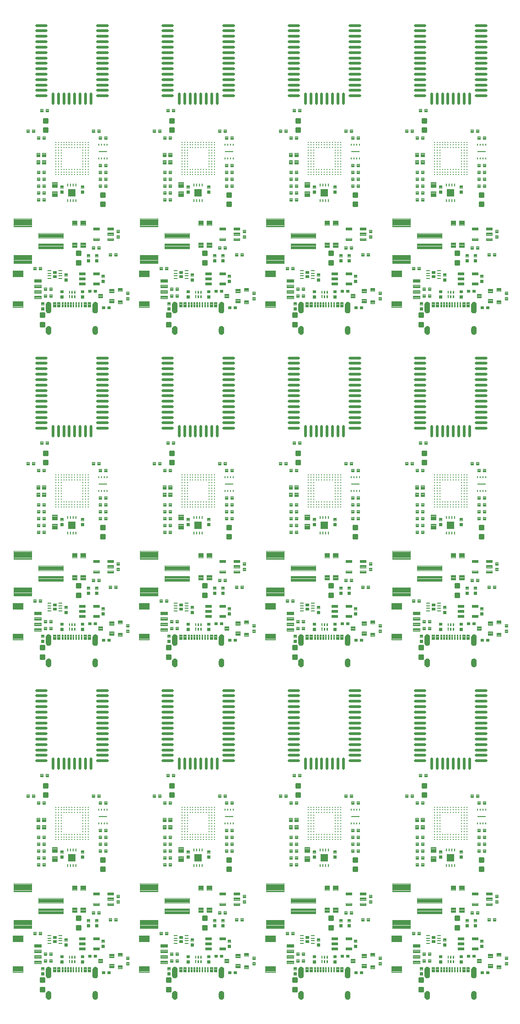
<source format=gtp>
G04 EAGLE Gerber RS-274X export*
G75*
%MOMM*%
%FSLAX34Y34*%
%LPD*%
%INSolderpaste Top*%
%IPPOS*%
%AMOC8*
5,1,8,0,0,1.08239X$1,22.5*%
G01*
%ADD10R,1.800000X0.500000*%
%ADD11C,0.500000*%
%ADD12R,0.500000X1.800000*%
%ADD13C,0.102000*%
%ADD14C,0.100000*%
%ADD15C,0.096000*%
%ADD16C,0.099000*%
%ADD17C,0.104000*%
%ADD18C,0.100800*%
%ADD19C,0.300000*%
%ADD20R,0.637500X0.250000*%
%ADD21R,0.640000X0.500000*%
%ADD22C,0.102500*%
%ADD23C,0.200000*%
%ADD24R,0.250000X0.550000*%
%ADD25R,1.400000X1.400000*%
%ADD26R,0.200000X0.350000*%
%ADD27R,1.500000X0.150000*%
%ADD28C,0.105000*%

G36*
X157300Y1273311D02*
X157300Y1273311D01*
X157301Y1273311D01*
X158369Y1273330D01*
X158376Y1273335D01*
X158380Y1273331D01*
X159417Y1273587D01*
X159422Y1273594D01*
X159428Y1273591D01*
X160382Y1274072D01*
X160386Y1274079D01*
X160391Y1274078D01*
X161215Y1274759D01*
X161216Y1274767D01*
X161222Y1274767D01*
X161873Y1275614D01*
X161873Y1275622D01*
X161879Y1275623D01*
X162326Y1276594D01*
X162324Y1276602D01*
X162329Y1276604D01*
X162548Y1277650D01*
X162545Y1277657D01*
X162549Y1277660D01*
X162549Y1289660D01*
X162546Y1289665D01*
X162549Y1289668D01*
X162369Y1290763D01*
X162363Y1290769D01*
X162366Y1290774D01*
X161947Y1291802D01*
X161940Y1291806D01*
X161942Y1291811D01*
X161305Y1292720D01*
X161297Y1292723D01*
X161297Y1292728D01*
X160474Y1293472D01*
X160466Y1293473D01*
X160465Y1293479D01*
X159497Y1294021D01*
X159488Y1294020D01*
X159486Y1294026D01*
X158422Y1294339D01*
X158417Y1294337D01*
X158413Y1294337D01*
X158411Y1294341D01*
X157303Y1294409D01*
X157297Y1294405D01*
X157293Y1294409D01*
X156185Y1294239D01*
X156179Y1294233D01*
X156174Y1294236D01*
X155132Y1293824D01*
X155128Y1293817D01*
X155123Y1293819D01*
X154198Y1293185D01*
X154196Y1293177D01*
X154190Y1293178D01*
X153430Y1292355D01*
X153429Y1292346D01*
X153423Y1292346D01*
X152866Y1291374D01*
X152867Y1291366D01*
X152861Y1291364D01*
X152534Y1290292D01*
X152537Y1290284D01*
X152532Y1290281D01*
X152451Y1289164D01*
X152452Y1289161D01*
X152451Y1289160D01*
X152451Y1277160D01*
X152456Y1277153D01*
X152452Y1277149D01*
X152671Y1276205D01*
X152677Y1276199D01*
X152675Y1276194D01*
X153099Y1275322D01*
X153106Y1275319D01*
X153104Y1275313D01*
X153711Y1274557D01*
X153719Y1274555D01*
X153719Y1274549D01*
X154479Y1273948D01*
X154488Y1273948D01*
X154489Y1273942D01*
X155364Y1273524D01*
X155372Y1273526D01*
X155374Y1273521D01*
X156320Y1273309D01*
X156327Y1273312D01*
X156331Y1273307D01*
X157300Y1273311D01*
G37*
G36*
X858340Y1273311D02*
X858340Y1273311D01*
X858341Y1273311D01*
X859409Y1273330D01*
X859416Y1273335D01*
X859420Y1273331D01*
X860457Y1273587D01*
X860462Y1273594D01*
X860468Y1273591D01*
X861422Y1274072D01*
X861426Y1274079D01*
X861431Y1274078D01*
X862255Y1274759D01*
X862256Y1274767D01*
X862262Y1274767D01*
X862913Y1275614D01*
X862913Y1275622D01*
X862919Y1275623D01*
X863366Y1276594D01*
X863364Y1276602D01*
X863369Y1276604D01*
X863588Y1277650D01*
X863585Y1277657D01*
X863589Y1277660D01*
X863589Y1289660D01*
X863586Y1289665D01*
X863589Y1289668D01*
X863409Y1290763D01*
X863403Y1290769D01*
X863406Y1290774D01*
X862987Y1291802D01*
X862980Y1291806D01*
X862982Y1291811D01*
X862345Y1292720D01*
X862337Y1292723D01*
X862337Y1292728D01*
X861514Y1293472D01*
X861506Y1293473D01*
X861505Y1293479D01*
X860537Y1294021D01*
X860528Y1294020D01*
X860526Y1294026D01*
X859462Y1294339D01*
X859457Y1294337D01*
X859453Y1294337D01*
X859451Y1294341D01*
X858343Y1294409D01*
X858337Y1294405D01*
X858333Y1294409D01*
X857225Y1294239D01*
X857219Y1294233D01*
X857214Y1294236D01*
X856172Y1293824D01*
X856168Y1293817D01*
X856163Y1293819D01*
X855238Y1293185D01*
X855236Y1293177D01*
X855230Y1293178D01*
X854470Y1292355D01*
X854469Y1292346D01*
X854463Y1292346D01*
X853906Y1291374D01*
X853907Y1291366D01*
X853901Y1291364D01*
X853574Y1290292D01*
X853577Y1290284D01*
X853572Y1290281D01*
X853491Y1289164D01*
X853492Y1289161D01*
X853491Y1289160D01*
X853491Y1277160D01*
X853496Y1277153D01*
X853492Y1277149D01*
X853711Y1276205D01*
X853717Y1276199D01*
X853715Y1276194D01*
X854139Y1275322D01*
X854146Y1275319D01*
X854144Y1275313D01*
X854751Y1274557D01*
X854759Y1274555D01*
X854759Y1274549D01*
X855519Y1273948D01*
X855528Y1273948D01*
X855529Y1273942D01*
X856404Y1273524D01*
X856412Y1273526D01*
X856414Y1273521D01*
X857360Y1273309D01*
X857367Y1273312D01*
X857371Y1273307D01*
X858340Y1273311D01*
G37*
G36*
X624660Y1273311D02*
X624660Y1273311D01*
X624661Y1273311D01*
X625729Y1273330D01*
X625736Y1273335D01*
X625740Y1273331D01*
X626777Y1273587D01*
X626782Y1273594D01*
X626788Y1273591D01*
X627742Y1274072D01*
X627746Y1274079D01*
X627751Y1274078D01*
X628575Y1274759D01*
X628576Y1274767D01*
X628582Y1274767D01*
X629233Y1275614D01*
X629233Y1275622D01*
X629239Y1275623D01*
X629686Y1276594D01*
X629684Y1276602D01*
X629689Y1276604D01*
X629908Y1277650D01*
X629905Y1277657D01*
X629909Y1277660D01*
X629909Y1289660D01*
X629906Y1289665D01*
X629909Y1289668D01*
X629729Y1290763D01*
X629723Y1290769D01*
X629726Y1290774D01*
X629307Y1291802D01*
X629300Y1291806D01*
X629302Y1291811D01*
X628665Y1292720D01*
X628657Y1292723D01*
X628657Y1292728D01*
X627834Y1293472D01*
X627826Y1293473D01*
X627825Y1293479D01*
X626857Y1294021D01*
X626848Y1294020D01*
X626846Y1294026D01*
X625782Y1294339D01*
X625777Y1294337D01*
X625773Y1294337D01*
X625771Y1294341D01*
X624663Y1294409D01*
X624657Y1294405D01*
X624653Y1294409D01*
X623545Y1294239D01*
X623539Y1294233D01*
X623534Y1294236D01*
X622492Y1293824D01*
X622488Y1293817D01*
X622483Y1293819D01*
X621558Y1293185D01*
X621556Y1293177D01*
X621550Y1293178D01*
X620790Y1292355D01*
X620789Y1292346D01*
X620783Y1292346D01*
X620226Y1291374D01*
X620227Y1291366D01*
X620221Y1291364D01*
X619894Y1290292D01*
X619897Y1290284D01*
X619892Y1290281D01*
X619811Y1289164D01*
X619812Y1289161D01*
X619811Y1289160D01*
X619811Y1277160D01*
X619816Y1277153D01*
X619812Y1277149D01*
X620031Y1276205D01*
X620037Y1276199D01*
X620035Y1276194D01*
X620459Y1275322D01*
X620466Y1275319D01*
X620464Y1275313D01*
X621071Y1274557D01*
X621079Y1274555D01*
X621079Y1274549D01*
X621839Y1273948D01*
X621848Y1273948D01*
X621849Y1273942D01*
X622724Y1273524D01*
X622732Y1273526D01*
X622734Y1273521D01*
X623680Y1273309D01*
X623687Y1273312D01*
X623691Y1273307D01*
X624660Y1273311D01*
G37*
G36*
X390980Y1273311D02*
X390980Y1273311D01*
X390981Y1273311D01*
X392049Y1273330D01*
X392056Y1273335D01*
X392060Y1273331D01*
X393097Y1273587D01*
X393102Y1273594D01*
X393108Y1273591D01*
X394062Y1274072D01*
X394066Y1274079D01*
X394071Y1274078D01*
X394895Y1274759D01*
X394896Y1274767D01*
X394902Y1274767D01*
X395553Y1275614D01*
X395553Y1275622D01*
X395559Y1275623D01*
X396006Y1276594D01*
X396004Y1276602D01*
X396009Y1276604D01*
X396228Y1277650D01*
X396225Y1277657D01*
X396229Y1277660D01*
X396229Y1289660D01*
X396226Y1289665D01*
X396229Y1289668D01*
X396049Y1290763D01*
X396043Y1290769D01*
X396046Y1290774D01*
X395627Y1291802D01*
X395620Y1291806D01*
X395622Y1291811D01*
X394985Y1292720D01*
X394977Y1292723D01*
X394977Y1292728D01*
X394154Y1293472D01*
X394146Y1293473D01*
X394145Y1293479D01*
X393177Y1294021D01*
X393168Y1294020D01*
X393166Y1294026D01*
X392102Y1294339D01*
X392097Y1294337D01*
X392093Y1294337D01*
X392091Y1294341D01*
X390983Y1294409D01*
X390977Y1294405D01*
X390973Y1294409D01*
X389865Y1294239D01*
X389859Y1294233D01*
X389854Y1294236D01*
X388812Y1293824D01*
X388808Y1293817D01*
X388803Y1293819D01*
X387878Y1293185D01*
X387876Y1293177D01*
X387870Y1293178D01*
X387110Y1292355D01*
X387109Y1292346D01*
X387103Y1292346D01*
X386546Y1291374D01*
X386547Y1291366D01*
X386541Y1291364D01*
X386214Y1290292D01*
X386217Y1290284D01*
X386212Y1290281D01*
X386131Y1289164D01*
X386132Y1289161D01*
X386131Y1289160D01*
X386131Y1277160D01*
X386136Y1277153D01*
X386132Y1277149D01*
X386351Y1276205D01*
X386357Y1276199D01*
X386355Y1276194D01*
X386779Y1275322D01*
X386786Y1275319D01*
X386784Y1275313D01*
X387391Y1274557D01*
X387399Y1274555D01*
X387399Y1274549D01*
X388159Y1273948D01*
X388168Y1273948D01*
X388169Y1273942D01*
X389044Y1273524D01*
X389052Y1273526D01*
X389054Y1273521D01*
X390000Y1273309D01*
X390007Y1273312D01*
X390011Y1273307D01*
X390980Y1273311D01*
G37*
G36*
X157300Y658631D02*
X157300Y658631D01*
X157301Y658631D01*
X158369Y658650D01*
X158376Y658655D01*
X158380Y658651D01*
X159417Y658907D01*
X159422Y658914D01*
X159428Y658911D01*
X160382Y659392D01*
X160386Y659399D01*
X160391Y659398D01*
X161215Y660079D01*
X161216Y660087D01*
X161222Y660087D01*
X161873Y660934D01*
X161873Y660942D01*
X161879Y660943D01*
X162326Y661914D01*
X162324Y661922D01*
X162329Y661924D01*
X162548Y662970D01*
X162545Y662977D01*
X162549Y662980D01*
X162549Y674980D01*
X162546Y674985D01*
X162549Y674988D01*
X162369Y676083D01*
X162363Y676089D01*
X162366Y676094D01*
X161947Y677122D01*
X161940Y677126D01*
X161942Y677131D01*
X161305Y678040D01*
X161297Y678043D01*
X161297Y678048D01*
X160474Y678792D01*
X160466Y678793D01*
X160465Y678799D01*
X159497Y679341D01*
X159488Y679340D01*
X159486Y679346D01*
X158422Y679659D01*
X158417Y679657D01*
X158413Y679657D01*
X158411Y679661D01*
X157303Y679729D01*
X157297Y679725D01*
X157293Y679729D01*
X156185Y679559D01*
X156179Y679553D01*
X156174Y679556D01*
X155132Y679144D01*
X155128Y679137D01*
X155123Y679139D01*
X154198Y678505D01*
X154196Y678497D01*
X154190Y678498D01*
X153430Y677675D01*
X153429Y677666D01*
X153423Y677666D01*
X152866Y676694D01*
X152867Y676686D01*
X152861Y676684D01*
X152534Y675612D01*
X152537Y675604D01*
X152532Y675601D01*
X152451Y674484D01*
X152452Y674481D01*
X152451Y674480D01*
X152451Y662480D01*
X152456Y662473D01*
X152452Y662469D01*
X152671Y661525D01*
X152677Y661519D01*
X152675Y661514D01*
X153099Y660642D01*
X153106Y660639D01*
X153104Y660633D01*
X153711Y659877D01*
X153719Y659875D01*
X153719Y659869D01*
X154479Y659268D01*
X154488Y659268D01*
X154489Y659262D01*
X155364Y658844D01*
X155372Y658846D01*
X155374Y658841D01*
X156320Y658629D01*
X156327Y658632D01*
X156331Y658627D01*
X157300Y658631D01*
G37*
G36*
X858340Y658631D02*
X858340Y658631D01*
X858341Y658631D01*
X859409Y658650D01*
X859416Y658655D01*
X859420Y658651D01*
X860457Y658907D01*
X860462Y658914D01*
X860468Y658911D01*
X861422Y659392D01*
X861426Y659399D01*
X861431Y659398D01*
X862255Y660079D01*
X862256Y660087D01*
X862262Y660087D01*
X862913Y660934D01*
X862913Y660942D01*
X862919Y660943D01*
X863366Y661914D01*
X863364Y661922D01*
X863369Y661924D01*
X863588Y662970D01*
X863585Y662977D01*
X863589Y662980D01*
X863589Y674980D01*
X863586Y674985D01*
X863589Y674988D01*
X863409Y676083D01*
X863403Y676089D01*
X863406Y676094D01*
X862987Y677122D01*
X862980Y677126D01*
X862982Y677131D01*
X862345Y678040D01*
X862337Y678043D01*
X862337Y678048D01*
X861514Y678792D01*
X861506Y678793D01*
X861505Y678799D01*
X860537Y679341D01*
X860528Y679340D01*
X860526Y679346D01*
X859462Y679659D01*
X859457Y679657D01*
X859453Y679657D01*
X859451Y679661D01*
X858343Y679729D01*
X858337Y679725D01*
X858333Y679729D01*
X857225Y679559D01*
X857219Y679553D01*
X857214Y679556D01*
X856172Y679144D01*
X856168Y679137D01*
X856163Y679139D01*
X855238Y678505D01*
X855236Y678497D01*
X855230Y678498D01*
X854470Y677675D01*
X854469Y677666D01*
X854463Y677666D01*
X853906Y676694D01*
X853907Y676686D01*
X853901Y676684D01*
X853574Y675612D01*
X853577Y675604D01*
X853572Y675601D01*
X853491Y674484D01*
X853492Y674481D01*
X853491Y674480D01*
X853491Y662480D01*
X853496Y662473D01*
X853492Y662469D01*
X853711Y661525D01*
X853717Y661519D01*
X853715Y661514D01*
X854139Y660642D01*
X854146Y660639D01*
X854144Y660633D01*
X854751Y659877D01*
X854759Y659875D01*
X854759Y659869D01*
X855519Y659268D01*
X855528Y659268D01*
X855529Y659262D01*
X856404Y658844D01*
X856412Y658846D01*
X856414Y658841D01*
X857360Y658629D01*
X857367Y658632D01*
X857371Y658627D01*
X858340Y658631D01*
G37*
G36*
X624660Y658631D02*
X624660Y658631D01*
X624661Y658631D01*
X625729Y658650D01*
X625736Y658655D01*
X625740Y658651D01*
X626777Y658907D01*
X626782Y658914D01*
X626788Y658911D01*
X627742Y659392D01*
X627746Y659399D01*
X627751Y659398D01*
X628575Y660079D01*
X628576Y660087D01*
X628582Y660087D01*
X629233Y660934D01*
X629233Y660942D01*
X629239Y660943D01*
X629686Y661914D01*
X629684Y661922D01*
X629689Y661924D01*
X629908Y662970D01*
X629905Y662977D01*
X629909Y662980D01*
X629909Y674980D01*
X629906Y674985D01*
X629909Y674988D01*
X629729Y676083D01*
X629723Y676089D01*
X629726Y676094D01*
X629307Y677122D01*
X629300Y677126D01*
X629302Y677131D01*
X628665Y678040D01*
X628657Y678043D01*
X628657Y678048D01*
X627834Y678792D01*
X627826Y678793D01*
X627825Y678799D01*
X626857Y679341D01*
X626848Y679340D01*
X626846Y679346D01*
X625782Y679659D01*
X625777Y679657D01*
X625773Y679657D01*
X625771Y679661D01*
X624663Y679729D01*
X624657Y679725D01*
X624653Y679729D01*
X623545Y679559D01*
X623539Y679553D01*
X623534Y679556D01*
X622492Y679144D01*
X622488Y679137D01*
X622483Y679139D01*
X621558Y678505D01*
X621556Y678497D01*
X621550Y678498D01*
X620790Y677675D01*
X620789Y677666D01*
X620783Y677666D01*
X620226Y676694D01*
X620227Y676686D01*
X620221Y676684D01*
X619894Y675612D01*
X619897Y675604D01*
X619892Y675601D01*
X619811Y674484D01*
X619812Y674481D01*
X619811Y674480D01*
X619811Y662480D01*
X619816Y662473D01*
X619812Y662469D01*
X620031Y661525D01*
X620037Y661519D01*
X620035Y661514D01*
X620459Y660642D01*
X620466Y660639D01*
X620464Y660633D01*
X621071Y659877D01*
X621079Y659875D01*
X621079Y659869D01*
X621839Y659268D01*
X621848Y659268D01*
X621849Y659262D01*
X622724Y658844D01*
X622732Y658846D01*
X622734Y658841D01*
X623680Y658629D01*
X623687Y658632D01*
X623691Y658627D01*
X624660Y658631D01*
G37*
G36*
X390980Y658631D02*
X390980Y658631D01*
X390981Y658631D01*
X392049Y658650D01*
X392056Y658655D01*
X392060Y658651D01*
X393097Y658907D01*
X393102Y658914D01*
X393108Y658911D01*
X394062Y659392D01*
X394066Y659399D01*
X394071Y659398D01*
X394895Y660079D01*
X394896Y660087D01*
X394902Y660087D01*
X395553Y660934D01*
X395553Y660942D01*
X395559Y660943D01*
X396006Y661914D01*
X396004Y661922D01*
X396009Y661924D01*
X396228Y662970D01*
X396225Y662977D01*
X396229Y662980D01*
X396229Y674980D01*
X396226Y674985D01*
X396229Y674988D01*
X396049Y676083D01*
X396043Y676089D01*
X396046Y676094D01*
X395627Y677122D01*
X395620Y677126D01*
X395622Y677131D01*
X394985Y678040D01*
X394977Y678043D01*
X394977Y678048D01*
X394154Y678792D01*
X394146Y678793D01*
X394145Y678799D01*
X393177Y679341D01*
X393168Y679340D01*
X393166Y679346D01*
X392102Y679659D01*
X392097Y679657D01*
X392093Y679657D01*
X392091Y679661D01*
X390983Y679729D01*
X390977Y679725D01*
X390973Y679729D01*
X389865Y679559D01*
X389859Y679553D01*
X389854Y679556D01*
X388812Y679144D01*
X388808Y679137D01*
X388803Y679139D01*
X387878Y678505D01*
X387876Y678497D01*
X387870Y678498D01*
X387110Y677675D01*
X387109Y677666D01*
X387103Y677666D01*
X386546Y676694D01*
X386547Y676686D01*
X386541Y676684D01*
X386214Y675612D01*
X386217Y675604D01*
X386212Y675601D01*
X386131Y674484D01*
X386132Y674481D01*
X386131Y674480D01*
X386131Y662480D01*
X386136Y662473D01*
X386132Y662469D01*
X386351Y661525D01*
X386357Y661519D01*
X386355Y661514D01*
X386779Y660642D01*
X386786Y660639D01*
X386784Y660633D01*
X387391Y659877D01*
X387399Y659875D01*
X387399Y659869D01*
X388159Y659268D01*
X388168Y659268D01*
X388169Y659262D01*
X389044Y658844D01*
X389052Y658846D01*
X389054Y658841D01*
X390000Y658629D01*
X390007Y658632D01*
X390011Y658627D01*
X390980Y658631D01*
G37*
G36*
X157300Y43951D02*
X157300Y43951D01*
X157301Y43951D01*
X158369Y43970D01*
X158376Y43975D01*
X158380Y43971D01*
X159417Y44227D01*
X159422Y44234D01*
X159428Y44231D01*
X160382Y44712D01*
X160386Y44719D01*
X160391Y44718D01*
X161215Y45399D01*
X161216Y45407D01*
X161222Y45407D01*
X161873Y46254D01*
X161873Y46262D01*
X161879Y46263D01*
X162326Y47234D01*
X162324Y47242D01*
X162329Y47244D01*
X162548Y48290D01*
X162545Y48297D01*
X162549Y48300D01*
X162549Y60300D01*
X162546Y60305D01*
X162549Y60308D01*
X162369Y61403D01*
X162363Y61409D01*
X162366Y61414D01*
X161947Y62442D01*
X161940Y62446D01*
X161942Y62451D01*
X161305Y63360D01*
X161297Y63363D01*
X161297Y63368D01*
X160474Y64112D01*
X160466Y64113D01*
X160465Y64119D01*
X159497Y64661D01*
X159488Y64660D01*
X159486Y64666D01*
X158422Y64979D01*
X158417Y64977D01*
X158413Y64977D01*
X158411Y64981D01*
X157303Y65049D01*
X157297Y65045D01*
X157293Y65049D01*
X156185Y64879D01*
X156179Y64873D01*
X156174Y64876D01*
X155132Y64464D01*
X155128Y64457D01*
X155123Y64459D01*
X154198Y63825D01*
X154196Y63817D01*
X154190Y63818D01*
X153430Y62995D01*
X153429Y62986D01*
X153423Y62986D01*
X152866Y62014D01*
X152867Y62006D01*
X152861Y62004D01*
X152534Y60932D01*
X152537Y60924D01*
X152532Y60921D01*
X152451Y59804D01*
X152452Y59801D01*
X152451Y59800D01*
X152451Y47800D01*
X152456Y47793D01*
X152452Y47789D01*
X152671Y46845D01*
X152677Y46839D01*
X152675Y46834D01*
X153099Y45962D01*
X153106Y45959D01*
X153104Y45953D01*
X153711Y45197D01*
X153719Y45195D01*
X153719Y45189D01*
X154479Y44588D01*
X154488Y44588D01*
X154489Y44582D01*
X155364Y44164D01*
X155372Y44166D01*
X155374Y44161D01*
X156320Y43949D01*
X156327Y43952D01*
X156331Y43947D01*
X157300Y43951D01*
G37*
G36*
X390980Y43951D02*
X390980Y43951D01*
X390981Y43951D01*
X392049Y43970D01*
X392056Y43975D01*
X392060Y43971D01*
X393097Y44227D01*
X393102Y44234D01*
X393108Y44231D01*
X394062Y44712D01*
X394066Y44719D01*
X394071Y44718D01*
X394895Y45399D01*
X394896Y45407D01*
X394902Y45407D01*
X395553Y46254D01*
X395553Y46262D01*
X395559Y46263D01*
X396006Y47234D01*
X396004Y47242D01*
X396009Y47244D01*
X396228Y48290D01*
X396225Y48297D01*
X396229Y48300D01*
X396229Y60300D01*
X396226Y60305D01*
X396229Y60308D01*
X396049Y61403D01*
X396043Y61409D01*
X396046Y61414D01*
X395627Y62442D01*
X395620Y62446D01*
X395622Y62451D01*
X394985Y63360D01*
X394977Y63363D01*
X394977Y63368D01*
X394154Y64112D01*
X394146Y64113D01*
X394145Y64119D01*
X393177Y64661D01*
X393168Y64660D01*
X393166Y64666D01*
X392102Y64979D01*
X392097Y64977D01*
X392093Y64977D01*
X392091Y64981D01*
X390983Y65049D01*
X390977Y65045D01*
X390973Y65049D01*
X389865Y64879D01*
X389859Y64873D01*
X389854Y64876D01*
X388812Y64464D01*
X388808Y64457D01*
X388803Y64459D01*
X387878Y63825D01*
X387876Y63817D01*
X387870Y63818D01*
X387110Y62995D01*
X387109Y62986D01*
X387103Y62986D01*
X386546Y62014D01*
X386547Y62006D01*
X386541Y62004D01*
X386214Y60932D01*
X386217Y60924D01*
X386212Y60921D01*
X386131Y59804D01*
X386132Y59801D01*
X386131Y59800D01*
X386131Y47800D01*
X386136Y47793D01*
X386132Y47789D01*
X386351Y46845D01*
X386357Y46839D01*
X386355Y46834D01*
X386779Y45962D01*
X386786Y45959D01*
X386784Y45953D01*
X387391Y45197D01*
X387399Y45195D01*
X387399Y45189D01*
X388159Y44588D01*
X388168Y44588D01*
X388169Y44582D01*
X389044Y44164D01*
X389052Y44166D01*
X389054Y44161D01*
X390000Y43949D01*
X390007Y43952D01*
X390011Y43947D01*
X390980Y43951D01*
G37*
G36*
X624660Y43951D02*
X624660Y43951D01*
X624661Y43951D01*
X625729Y43970D01*
X625736Y43975D01*
X625740Y43971D01*
X626777Y44227D01*
X626782Y44234D01*
X626788Y44231D01*
X627742Y44712D01*
X627746Y44719D01*
X627751Y44718D01*
X628575Y45399D01*
X628576Y45407D01*
X628582Y45407D01*
X629233Y46254D01*
X629233Y46262D01*
X629239Y46263D01*
X629686Y47234D01*
X629684Y47242D01*
X629689Y47244D01*
X629908Y48290D01*
X629905Y48297D01*
X629909Y48300D01*
X629909Y60300D01*
X629906Y60305D01*
X629909Y60308D01*
X629729Y61403D01*
X629723Y61409D01*
X629726Y61414D01*
X629307Y62442D01*
X629300Y62446D01*
X629302Y62451D01*
X628665Y63360D01*
X628657Y63363D01*
X628657Y63368D01*
X627834Y64112D01*
X627826Y64113D01*
X627825Y64119D01*
X626857Y64661D01*
X626848Y64660D01*
X626846Y64666D01*
X625782Y64979D01*
X625777Y64977D01*
X625773Y64977D01*
X625771Y64981D01*
X624663Y65049D01*
X624657Y65045D01*
X624653Y65049D01*
X623545Y64879D01*
X623539Y64873D01*
X623534Y64876D01*
X622492Y64464D01*
X622488Y64457D01*
X622483Y64459D01*
X621558Y63825D01*
X621556Y63817D01*
X621550Y63818D01*
X620790Y62995D01*
X620789Y62986D01*
X620783Y62986D01*
X620226Y62014D01*
X620227Y62006D01*
X620221Y62004D01*
X619894Y60932D01*
X619897Y60924D01*
X619892Y60921D01*
X619811Y59804D01*
X619812Y59801D01*
X619811Y59800D01*
X619811Y47800D01*
X619816Y47793D01*
X619812Y47789D01*
X620031Y46845D01*
X620037Y46839D01*
X620035Y46834D01*
X620459Y45962D01*
X620466Y45959D01*
X620464Y45953D01*
X621071Y45197D01*
X621079Y45195D01*
X621079Y45189D01*
X621839Y44588D01*
X621848Y44588D01*
X621849Y44582D01*
X622724Y44164D01*
X622732Y44166D01*
X622734Y44161D01*
X623680Y43949D01*
X623687Y43952D01*
X623691Y43947D01*
X624660Y43951D01*
G37*
G36*
X858340Y43951D02*
X858340Y43951D01*
X858341Y43951D01*
X859409Y43970D01*
X859416Y43975D01*
X859420Y43971D01*
X860457Y44227D01*
X860462Y44234D01*
X860468Y44231D01*
X861422Y44712D01*
X861426Y44719D01*
X861431Y44718D01*
X862255Y45399D01*
X862256Y45407D01*
X862262Y45407D01*
X862913Y46254D01*
X862913Y46262D01*
X862919Y46263D01*
X863366Y47234D01*
X863364Y47242D01*
X863369Y47244D01*
X863588Y48290D01*
X863585Y48297D01*
X863589Y48300D01*
X863589Y60300D01*
X863586Y60305D01*
X863589Y60308D01*
X863409Y61403D01*
X863403Y61409D01*
X863406Y61414D01*
X862987Y62442D01*
X862980Y62446D01*
X862982Y62451D01*
X862345Y63360D01*
X862337Y63363D01*
X862337Y63368D01*
X861514Y64112D01*
X861506Y64113D01*
X861505Y64119D01*
X860537Y64661D01*
X860528Y64660D01*
X860526Y64666D01*
X859462Y64979D01*
X859457Y64977D01*
X859453Y64977D01*
X859451Y64981D01*
X858343Y65049D01*
X858337Y65045D01*
X858333Y65049D01*
X857225Y64879D01*
X857219Y64873D01*
X857214Y64876D01*
X856172Y64464D01*
X856168Y64457D01*
X856163Y64459D01*
X855238Y63825D01*
X855236Y63817D01*
X855230Y63818D01*
X854470Y62995D01*
X854469Y62986D01*
X854463Y62986D01*
X853906Y62014D01*
X853907Y62006D01*
X853901Y62004D01*
X853574Y60932D01*
X853577Y60924D01*
X853572Y60921D01*
X853491Y59804D01*
X853492Y59801D01*
X853491Y59800D01*
X853491Y47800D01*
X853496Y47793D01*
X853492Y47789D01*
X853711Y46845D01*
X853717Y46839D01*
X853715Y46834D01*
X854139Y45962D01*
X854146Y45959D01*
X854144Y45953D01*
X854751Y45197D01*
X854759Y45195D01*
X854759Y45189D01*
X855519Y44588D01*
X855528Y44588D01*
X855529Y44582D01*
X856404Y44164D01*
X856412Y44166D01*
X856414Y44161D01*
X857360Y43949D01*
X857367Y43952D01*
X857371Y43947D01*
X858340Y43951D01*
G37*
G36*
X71881Y1273320D02*
X71881Y1273320D01*
X71888Y1273325D01*
X71892Y1273321D01*
X72944Y1273571D01*
X72949Y1273577D01*
X72954Y1273574D01*
X73924Y1274051D01*
X73927Y1274059D01*
X73933Y1274057D01*
X74772Y1274738D01*
X74774Y1274746D01*
X74780Y1274746D01*
X75446Y1275597D01*
X75447Y1275605D01*
X75452Y1275606D01*
X75913Y1276583D01*
X75911Y1276591D01*
X75917Y1276594D01*
X76148Y1277649D01*
X76145Y1277657D01*
X76149Y1277660D01*
X76149Y1289660D01*
X76145Y1289665D01*
X76149Y1289668D01*
X75956Y1290774D01*
X75950Y1290779D01*
X75953Y1290784D01*
X75520Y1291819D01*
X75513Y1291823D01*
X75515Y1291828D01*
X74862Y1292741D01*
X74854Y1292743D01*
X74855Y1292749D01*
X74016Y1293493D01*
X74007Y1293494D01*
X74007Y1293499D01*
X73023Y1294038D01*
X73015Y1294037D01*
X73013Y1294042D01*
X71934Y1294349D01*
X71926Y1294346D01*
X71923Y1294351D01*
X70803Y1294409D01*
X70798Y1294406D01*
X70795Y1294409D01*
X69749Y1294291D01*
X69743Y1294285D01*
X69738Y1294289D01*
X68744Y1293941D01*
X68740Y1293934D01*
X68735Y1293936D01*
X67843Y1293376D01*
X67841Y1293369D01*
X67835Y1293369D01*
X67091Y1292625D01*
X67089Y1292617D01*
X67084Y1292617D01*
X66524Y1291725D01*
X66524Y1291717D01*
X66519Y1291716D01*
X66171Y1290722D01*
X66174Y1290714D01*
X66169Y1290711D01*
X66051Y1289666D01*
X66053Y1289662D01*
X66051Y1289660D01*
X66051Y1277660D01*
X66054Y1277655D01*
X66051Y1277652D01*
X66209Y1276656D01*
X66215Y1276650D01*
X66212Y1276645D01*
X66587Y1275709D01*
X66594Y1275705D01*
X66592Y1275699D01*
X67166Y1274870D01*
X67174Y1274867D01*
X67173Y1274862D01*
X67917Y1274181D01*
X67926Y1274180D01*
X67926Y1274174D01*
X68803Y1273676D01*
X68812Y1273677D01*
X68814Y1273672D01*
X69779Y1273381D01*
X69787Y1273384D01*
X69790Y1273379D01*
X70797Y1273311D01*
X70799Y1273312D01*
X70800Y1273311D01*
X71881Y1273320D01*
G37*
G36*
X539241Y1273320D02*
X539241Y1273320D01*
X539248Y1273325D01*
X539252Y1273321D01*
X540304Y1273571D01*
X540309Y1273577D01*
X540314Y1273574D01*
X541284Y1274051D01*
X541287Y1274059D01*
X541293Y1274057D01*
X542132Y1274738D01*
X542134Y1274746D01*
X542140Y1274746D01*
X542806Y1275597D01*
X542807Y1275605D01*
X542812Y1275606D01*
X543273Y1276583D01*
X543271Y1276591D01*
X543277Y1276594D01*
X543508Y1277649D01*
X543505Y1277657D01*
X543509Y1277660D01*
X543509Y1289660D01*
X543505Y1289665D01*
X543509Y1289668D01*
X543316Y1290774D01*
X543310Y1290779D01*
X543313Y1290784D01*
X542880Y1291819D01*
X542873Y1291823D01*
X542875Y1291828D01*
X542222Y1292741D01*
X542214Y1292743D01*
X542215Y1292749D01*
X541376Y1293493D01*
X541367Y1293494D01*
X541367Y1293499D01*
X540383Y1294038D01*
X540375Y1294037D01*
X540373Y1294042D01*
X539294Y1294349D01*
X539286Y1294346D01*
X539283Y1294351D01*
X538163Y1294409D01*
X538158Y1294406D01*
X538155Y1294409D01*
X537109Y1294291D01*
X537103Y1294285D01*
X537098Y1294289D01*
X536104Y1293941D01*
X536100Y1293934D01*
X536095Y1293936D01*
X535203Y1293376D01*
X535201Y1293369D01*
X535195Y1293369D01*
X534451Y1292625D01*
X534449Y1292617D01*
X534444Y1292617D01*
X533884Y1291725D01*
X533884Y1291717D01*
X533879Y1291716D01*
X533531Y1290722D01*
X533534Y1290714D01*
X533529Y1290711D01*
X533411Y1289666D01*
X533413Y1289662D01*
X533411Y1289660D01*
X533411Y1277660D01*
X533414Y1277655D01*
X533411Y1277652D01*
X533569Y1276656D01*
X533575Y1276650D01*
X533572Y1276645D01*
X533947Y1275709D01*
X533954Y1275705D01*
X533952Y1275699D01*
X534526Y1274870D01*
X534534Y1274867D01*
X534533Y1274862D01*
X535277Y1274181D01*
X535286Y1274180D01*
X535286Y1274174D01*
X536163Y1273676D01*
X536172Y1273677D01*
X536174Y1273672D01*
X537139Y1273381D01*
X537147Y1273384D01*
X537150Y1273379D01*
X538157Y1273311D01*
X538159Y1273312D01*
X538160Y1273311D01*
X539241Y1273320D01*
G37*
G36*
X305561Y1273320D02*
X305561Y1273320D01*
X305568Y1273325D01*
X305572Y1273321D01*
X306624Y1273571D01*
X306629Y1273577D01*
X306634Y1273574D01*
X307604Y1274051D01*
X307607Y1274059D01*
X307613Y1274057D01*
X308452Y1274738D01*
X308454Y1274746D01*
X308460Y1274746D01*
X309126Y1275597D01*
X309127Y1275605D01*
X309132Y1275606D01*
X309593Y1276583D01*
X309591Y1276591D01*
X309597Y1276594D01*
X309828Y1277649D01*
X309825Y1277657D01*
X309829Y1277660D01*
X309829Y1289660D01*
X309825Y1289665D01*
X309829Y1289668D01*
X309636Y1290774D01*
X309630Y1290779D01*
X309633Y1290784D01*
X309200Y1291819D01*
X309193Y1291823D01*
X309195Y1291828D01*
X308542Y1292741D01*
X308534Y1292743D01*
X308535Y1292749D01*
X307696Y1293493D01*
X307687Y1293494D01*
X307687Y1293499D01*
X306703Y1294038D01*
X306695Y1294037D01*
X306693Y1294042D01*
X305614Y1294349D01*
X305606Y1294346D01*
X305603Y1294351D01*
X304483Y1294409D01*
X304478Y1294406D01*
X304475Y1294409D01*
X303429Y1294291D01*
X303423Y1294285D01*
X303418Y1294289D01*
X302424Y1293941D01*
X302420Y1293934D01*
X302415Y1293936D01*
X301523Y1293376D01*
X301521Y1293369D01*
X301515Y1293369D01*
X300771Y1292625D01*
X300769Y1292617D01*
X300764Y1292617D01*
X300204Y1291725D01*
X300204Y1291717D01*
X300199Y1291716D01*
X299851Y1290722D01*
X299854Y1290714D01*
X299849Y1290711D01*
X299731Y1289666D01*
X299733Y1289662D01*
X299731Y1289660D01*
X299731Y1277660D01*
X299734Y1277655D01*
X299731Y1277652D01*
X299889Y1276656D01*
X299895Y1276650D01*
X299892Y1276645D01*
X300267Y1275709D01*
X300274Y1275705D01*
X300272Y1275699D01*
X300846Y1274870D01*
X300854Y1274867D01*
X300853Y1274862D01*
X301597Y1274181D01*
X301606Y1274180D01*
X301606Y1274174D01*
X302483Y1273676D01*
X302492Y1273677D01*
X302494Y1273672D01*
X303459Y1273381D01*
X303467Y1273384D01*
X303470Y1273379D01*
X304477Y1273311D01*
X304479Y1273312D01*
X304480Y1273311D01*
X305561Y1273320D01*
G37*
G36*
X772921Y1273320D02*
X772921Y1273320D01*
X772928Y1273325D01*
X772932Y1273321D01*
X773984Y1273571D01*
X773989Y1273577D01*
X773994Y1273574D01*
X774964Y1274051D01*
X774967Y1274059D01*
X774973Y1274057D01*
X775812Y1274738D01*
X775814Y1274746D01*
X775820Y1274746D01*
X776486Y1275597D01*
X776487Y1275605D01*
X776492Y1275606D01*
X776953Y1276583D01*
X776951Y1276591D01*
X776957Y1276594D01*
X777188Y1277649D01*
X777185Y1277657D01*
X777189Y1277660D01*
X777189Y1289660D01*
X777185Y1289665D01*
X777189Y1289668D01*
X776996Y1290774D01*
X776990Y1290779D01*
X776993Y1290784D01*
X776560Y1291819D01*
X776553Y1291823D01*
X776555Y1291828D01*
X775902Y1292741D01*
X775894Y1292743D01*
X775895Y1292749D01*
X775056Y1293493D01*
X775047Y1293494D01*
X775047Y1293499D01*
X774063Y1294038D01*
X774055Y1294037D01*
X774053Y1294042D01*
X772974Y1294349D01*
X772966Y1294346D01*
X772963Y1294351D01*
X771843Y1294409D01*
X771838Y1294406D01*
X771835Y1294409D01*
X770789Y1294291D01*
X770783Y1294285D01*
X770778Y1294289D01*
X769784Y1293941D01*
X769780Y1293934D01*
X769775Y1293936D01*
X768883Y1293376D01*
X768881Y1293369D01*
X768875Y1293369D01*
X768131Y1292625D01*
X768129Y1292617D01*
X768124Y1292617D01*
X767564Y1291725D01*
X767564Y1291717D01*
X767559Y1291716D01*
X767211Y1290722D01*
X767214Y1290714D01*
X767209Y1290711D01*
X767091Y1289666D01*
X767093Y1289662D01*
X767091Y1289660D01*
X767091Y1277660D01*
X767094Y1277655D01*
X767091Y1277652D01*
X767249Y1276656D01*
X767255Y1276650D01*
X767252Y1276645D01*
X767627Y1275709D01*
X767634Y1275705D01*
X767632Y1275699D01*
X768206Y1274870D01*
X768214Y1274867D01*
X768213Y1274862D01*
X768957Y1274181D01*
X768966Y1274180D01*
X768966Y1274174D01*
X769843Y1273676D01*
X769852Y1273677D01*
X769854Y1273672D01*
X770819Y1273381D01*
X770827Y1273384D01*
X770830Y1273379D01*
X771837Y1273311D01*
X771839Y1273312D01*
X771840Y1273311D01*
X772921Y1273320D01*
G37*
G36*
X772921Y43960D02*
X772921Y43960D01*
X772928Y43965D01*
X772932Y43961D01*
X773984Y44211D01*
X773989Y44217D01*
X773994Y44214D01*
X774964Y44691D01*
X774967Y44699D01*
X774973Y44697D01*
X775812Y45378D01*
X775814Y45386D01*
X775820Y45386D01*
X776486Y46237D01*
X776487Y46245D01*
X776492Y46246D01*
X776953Y47223D01*
X776951Y47231D01*
X776957Y47234D01*
X777188Y48289D01*
X777185Y48297D01*
X777189Y48300D01*
X777189Y60300D01*
X777185Y60305D01*
X777189Y60308D01*
X776996Y61414D01*
X776990Y61419D01*
X776993Y61424D01*
X776560Y62459D01*
X776553Y62463D01*
X776555Y62468D01*
X775902Y63381D01*
X775894Y63383D01*
X775895Y63389D01*
X775056Y64133D01*
X775047Y64134D01*
X775047Y64139D01*
X774063Y64678D01*
X774055Y64677D01*
X774053Y64682D01*
X772974Y64989D01*
X772966Y64986D01*
X772963Y64991D01*
X771843Y65049D01*
X771838Y65046D01*
X771835Y65049D01*
X770789Y64931D01*
X770783Y64925D01*
X770778Y64929D01*
X769784Y64581D01*
X769780Y64574D01*
X769775Y64576D01*
X768883Y64016D01*
X768881Y64009D01*
X768875Y64009D01*
X768131Y63265D01*
X768129Y63257D01*
X768124Y63257D01*
X767564Y62365D01*
X767564Y62357D01*
X767559Y62356D01*
X767211Y61362D01*
X767214Y61354D01*
X767209Y61351D01*
X767091Y60306D01*
X767093Y60302D01*
X767091Y60300D01*
X767091Y48300D01*
X767094Y48295D01*
X767091Y48292D01*
X767249Y47296D01*
X767255Y47290D01*
X767252Y47285D01*
X767627Y46349D01*
X767634Y46345D01*
X767632Y46339D01*
X768206Y45510D01*
X768214Y45507D01*
X768213Y45502D01*
X768957Y44821D01*
X768966Y44820D01*
X768966Y44814D01*
X769843Y44316D01*
X769852Y44317D01*
X769854Y44312D01*
X770819Y44021D01*
X770827Y44024D01*
X770830Y44019D01*
X771837Y43951D01*
X771839Y43952D01*
X771840Y43951D01*
X772921Y43960D01*
G37*
G36*
X71881Y43960D02*
X71881Y43960D01*
X71888Y43965D01*
X71892Y43961D01*
X72944Y44211D01*
X72949Y44217D01*
X72954Y44214D01*
X73924Y44691D01*
X73927Y44699D01*
X73933Y44697D01*
X74772Y45378D01*
X74774Y45386D01*
X74780Y45386D01*
X75446Y46237D01*
X75447Y46245D01*
X75452Y46246D01*
X75913Y47223D01*
X75911Y47231D01*
X75917Y47234D01*
X76148Y48289D01*
X76145Y48297D01*
X76149Y48300D01*
X76149Y60300D01*
X76145Y60305D01*
X76149Y60308D01*
X75956Y61414D01*
X75950Y61419D01*
X75953Y61424D01*
X75520Y62459D01*
X75513Y62463D01*
X75515Y62468D01*
X74862Y63381D01*
X74854Y63383D01*
X74855Y63389D01*
X74016Y64133D01*
X74007Y64134D01*
X74007Y64139D01*
X73023Y64678D01*
X73015Y64677D01*
X73013Y64682D01*
X71934Y64989D01*
X71926Y64986D01*
X71923Y64991D01*
X70803Y65049D01*
X70798Y65046D01*
X70795Y65049D01*
X69749Y64931D01*
X69743Y64925D01*
X69738Y64929D01*
X68744Y64581D01*
X68740Y64574D01*
X68735Y64576D01*
X67843Y64016D01*
X67841Y64009D01*
X67835Y64009D01*
X67091Y63265D01*
X67089Y63257D01*
X67084Y63257D01*
X66524Y62365D01*
X66524Y62357D01*
X66519Y62356D01*
X66171Y61362D01*
X66174Y61354D01*
X66169Y61351D01*
X66051Y60306D01*
X66053Y60302D01*
X66051Y60300D01*
X66051Y48300D01*
X66054Y48295D01*
X66051Y48292D01*
X66209Y47296D01*
X66215Y47290D01*
X66212Y47285D01*
X66587Y46349D01*
X66594Y46345D01*
X66592Y46339D01*
X67166Y45510D01*
X67174Y45507D01*
X67173Y45502D01*
X67917Y44821D01*
X67926Y44820D01*
X67926Y44814D01*
X68803Y44316D01*
X68812Y44317D01*
X68814Y44312D01*
X69779Y44021D01*
X69787Y44024D01*
X69790Y44019D01*
X70797Y43951D01*
X70799Y43952D01*
X70800Y43951D01*
X71881Y43960D01*
G37*
G36*
X305561Y43960D02*
X305561Y43960D01*
X305568Y43965D01*
X305572Y43961D01*
X306624Y44211D01*
X306629Y44217D01*
X306634Y44214D01*
X307604Y44691D01*
X307607Y44699D01*
X307613Y44697D01*
X308452Y45378D01*
X308454Y45386D01*
X308460Y45386D01*
X309126Y46237D01*
X309127Y46245D01*
X309132Y46246D01*
X309593Y47223D01*
X309591Y47231D01*
X309597Y47234D01*
X309828Y48289D01*
X309825Y48297D01*
X309829Y48300D01*
X309829Y60300D01*
X309825Y60305D01*
X309829Y60308D01*
X309636Y61414D01*
X309630Y61419D01*
X309633Y61424D01*
X309200Y62459D01*
X309193Y62463D01*
X309195Y62468D01*
X308542Y63381D01*
X308534Y63383D01*
X308535Y63389D01*
X307696Y64133D01*
X307687Y64134D01*
X307687Y64139D01*
X306703Y64678D01*
X306695Y64677D01*
X306693Y64682D01*
X305614Y64989D01*
X305606Y64986D01*
X305603Y64991D01*
X304483Y65049D01*
X304478Y65046D01*
X304475Y65049D01*
X303429Y64931D01*
X303423Y64925D01*
X303418Y64929D01*
X302424Y64581D01*
X302420Y64574D01*
X302415Y64576D01*
X301523Y64016D01*
X301521Y64009D01*
X301515Y64009D01*
X300771Y63265D01*
X300769Y63257D01*
X300764Y63257D01*
X300204Y62365D01*
X300204Y62357D01*
X300199Y62356D01*
X299851Y61362D01*
X299854Y61354D01*
X299849Y61351D01*
X299731Y60306D01*
X299733Y60302D01*
X299731Y60300D01*
X299731Y48300D01*
X299734Y48295D01*
X299731Y48292D01*
X299889Y47296D01*
X299895Y47290D01*
X299892Y47285D01*
X300267Y46349D01*
X300274Y46345D01*
X300272Y46339D01*
X300846Y45510D01*
X300854Y45507D01*
X300853Y45502D01*
X301597Y44821D01*
X301606Y44820D01*
X301606Y44814D01*
X302483Y44316D01*
X302492Y44317D01*
X302494Y44312D01*
X303459Y44021D01*
X303467Y44024D01*
X303470Y44019D01*
X304477Y43951D01*
X304479Y43952D01*
X304480Y43951D01*
X305561Y43960D01*
G37*
G36*
X539241Y43960D02*
X539241Y43960D01*
X539248Y43965D01*
X539252Y43961D01*
X540304Y44211D01*
X540309Y44217D01*
X540314Y44214D01*
X541284Y44691D01*
X541287Y44699D01*
X541293Y44697D01*
X542132Y45378D01*
X542134Y45386D01*
X542140Y45386D01*
X542806Y46237D01*
X542807Y46245D01*
X542812Y46246D01*
X543273Y47223D01*
X543271Y47231D01*
X543277Y47234D01*
X543508Y48289D01*
X543505Y48297D01*
X543509Y48300D01*
X543509Y60300D01*
X543505Y60305D01*
X543509Y60308D01*
X543316Y61414D01*
X543310Y61419D01*
X543313Y61424D01*
X542880Y62459D01*
X542873Y62463D01*
X542875Y62468D01*
X542222Y63381D01*
X542214Y63383D01*
X542215Y63389D01*
X541376Y64133D01*
X541367Y64134D01*
X541367Y64139D01*
X540383Y64678D01*
X540375Y64677D01*
X540373Y64682D01*
X539294Y64989D01*
X539286Y64986D01*
X539283Y64991D01*
X538163Y65049D01*
X538158Y65046D01*
X538155Y65049D01*
X537109Y64931D01*
X537103Y64925D01*
X537098Y64929D01*
X536104Y64581D01*
X536100Y64574D01*
X536095Y64576D01*
X535203Y64016D01*
X535201Y64009D01*
X535195Y64009D01*
X534451Y63265D01*
X534449Y63257D01*
X534444Y63257D01*
X533884Y62365D01*
X533884Y62357D01*
X533879Y62356D01*
X533531Y61362D01*
X533534Y61354D01*
X533529Y61351D01*
X533411Y60306D01*
X533413Y60302D01*
X533411Y60300D01*
X533411Y48300D01*
X533414Y48295D01*
X533411Y48292D01*
X533569Y47296D01*
X533575Y47290D01*
X533572Y47285D01*
X533947Y46349D01*
X533954Y46345D01*
X533952Y46339D01*
X534526Y45510D01*
X534534Y45507D01*
X534533Y45502D01*
X535277Y44821D01*
X535286Y44820D01*
X535286Y44814D01*
X536163Y44316D01*
X536172Y44317D01*
X536174Y44312D01*
X537139Y44021D01*
X537147Y44024D01*
X537150Y44019D01*
X538157Y43951D01*
X538159Y43952D01*
X538160Y43951D01*
X539241Y43960D01*
G37*
G36*
X539241Y658640D02*
X539241Y658640D01*
X539248Y658645D01*
X539252Y658641D01*
X540304Y658891D01*
X540309Y658897D01*
X540314Y658894D01*
X541284Y659371D01*
X541287Y659379D01*
X541293Y659377D01*
X542132Y660058D01*
X542134Y660066D01*
X542140Y660066D01*
X542806Y660917D01*
X542807Y660925D01*
X542812Y660926D01*
X543273Y661903D01*
X543271Y661911D01*
X543277Y661914D01*
X543508Y662969D01*
X543505Y662977D01*
X543509Y662980D01*
X543509Y674980D01*
X543505Y674985D01*
X543509Y674988D01*
X543316Y676094D01*
X543310Y676099D01*
X543313Y676104D01*
X542880Y677139D01*
X542873Y677143D01*
X542875Y677148D01*
X542222Y678061D01*
X542214Y678063D01*
X542215Y678069D01*
X541376Y678813D01*
X541367Y678814D01*
X541367Y678819D01*
X540383Y679358D01*
X540375Y679357D01*
X540373Y679362D01*
X539294Y679669D01*
X539286Y679666D01*
X539283Y679671D01*
X538163Y679729D01*
X538158Y679726D01*
X538155Y679729D01*
X537109Y679611D01*
X537103Y679605D01*
X537098Y679609D01*
X536104Y679261D01*
X536100Y679254D01*
X536095Y679256D01*
X535203Y678696D01*
X535201Y678689D01*
X535195Y678689D01*
X534451Y677945D01*
X534449Y677937D01*
X534444Y677937D01*
X533884Y677045D01*
X533884Y677037D01*
X533879Y677036D01*
X533531Y676042D01*
X533534Y676034D01*
X533529Y676031D01*
X533411Y674986D01*
X533413Y674982D01*
X533411Y674980D01*
X533411Y662980D01*
X533414Y662975D01*
X533411Y662972D01*
X533569Y661976D01*
X533575Y661970D01*
X533572Y661965D01*
X533947Y661029D01*
X533954Y661025D01*
X533952Y661019D01*
X534526Y660190D01*
X534534Y660187D01*
X534533Y660182D01*
X535277Y659501D01*
X535286Y659500D01*
X535286Y659494D01*
X536163Y658996D01*
X536172Y658997D01*
X536174Y658992D01*
X537139Y658701D01*
X537147Y658704D01*
X537150Y658699D01*
X538157Y658631D01*
X538159Y658632D01*
X538160Y658631D01*
X539241Y658640D01*
G37*
G36*
X305561Y658640D02*
X305561Y658640D01*
X305568Y658645D01*
X305572Y658641D01*
X306624Y658891D01*
X306629Y658897D01*
X306634Y658894D01*
X307604Y659371D01*
X307607Y659379D01*
X307613Y659377D01*
X308452Y660058D01*
X308454Y660066D01*
X308460Y660066D01*
X309126Y660917D01*
X309127Y660925D01*
X309132Y660926D01*
X309593Y661903D01*
X309591Y661911D01*
X309597Y661914D01*
X309828Y662969D01*
X309825Y662977D01*
X309829Y662980D01*
X309829Y674980D01*
X309825Y674985D01*
X309829Y674988D01*
X309636Y676094D01*
X309630Y676099D01*
X309633Y676104D01*
X309200Y677139D01*
X309193Y677143D01*
X309195Y677148D01*
X308542Y678061D01*
X308534Y678063D01*
X308535Y678069D01*
X307696Y678813D01*
X307687Y678814D01*
X307687Y678819D01*
X306703Y679358D01*
X306695Y679357D01*
X306693Y679362D01*
X305614Y679669D01*
X305606Y679666D01*
X305603Y679671D01*
X304483Y679729D01*
X304478Y679726D01*
X304475Y679729D01*
X303429Y679611D01*
X303423Y679605D01*
X303418Y679609D01*
X302424Y679261D01*
X302420Y679254D01*
X302415Y679256D01*
X301523Y678696D01*
X301521Y678689D01*
X301515Y678689D01*
X300771Y677945D01*
X300769Y677937D01*
X300764Y677937D01*
X300204Y677045D01*
X300204Y677037D01*
X300199Y677036D01*
X299851Y676042D01*
X299854Y676034D01*
X299849Y676031D01*
X299731Y674986D01*
X299733Y674982D01*
X299731Y674980D01*
X299731Y662980D01*
X299734Y662975D01*
X299731Y662972D01*
X299889Y661976D01*
X299895Y661970D01*
X299892Y661965D01*
X300267Y661029D01*
X300274Y661025D01*
X300272Y661019D01*
X300846Y660190D01*
X300854Y660187D01*
X300853Y660182D01*
X301597Y659501D01*
X301606Y659500D01*
X301606Y659494D01*
X302483Y658996D01*
X302492Y658997D01*
X302494Y658992D01*
X303459Y658701D01*
X303467Y658704D01*
X303470Y658699D01*
X304477Y658631D01*
X304479Y658632D01*
X304480Y658631D01*
X305561Y658640D01*
G37*
G36*
X772921Y658640D02*
X772921Y658640D01*
X772928Y658645D01*
X772932Y658641D01*
X773984Y658891D01*
X773989Y658897D01*
X773994Y658894D01*
X774964Y659371D01*
X774967Y659379D01*
X774973Y659377D01*
X775812Y660058D01*
X775814Y660066D01*
X775820Y660066D01*
X776486Y660917D01*
X776487Y660925D01*
X776492Y660926D01*
X776953Y661903D01*
X776951Y661911D01*
X776957Y661914D01*
X777188Y662969D01*
X777185Y662977D01*
X777189Y662980D01*
X777189Y674980D01*
X777185Y674985D01*
X777189Y674988D01*
X776996Y676094D01*
X776990Y676099D01*
X776993Y676104D01*
X776560Y677139D01*
X776553Y677143D01*
X776555Y677148D01*
X775902Y678061D01*
X775894Y678063D01*
X775895Y678069D01*
X775056Y678813D01*
X775047Y678814D01*
X775047Y678819D01*
X774063Y679358D01*
X774055Y679357D01*
X774053Y679362D01*
X772974Y679669D01*
X772966Y679666D01*
X772963Y679671D01*
X771843Y679729D01*
X771838Y679726D01*
X771835Y679729D01*
X770789Y679611D01*
X770783Y679605D01*
X770778Y679609D01*
X769784Y679261D01*
X769780Y679254D01*
X769775Y679256D01*
X768883Y678696D01*
X768881Y678689D01*
X768875Y678689D01*
X768131Y677945D01*
X768129Y677937D01*
X768124Y677937D01*
X767564Y677045D01*
X767564Y677037D01*
X767559Y677036D01*
X767211Y676042D01*
X767214Y676034D01*
X767209Y676031D01*
X767091Y674986D01*
X767093Y674982D01*
X767091Y674980D01*
X767091Y662980D01*
X767094Y662975D01*
X767091Y662972D01*
X767249Y661976D01*
X767255Y661970D01*
X767252Y661965D01*
X767627Y661029D01*
X767634Y661025D01*
X767632Y661019D01*
X768206Y660190D01*
X768214Y660187D01*
X768213Y660182D01*
X768957Y659501D01*
X768966Y659500D01*
X768966Y659494D01*
X769843Y658996D01*
X769852Y658997D01*
X769854Y658992D01*
X770819Y658701D01*
X770827Y658704D01*
X770830Y658699D01*
X771837Y658631D01*
X771839Y658632D01*
X771840Y658631D01*
X772921Y658640D01*
G37*
G36*
X71881Y658640D02*
X71881Y658640D01*
X71888Y658645D01*
X71892Y658641D01*
X72944Y658891D01*
X72949Y658897D01*
X72954Y658894D01*
X73924Y659371D01*
X73927Y659379D01*
X73933Y659377D01*
X74772Y660058D01*
X74774Y660066D01*
X74780Y660066D01*
X75446Y660917D01*
X75447Y660925D01*
X75452Y660926D01*
X75913Y661903D01*
X75911Y661911D01*
X75917Y661914D01*
X76148Y662969D01*
X76145Y662977D01*
X76149Y662980D01*
X76149Y674980D01*
X76145Y674985D01*
X76149Y674988D01*
X75956Y676094D01*
X75950Y676099D01*
X75953Y676104D01*
X75520Y677139D01*
X75513Y677143D01*
X75515Y677148D01*
X74862Y678061D01*
X74854Y678063D01*
X74855Y678069D01*
X74016Y678813D01*
X74007Y678814D01*
X74007Y678819D01*
X73023Y679358D01*
X73015Y679357D01*
X73013Y679362D01*
X71934Y679669D01*
X71926Y679666D01*
X71923Y679671D01*
X70803Y679729D01*
X70798Y679726D01*
X70795Y679729D01*
X69749Y679611D01*
X69743Y679605D01*
X69738Y679609D01*
X68744Y679261D01*
X68740Y679254D01*
X68735Y679256D01*
X67843Y678696D01*
X67841Y678689D01*
X67835Y678689D01*
X67091Y677945D01*
X67089Y677937D01*
X67084Y677937D01*
X66524Y677045D01*
X66524Y677037D01*
X66519Y677036D01*
X66171Y676042D01*
X66174Y676034D01*
X66169Y676031D01*
X66051Y674986D01*
X66053Y674982D01*
X66051Y674980D01*
X66051Y662980D01*
X66054Y662975D01*
X66051Y662972D01*
X66209Y661976D01*
X66215Y661970D01*
X66212Y661965D01*
X66587Y661029D01*
X66594Y661025D01*
X66592Y661019D01*
X67166Y660190D01*
X67174Y660187D01*
X67173Y660182D01*
X67917Y659501D01*
X67926Y659500D01*
X67926Y659494D01*
X68803Y658996D01*
X68812Y658997D01*
X68814Y658992D01*
X69779Y658701D01*
X69787Y658704D01*
X69790Y658699D01*
X70797Y658631D01*
X70799Y658632D01*
X70800Y658631D01*
X71881Y658640D01*
G37*
G36*
X391484Y619135D02*
X391484Y619135D01*
X391487Y619131D01*
X392563Y619286D01*
X392568Y619292D01*
X392573Y619289D01*
X393587Y619679D01*
X393591Y619686D01*
X393597Y619685D01*
X394499Y620291D01*
X394501Y620299D01*
X394507Y620298D01*
X395251Y621090D01*
X395252Y621098D01*
X395258Y621098D01*
X395807Y622036D01*
X395806Y622044D01*
X395812Y622046D01*
X396139Y623082D01*
X396136Y623090D01*
X396141Y623093D01*
X396229Y624176D01*
X396227Y624179D01*
X396229Y624180D01*
X396229Y630180D01*
X396226Y630184D01*
X396229Y630186D01*
X396079Y631319D01*
X396073Y631325D01*
X396076Y631330D01*
X395678Y632400D01*
X395671Y632404D01*
X395673Y632410D01*
X395046Y633365D01*
X395038Y633368D01*
X395039Y633373D01*
X394216Y634165D01*
X394208Y634166D01*
X394207Y634172D01*
X393228Y634761D01*
X393220Y634760D01*
X393218Y634765D01*
X392133Y635121D01*
X392125Y635119D01*
X392122Y635123D01*
X390985Y635229D01*
X390976Y635224D01*
X390971Y635228D01*
X389834Y635021D01*
X389828Y635015D01*
X389823Y635018D01*
X388761Y634563D01*
X388757Y634556D01*
X388751Y634558D01*
X387816Y633878D01*
X387814Y633870D01*
X387808Y633871D01*
X387048Y633000D01*
X387048Y632992D01*
X387042Y632991D01*
X386495Y631972D01*
X386496Y631964D01*
X386491Y631962D01*
X386487Y631949D01*
X386474Y631900D01*
X386473Y631900D01*
X386474Y631900D01*
X386460Y631851D01*
X386446Y631801D01*
X386433Y631752D01*
X386419Y631703D01*
X386406Y631654D01*
X386392Y631604D01*
X386379Y631555D01*
X386365Y631506D01*
X386351Y631457D01*
X386338Y631407D01*
X386324Y631358D01*
X386311Y631309D01*
X386297Y631260D01*
X386284Y631210D01*
X386270Y631161D01*
X386257Y631112D01*
X386256Y631112D01*
X386243Y631063D01*
X386229Y631013D01*
X386184Y630848D01*
X386187Y630840D01*
X386182Y630837D01*
X386131Y629682D01*
X386132Y629681D01*
X386131Y629680D01*
X386131Y623680D01*
X386135Y623674D01*
X386132Y623671D01*
X386344Y622590D01*
X386350Y622585D01*
X386347Y622580D01*
X386794Y621574D01*
X386801Y621570D01*
X386799Y621564D01*
X387459Y620683D01*
X387467Y620680D01*
X387467Y620675D01*
X388306Y619962D01*
X388314Y619962D01*
X388315Y619956D01*
X389292Y619448D01*
X389300Y619449D01*
X389302Y619444D01*
X390367Y619166D01*
X390375Y619169D01*
X390378Y619165D01*
X391479Y619131D01*
X391484Y619135D01*
G37*
G36*
X625164Y619135D02*
X625164Y619135D01*
X625167Y619131D01*
X626243Y619286D01*
X626248Y619292D01*
X626253Y619289D01*
X627267Y619679D01*
X627271Y619686D01*
X627277Y619685D01*
X628179Y620291D01*
X628181Y620299D01*
X628187Y620298D01*
X628931Y621090D01*
X628932Y621098D01*
X628938Y621098D01*
X629487Y622036D01*
X629486Y622044D01*
X629492Y622046D01*
X629819Y623082D01*
X629816Y623090D01*
X629821Y623093D01*
X629909Y624176D01*
X629907Y624179D01*
X629909Y624180D01*
X629909Y630180D01*
X629906Y630184D01*
X629909Y630186D01*
X629759Y631319D01*
X629753Y631325D01*
X629756Y631330D01*
X629358Y632400D01*
X629351Y632404D01*
X629353Y632410D01*
X628726Y633365D01*
X628718Y633368D01*
X628719Y633373D01*
X627896Y634165D01*
X627888Y634166D01*
X627887Y634172D01*
X626908Y634761D01*
X626900Y634760D01*
X626898Y634765D01*
X625813Y635121D01*
X625805Y635119D01*
X625802Y635123D01*
X624665Y635229D01*
X624656Y635224D01*
X624651Y635228D01*
X623514Y635021D01*
X623508Y635015D01*
X623503Y635018D01*
X622441Y634563D01*
X622437Y634556D01*
X622431Y634558D01*
X621496Y633878D01*
X621494Y633870D01*
X621488Y633871D01*
X620728Y633000D01*
X620728Y632992D01*
X620722Y632991D01*
X620175Y631972D01*
X620176Y631964D01*
X620171Y631962D01*
X620167Y631949D01*
X620154Y631900D01*
X620153Y631900D01*
X620154Y631900D01*
X620140Y631851D01*
X620126Y631801D01*
X620113Y631752D01*
X620099Y631703D01*
X620086Y631654D01*
X620072Y631604D01*
X620059Y631555D01*
X620045Y631506D01*
X620031Y631457D01*
X620018Y631407D01*
X620004Y631358D01*
X619991Y631309D01*
X619977Y631260D01*
X619964Y631210D01*
X619950Y631161D01*
X619937Y631112D01*
X619936Y631112D01*
X619923Y631063D01*
X619909Y631013D01*
X619864Y630848D01*
X619867Y630840D01*
X619862Y630837D01*
X619811Y629682D01*
X619812Y629681D01*
X619811Y629680D01*
X619811Y623680D01*
X619815Y623674D01*
X619812Y623671D01*
X620024Y622590D01*
X620030Y622585D01*
X620027Y622580D01*
X620474Y621574D01*
X620481Y621570D01*
X620479Y621564D01*
X621139Y620683D01*
X621147Y620680D01*
X621147Y620675D01*
X621986Y619962D01*
X621994Y619962D01*
X621995Y619956D01*
X622972Y619448D01*
X622980Y619449D01*
X622982Y619444D01*
X624047Y619166D01*
X624055Y619169D01*
X624058Y619165D01*
X625159Y619131D01*
X625164Y619135D01*
G37*
G36*
X157804Y619135D02*
X157804Y619135D01*
X157807Y619131D01*
X158883Y619286D01*
X158888Y619292D01*
X158893Y619289D01*
X159907Y619679D01*
X159911Y619686D01*
X159917Y619685D01*
X160819Y620291D01*
X160821Y620299D01*
X160827Y620298D01*
X161571Y621090D01*
X161572Y621098D01*
X161578Y621098D01*
X162127Y622036D01*
X162126Y622044D01*
X162132Y622046D01*
X162459Y623082D01*
X162456Y623090D01*
X162461Y623093D01*
X162549Y624176D01*
X162547Y624179D01*
X162549Y624180D01*
X162549Y630180D01*
X162546Y630184D01*
X162549Y630186D01*
X162399Y631319D01*
X162393Y631325D01*
X162396Y631330D01*
X161998Y632400D01*
X161991Y632404D01*
X161993Y632410D01*
X161366Y633365D01*
X161358Y633368D01*
X161359Y633373D01*
X160536Y634165D01*
X160528Y634166D01*
X160527Y634172D01*
X159548Y634761D01*
X159540Y634760D01*
X159538Y634765D01*
X158453Y635121D01*
X158445Y635119D01*
X158442Y635123D01*
X157305Y635229D01*
X157296Y635224D01*
X157291Y635228D01*
X156154Y635021D01*
X156148Y635015D01*
X156143Y635018D01*
X155081Y634563D01*
X155077Y634556D01*
X155071Y634558D01*
X154136Y633878D01*
X154134Y633870D01*
X154128Y633871D01*
X153368Y633000D01*
X153368Y632992D01*
X153362Y632991D01*
X152815Y631972D01*
X152816Y631964D01*
X152811Y631962D01*
X152807Y631949D01*
X152794Y631900D01*
X152793Y631900D01*
X152794Y631900D01*
X152780Y631851D01*
X152766Y631801D01*
X152753Y631752D01*
X152739Y631703D01*
X152726Y631654D01*
X152712Y631604D01*
X152699Y631555D01*
X152685Y631506D01*
X152671Y631457D01*
X152658Y631407D01*
X152644Y631358D01*
X152631Y631309D01*
X152617Y631260D01*
X152604Y631210D01*
X152590Y631161D01*
X152577Y631112D01*
X152576Y631112D01*
X152563Y631063D01*
X152549Y631013D01*
X152504Y630848D01*
X152507Y630840D01*
X152502Y630837D01*
X152451Y629682D01*
X152452Y629681D01*
X152451Y629680D01*
X152451Y623680D01*
X152455Y623674D01*
X152452Y623671D01*
X152664Y622590D01*
X152670Y622585D01*
X152667Y622580D01*
X153114Y621574D01*
X153121Y621570D01*
X153119Y621564D01*
X153779Y620683D01*
X153787Y620680D01*
X153787Y620675D01*
X154626Y619962D01*
X154634Y619962D01*
X154635Y619956D01*
X155612Y619448D01*
X155620Y619449D01*
X155622Y619444D01*
X156687Y619166D01*
X156695Y619169D01*
X156698Y619165D01*
X157799Y619131D01*
X157804Y619135D01*
G37*
G36*
X858844Y619135D02*
X858844Y619135D01*
X858847Y619131D01*
X859923Y619286D01*
X859928Y619292D01*
X859933Y619289D01*
X860947Y619679D01*
X860951Y619686D01*
X860957Y619685D01*
X861859Y620291D01*
X861861Y620299D01*
X861867Y620298D01*
X862611Y621090D01*
X862612Y621098D01*
X862618Y621098D01*
X863167Y622036D01*
X863166Y622044D01*
X863172Y622046D01*
X863499Y623082D01*
X863496Y623090D01*
X863501Y623093D01*
X863589Y624176D01*
X863587Y624179D01*
X863589Y624180D01*
X863589Y630180D01*
X863586Y630184D01*
X863589Y630186D01*
X863439Y631319D01*
X863433Y631325D01*
X863436Y631330D01*
X863038Y632400D01*
X863031Y632404D01*
X863033Y632410D01*
X862406Y633365D01*
X862398Y633368D01*
X862399Y633373D01*
X861576Y634165D01*
X861568Y634166D01*
X861567Y634172D01*
X860588Y634761D01*
X860580Y634760D01*
X860578Y634765D01*
X859493Y635121D01*
X859485Y635119D01*
X859482Y635123D01*
X858345Y635229D01*
X858336Y635224D01*
X858331Y635228D01*
X857194Y635021D01*
X857188Y635015D01*
X857183Y635018D01*
X856121Y634563D01*
X856117Y634556D01*
X856111Y634558D01*
X855176Y633878D01*
X855174Y633870D01*
X855168Y633871D01*
X854408Y633000D01*
X854408Y632992D01*
X854402Y632991D01*
X853855Y631972D01*
X853856Y631964D01*
X853851Y631962D01*
X853847Y631949D01*
X853834Y631900D01*
X853833Y631900D01*
X853834Y631900D01*
X853820Y631851D01*
X853806Y631801D01*
X853793Y631752D01*
X853779Y631703D01*
X853766Y631654D01*
X853752Y631604D01*
X853739Y631555D01*
X853725Y631506D01*
X853711Y631457D01*
X853698Y631407D01*
X853684Y631358D01*
X853671Y631309D01*
X853657Y631260D01*
X853644Y631210D01*
X853630Y631161D01*
X853617Y631112D01*
X853616Y631112D01*
X853603Y631063D01*
X853589Y631013D01*
X853544Y630848D01*
X853547Y630840D01*
X853542Y630837D01*
X853491Y629682D01*
X853492Y629681D01*
X853491Y629680D01*
X853491Y623680D01*
X853495Y623674D01*
X853492Y623671D01*
X853704Y622590D01*
X853710Y622585D01*
X853707Y622580D01*
X854154Y621574D01*
X854161Y621570D01*
X854159Y621564D01*
X854819Y620683D01*
X854827Y620680D01*
X854827Y620675D01*
X855666Y619962D01*
X855674Y619962D01*
X855675Y619956D01*
X856652Y619448D01*
X856660Y619449D01*
X856662Y619444D01*
X857727Y619166D01*
X857735Y619169D01*
X857738Y619165D01*
X858839Y619131D01*
X858844Y619135D01*
G37*
G36*
X625164Y1233815D02*
X625164Y1233815D01*
X625167Y1233811D01*
X626243Y1233966D01*
X626248Y1233972D01*
X626253Y1233969D01*
X627267Y1234359D01*
X627271Y1234366D01*
X627277Y1234365D01*
X628179Y1234971D01*
X628181Y1234979D01*
X628187Y1234978D01*
X628931Y1235770D01*
X628932Y1235778D01*
X628938Y1235778D01*
X629487Y1236716D01*
X629486Y1236724D01*
X629492Y1236726D01*
X629819Y1237762D01*
X629816Y1237770D01*
X629821Y1237773D01*
X629909Y1238856D01*
X629907Y1238859D01*
X629909Y1238860D01*
X629909Y1244860D01*
X629906Y1244864D01*
X629909Y1244866D01*
X629759Y1245999D01*
X629753Y1246005D01*
X629756Y1246010D01*
X629358Y1247080D01*
X629351Y1247084D01*
X629353Y1247090D01*
X628726Y1248045D01*
X628718Y1248048D01*
X628719Y1248053D01*
X627896Y1248845D01*
X627888Y1248846D01*
X627887Y1248852D01*
X626908Y1249441D01*
X626900Y1249440D01*
X626898Y1249445D01*
X625813Y1249801D01*
X625805Y1249799D01*
X625802Y1249803D01*
X624665Y1249909D01*
X624656Y1249904D01*
X624651Y1249908D01*
X623514Y1249701D01*
X623508Y1249695D01*
X623503Y1249698D01*
X622441Y1249243D01*
X622437Y1249236D01*
X622431Y1249238D01*
X621496Y1248558D01*
X621494Y1248550D01*
X621488Y1248551D01*
X620728Y1247680D01*
X620728Y1247672D01*
X620722Y1247671D01*
X620175Y1246652D01*
X620176Y1246644D01*
X620171Y1246642D01*
X620167Y1246629D01*
X620154Y1246580D01*
X620153Y1246580D01*
X620154Y1246580D01*
X620140Y1246531D01*
X620126Y1246481D01*
X620113Y1246432D01*
X620099Y1246383D01*
X620086Y1246334D01*
X620072Y1246284D01*
X620059Y1246235D01*
X620045Y1246186D01*
X620031Y1246137D01*
X620018Y1246087D01*
X620004Y1246038D01*
X619991Y1245989D01*
X619977Y1245940D01*
X619964Y1245890D01*
X619950Y1245841D01*
X619937Y1245792D01*
X619936Y1245792D01*
X619923Y1245743D01*
X619909Y1245693D01*
X619864Y1245528D01*
X619867Y1245520D01*
X619862Y1245517D01*
X619811Y1244362D01*
X619812Y1244361D01*
X619811Y1244360D01*
X619811Y1238360D01*
X619815Y1238354D01*
X619812Y1238351D01*
X620024Y1237270D01*
X620030Y1237265D01*
X620027Y1237260D01*
X620474Y1236254D01*
X620481Y1236250D01*
X620479Y1236244D01*
X621139Y1235363D01*
X621147Y1235360D01*
X621147Y1235355D01*
X621986Y1234642D01*
X621994Y1234642D01*
X621995Y1234636D01*
X622972Y1234128D01*
X622980Y1234129D01*
X622982Y1234124D01*
X624047Y1233846D01*
X624055Y1233849D01*
X624058Y1233845D01*
X625159Y1233811D01*
X625164Y1233815D01*
G37*
G36*
X391484Y1233815D02*
X391484Y1233815D01*
X391487Y1233811D01*
X392563Y1233966D01*
X392568Y1233972D01*
X392573Y1233969D01*
X393587Y1234359D01*
X393591Y1234366D01*
X393597Y1234365D01*
X394499Y1234971D01*
X394501Y1234979D01*
X394507Y1234978D01*
X395251Y1235770D01*
X395252Y1235778D01*
X395258Y1235778D01*
X395807Y1236716D01*
X395806Y1236724D01*
X395812Y1236726D01*
X396139Y1237762D01*
X396136Y1237770D01*
X396141Y1237773D01*
X396229Y1238856D01*
X396227Y1238859D01*
X396229Y1238860D01*
X396229Y1244860D01*
X396226Y1244864D01*
X396229Y1244866D01*
X396079Y1245999D01*
X396073Y1246005D01*
X396076Y1246010D01*
X395678Y1247080D01*
X395671Y1247084D01*
X395673Y1247090D01*
X395046Y1248045D01*
X395038Y1248048D01*
X395039Y1248053D01*
X394216Y1248845D01*
X394208Y1248846D01*
X394207Y1248852D01*
X393228Y1249441D01*
X393220Y1249440D01*
X393218Y1249445D01*
X392133Y1249801D01*
X392125Y1249799D01*
X392122Y1249803D01*
X390985Y1249909D01*
X390976Y1249904D01*
X390971Y1249908D01*
X389834Y1249701D01*
X389828Y1249695D01*
X389823Y1249698D01*
X388761Y1249243D01*
X388757Y1249236D01*
X388751Y1249238D01*
X387816Y1248558D01*
X387814Y1248550D01*
X387808Y1248551D01*
X387048Y1247680D01*
X387048Y1247672D01*
X387042Y1247671D01*
X386495Y1246652D01*
X386496Y1246644D01*
X386491Y1246642D01*
X386487Y1246629D01*
X386474Y1246580D01*
X386473Y1246580D01*
X386474Y1246580D01*
X386460Y1246531D01*
X386446Y1246481D01*
X386433Y1246432D01*
X386419Y1246383D01*
X386406Y1246334D01*
X386392Y1246284D01*
X386379Y1246235D01*
X386365Y1246186D01*
X386351Y1246137D01*
X386338Y1246087D01*
X386324Y1246038D01*
X386311Y1245989D01*
X386297Y1245940D01*
X386284Y1245890D01*
X386270Y1245841D01*
X386257Y1245792D01*
X386256Y1245792D01*
X386243Y1245743D01*
X386229Y1245693D01*
X386184Y1245528D01*
X386187Y1245520D01*
X386182Y1245517D01*
X386131Y1244362D01*
X386132Y1244361D01*
X386131Y1244360D01*
X386131Y1238360D01*
X386135Y1238354D01*
X386132Y1238351D01*
X386344Y1237270D01*
X386350Y1237265D01*
X386347Y1237260D01*
X386794Y1236254D01*
X386801Y1236250D01*
X386799Y1236244D01*
X387459Y1235363D01*
X387467Y1235360D01*
X387467Y1235355D01*
X388306Y1234642D01*
X388314Y1234642D01*
X388315Y1234636D01*
X389292Y1234128D01*
X389300Y1234129D01*
X389302Y1234124D01*
X390367Y1233846D01*
X390375Y1233849D01*
X390378Y1233845D01*
X391479Y1233811D01*
X391484Y1233815D01*
G37*
G36*
X157804Y1233815D02*
X157804Y1233815D01*
X157807Y1233811D01*
X158883Y1233966D01*
X158888Y1233972D01*
X158893Y1233969D01*
X159907Y1234359D01*
X159911Y1234366D01*
X159917Y1234365D01*
X160819Y1234971D01*
X160821Y1234979D01*
X160827Y1234978D01*
X161571Y1235770D01*
X161572Y1235778D01*
X161578Y1235778D01*
X162127Y1236716D01*
X162126Y1236724D01*
X162132Y1236726D01*
X162459Y1237762D01*
X162456Y1237770D01*
X162461Y1237773D01*
X162549Y1238856D01*
X162547Y1238859D01*
X162549Y1238860D01*
X162549Y1244860D01*
X162546Y1244864D01*
X162549Y1244866D01*
X162399Y1245999D01*
X162393Y1246005D01*
X162396Y1246010D01*
X161998Y1247080D01*
X161991Y1247084D01*
X161993Y1247090D01*
X161366Y1248045D01*
X161358Y1248048D01*
X161359Y1248053D01*
X160536Y1248845D01*
X160528Y1248846D01*
X160527Y1248852D01*
X159548Y1249441D01*
X159540Y1249440D01*
X159538Y1249445D01*
X158453Y1249801D01*
X158445Y1249799D01*
X158442Y1249803D01*
X157305Y1249909D01*
X157296Y1249904D01*
X157291Y1249908D01*
X156154Y1249701D01*
X156148Y1249695D01*
X156143Y1249698D01*
X155081Y1249243D01*
X155077Y1249236D01*
X155071Y1249238D01*
X154136Y1248558D01*
X154134Y1248550D01*
X154128Y1248551D01*
X153368Y1247680D01*
X153368Y1247672D01*
X153362Y1247671D01*
X152815Y1246652D01*
X152816Y1246644D01*
X152811Y1246642D01*
X152807Y1246629D01*
X152794Y1246580D01*
X152793Y1246580D01*
X152794Y1246580D01*
X152780Y1246531D01*
X152766Y1246481D01*
X152753Y1246432D01*
X152739Y1246383D01*
X152726Y1246334D01*
X152712Y1246284D01*
X152699Y1246235D01*
X152685Y1246186D01*
X152671Y1246137D01*
X152658Y1246087D01*
X152644Y1246038D01*
X152631Y1245989D01*
X152617Y1245940D01*
X152604Y1245890D01*
X152590Y1245841D01*
X152577Y1245792D01*
X152576Y1245792D01*
X152563Y1245743D01*
X152549Y1245693D01*
X152504Y1245528D01*
X152507Y1245520D01*
X152502Y1245517D01*
X152451Y1244362D01*
X152452Y1244361D01*
X152451Y1244360D01*
X152451Y1238360D01*
X152455Y1238354D01*
X152452Y1238351D01*
X152664Y1237270D01*
X152670Y1237265D01*
X152667Y1237260D01*
X153114Y1236254D01*
X153121Y1236250D01*
X153119Y1236244D01*
X153779Y1235363D01*
X153787Y1235360D01*
X153787Y1235355D01*
X154626Y1234642D01*
X154634Y1234642D01*
X154635Y1234636D01*
X155612Y1234128D01*
X155620Y1234129D01*
X155622Y1234124D01*
X156687Y1233846D01*
X156695Y1233849D01*
X156698Y1233845D01*
X157799Y1233811D01*
X157804Y1233815D01*
G37*
G36*
X858844Y1233815D02*
X858844Y1233815D01*
X858847Y1233811D01*
X859923Y1233966D01*
X859928Y1233972D01*
X859933Y1233969D01*
X860947Y1234359D01*
X860951Y1234366D01*
X860957Y1234365D01*
X861859Y1234971D01*
X861861Y1234979D01*
X861867Y1234978D01*
X862611Y1235770D01*
X862612Y1235778D01*
X862618Y1235778D01*
X863167Y1236716D01*
X863166Y1236724D01*
X863172Y1236726D01*
X863499Y1237762D01*
X863496Y1237770D01*
X863501Y1237773D01*
X863589Y1238856D01*
X863587Y1238859D01*
X863589Y1238860D01*
X863589Y1244860D01*
X863586Y1244864D01*
X863589Y1244866D01*
X863439Y1245999D01*
X863433Y1246005D01*
X863436Y1246010D01*
X863038Y1247080D01*
X863031Y1247084D01*
X863033Y1247090D01*
X862406Y1248045D01*
X862398Y1248048D01*
X862399Y1248053D01*
X861576Y1248845D01*
X861568Y1248846D01*
X861567Y1248852D01*
X860588Y1249441D01*
X860580Y1249440D01*
X860578Y1249445D01*
X859493Y1249801D01*
X859485Y1249799D01*
X859482Y1249803D01*
X858345Y1249909D01*
X858336Y1249904D01*
X858331Y1249908D01*
X857194Y1249701D01*
X857188Y1249695D01*
X857183Y1249698D01*
X856121Y1249243D01*
X856117Y1249236D01*
X856111Y1249238D01*
X855176Y1248558D01*
X855174Y1248550D01*
X855168Y1248551D01*
X854408Y1247680D01*
X854408Y1247672D01*
X854402Y1247671D01*
X853855Y1246652D01*
X853856Y1246644D01*
X853851Y1246642D01*
X853847Y1246629D01*
X853834Y1246580D01*
X853833Y1246580D01*
X853834Y1246580D01*
X853820Y1246531D01*
X853806Y1246481D01*
X853793Y1246432D01*
X853779Y1246383D01*
X853766Y1246334D01*
X853752Y1246284D01*
X853739Y1246235D01*
X853725Y1246186D01*
X853711Y1246137D01*
X853698Y1246087D01*
X853684Y1246038D01*
X853671Y1245989D01*
X853657Y1245940D01*
X853644Y1245890D01*
X853630Y1245841D01*
X853617Y1245792D01*
X853616Y1245792D01*
X853603Y1245743D01*
X853589Y1245693D01*
X853544Y1245528D01*
X853547Y1245520D01*
X853542Y1245517D01*
X853491Y1244362D01*
X853492Y1244361D01*
X853491Y1244360D01*
X853491Y1238360D01*
X853495Y1238354D01*
X853492Y1238351D01*
X853704Y1237270D01*
X853710Y1237265D01*
X853707Y1237260D01*
X854154Y1236254D01*
X854161Y1236250D01*
X854159Y1236244D01*
X854819Y1235363D01*
X854827Y1235360D01*
X854827Y1235355D01*
X855666Y1234642D01*
X855674Y1234642D01*
X855675Y1234636D01*
X856652Y1234128D01*
X856660Y1234129D01*
X856662Y1234124D01*
X857727Y1233846D01*
X857735Y1233849D01*
X857738Y1233845D01*
X858839Y1233811D01*
X858844Y1233815D01*
G37*
G36*
X858844Y4455D02*
X858844Y4455D01*
X858847Y4451D01*
X859923Y4606D01*
X859928Y4612D01*
X859933Y4609D01*
X860947Y4999D01*
X860951Y5006D01*
X860957Y5005D01*
X861859Y5611D01*
X861861Y5619D01*
X861867Y5618D01*
X862611Y6410D01*
X862612Y6418D01*
X862618Y6418D01*
X863167Y7356D01*
X863166Y7364D01*
X863172Y7366D01*
X863499Y8402D01*
X863496Y8410D01*
X863501Y8413D01*
X863589Y9496D01*
X863587Y9499D01*
X863589Y9500D01*
X863589Y15500D01*
X863586Y15504D01*
X863589Y15506D01*
X863439Y16639D01*
X863433Y16645D01*
X863436Y16650D01*
X863038Y17720D01*
X863031Y17724D01*
X863033Y17730D01*
X862406Y18685D01*
X862398Y18688D01*
X862399Y18693D01*
X861576Y19485D01*
X861568Y19486D01*
X861567Y19492D01*
X860588Y20081D01*
X860580Y20080D01*
X860578Y20085D01*
X859493Y20441D01*
X859485Y20439D01*
X859482Y20443D01*
X858345Y20549D01*
X858336Y20544D01*
X858331Y20548D01*
X857194Y20341D01*
X857188Y20335D01*
X857183Y20338D01*
X856121Y19883D01*
X856117Y19876D01*
X856111Y19878D01*
X855176Y19198D01*
X855174Y19190D01*
X855168Y19191D01*
X854408Y18320D01*
X854408Y18312D01*
X854402Y18311D01*
X853855Y17292D01*
X853856Y17284D01*
X853851Y17282D01*
X853847Y17269D01*
X853834Y17220D01*
X853833Y17220D01*
X853834Y17220D01*
X853820Y17171D01*
X853806Y17121D01*
X853793Y17072D01*
X853779Y17023D01*
X853766Y16974D01*
X853752Y16924D01*
X853739Y16875D01*
X853725Y16826D01*
X853711Y16777D01*
X853698Y16727D01*
X853684Y16678D01*
X853671Y16629D01*
X853657Y16580D01*
X853644Y16530D01*
X853630Y16481D01*
X853617Y16432D01*
X853616Y16432D01*
X853603Y16383D01*
X853589Y16333D01*
X853544Y16168D01*
X853547Y16160D01*
X853542Y16157D01*
X853491Y15002D01*
X853492Y15001D01*
X853491Y15000D01*
X853491Y9000D01*
X853495Y8994D01*
X853492Y8991D01*
X853704Y7910D01*
X853710Y7905D01*
X853707Y7900D01*
X854154Y6894D01*
X854161Y6890D01*
X854159Y6884D01*
X854819Y6003D01*
X854827Y6000D01*
X854827Y5995D01*
X855666Y5282D01*
X855674Y5282D01*
X855675Y5276D01*
X856652Y4768D01*
X856660Y4769D01*
X856662Y4764D01*
X857727Y4486D01*
X857735Y4489D01*
X857738Y4485D01*
X858839Y4451D01*
X858844Y4455D01*
G37*
G36*
X157804Y4455D02*
X157804Y4455D01*
X157807Y4451D01*
X158883Y4606D01*
X158888Y4612D01*
X158893Y4609D01*
X159907Y4999D01*
X159911Y5006D01*
X159917Y5005D01*
X160819Y5611D01*
X160821Y5619D01*
X160827Y5618D01*
X161571Y6410D01*
X161572Y6418D01*
X161578Y6418D01*
X162127Y7356D01*
X162126Y7364D01*
X162132Y7366D01*
X162459Y8402D01*
X162456Y8410D01*
X162461Y8413D01*
X162549Y9496D01*
X162547Y9499D01*
X162549Y9500D01*
X162549Y15500D01*
X162546Y15504D01*
X162549Y15506D01*
X162399Y16639D01*
X162393Y16645D01*
X162396Y16650D01*
X161998Y17720D01*
X161991Y17724D01*
X161993Y17730D01*
X161366Y18685D01*
X161358Y18688D01*
X161359Y18693D01*
X160536Y19485D01*
X160528Y19486D01*
X160527Y19492D01*
X159548Y20081D01*
X159540Y20080D01*
X159538Y20085D01*
X158453Y20441D01*
X158445Y20439D01*
X158442Y20443D01*
X157305Y20549D01*
X157296Y20544D01*
X157291Y20548D01*
X156154Y20341D01*
X156148Y20335D01*
X156143Y20338D01*
X155081Y19883D01*
X155077Y19876D01*
X155071Y19878D01*
X154136Y19198D01*
X154134Y19190D01*
X154128Y19191D01*
X153368Y18320D01*
X153368Y18312D01*
X153362Y18311D01*
X152815Y17292D01*
X152816Y17284D01*
X152811Y17282D01*
X152807Y17269D01*
X152794Y17220D01*
X152793Y17220D01*
X152794Y17220D01*
X152780Y17171D01*
X152766Y17121D01*
X152753Y17072D01*
X152739Y17023D01*
X152726Y16974D01*
X152712Y16924D01*
X152699Y16875D01*
X152685Y16826D01*
X152671Y16777D01*
X152658Y16727D01*
X152644Y16678D01*
X152631Y16629D01*
X152617Y16580D01*
X152604Y16530D01*
X152590Y16481D01*
X152577Y16432D01*
X152576Y16432D01*
X152563Y16383D01*
X152549Y16333D01*
X152504Y16168D01*
X152507Y16160D01*
X152502Y16157D01*
X152451Y15002D01*
X152452Y15001D01*
X152451Y15000D01*
X152451Y9000D01*
X152455Y8994D01*
X152452Y8991D01*
X152664Y7910D01*
X152670Y7905D01*
X152667Y7900D01*
X153114Y6894D01*
X153121Y6890D01*
X153119Y6884D01*
X153779Y6003D01*
X153787Y6000D01*
X153787Y5995D01*
X154626Y5282D01*
X154634Y5282D01*
X154635Y5276D01*
X155612Y4768D01*
X155620Y4769D01*
X155622Y4764D01*
X156687Y4486D01*
X156695Y4489D01*
X156698Y4485D01*
X157799Y4451D01*
X157804Y4455D01*
G37*
G36*
X625164Y4455D02*
X625164Y4455D01*
X625167Y4451D01*
X626243Y4606D01*
X626248Y4612D01*
X626253Y4609D01*
X627267Y4999D01*
X627271Y5006D01*
X627277Y5005D01*
X628179Y5611D01*
X628181Y5619D01*
X628187Y5618D01*
X628931Y6410D01*
X628932Y6418D01*
X628938Y6418D01*
X629487Y7356D01*
X629486Y7364D01*
X629492Y7366D01*
X629819Y8402D01*
X629816Y8410D01*
X629821Y8413D01*
X629909Y9496D01*
X629907Y9499D01*
X629909Y9500D01*
X629909Y15500D01*
X629906Y15504D01*
X629909Y15506D01*
X629759Y16639D01*
X629753Y16645D01*
X629756Y16650D01*
X629358Y17720D01*
X629351Y17724D01*
X629353Y17730D01*
X628726Y18685D01*
X628718Y18688D01*
X628719Y18693D01*
X627896Y19485D01*
X627888Y19486D01*
X627887Y19492D01*
X626908Y20081D01*
X626900Y20080D01*
X626898Y20085D01*
X625813Y20441D01*
X625805Y20439D01*
X625802Y20443D01*
X624665Y20549D01*
X624656Y20544D01*
X624651Y20548D01*
X623514Y20341D01*
X623508Y20335D01*
X623503Y20338D01*
X622441Y19883D01*
X622437Y19876D01*
X622431Y19878D01*
X621496Y19198D01*
X621494Y19190D01*
X621488Y19191D01*
X620728Y18320D01*
X620728Y18312D01*
X620722Y18311D01*
X620175Y17292D01*
X620176Y17284D01*
X620171Y17282D01*
X620167Y17269D01*
X620154Y17220D01*
X620153Y17220D01*
X620154Y17220D01*
X620140Y17171D01*
X620126Y17121D01*
X620113Y17072D01*
X620099Y17023D01*
X620086Y16974D01*
X620072Y16924D01*
X620059Y16875D01*
X620045Y16826D01*
X620031Y16777D01*
X620018Y16727D01*
X620004Y16678D01*
X619991Y16629D01*
X619977Y16580D01*
X619964Y16530D01*
X619950Y16481D01*
X619937Y16432D01*
X619936Y16432D01*
X619923Y16383D01*
X619909Y16333D01*
X619864Y16168D01*
X619867Y16160D01*
X619862Y16157D01*
X619811Y15002D01*
X619812Y15001D01*
X619811Y15000D01*
X619811Y9000D01*
X619815Y8994D01*
X619812Y8991D01*
X620024Y7910D01*
X620030Y7905D01*
X620027Y7900D01*
X620474Y6894D01*
X620481Y6890D01*
X620479Y6884D01*
X621139Y6003D01*
X621147Y6000D01*
X621147Y5995D01*
X621986Y5282D01*
X621994Y5282D01*
X621995Y5276D01*
X622972Y4768D01*
X622980Y4769D01*
X622982Y4764D01*
X624047Y4486D01*
X624055Y4489D01*
X624058Y4485D01*
X625159Y4451D01*
X625164Y4455D01*
G37*
G36*
X391484Y4455D02*
X391484Y4455D01*
X391487Y4451D01*
X392563Y4606D01*
X392568Y4612D01*
X392573Y4609D01*
X393587Y4999D01*
X393591Y5006D01*
X393597Y5005D01*
X394499Y5611D01*
X394501Y5619D01*
X394507Y5618D01*
X395251Y6410D01*
X395252Y6418D01*
X395258Y6418D01*
X395807Y7356D01*
X395806Y7364D01*
X395812Y7366D01*
X396139Y8402D01*
X396136Y8410D01*
X396141Y8413D01*
X396229Y9496D01*
X396227Y9499D01*
X396229Y9500D01*
X396229Y15500D01*
X396226Y15504D01*
X396229Y15506D01*
X396079Y16639D01*
X396073Y16645D01*
X396076Y16650D01*
X395678Y17720D01*
X395671Y17724D01*
X395673Y17730D01*
X395046Y18685D01*
X395038Y18688D01*
X395039Y18693D01*
X394216Y19485D01*
X394208Y19486D01*
X394207Y19492D01*
X393228Y20081D01*
X393220Y20080D01*
X393218Y20085D01*
X392133Y20441D01*
X392125Y20439D01*
X392122Y20443D01*
X390985Y20549D01*
X390976Y20544D01*
X390971Y20548D01*
X389834Y20341D01*
X389828Y20335D01*
X389823Y20338D01*
X388761Y19883D01*
X388757Y19876D01*
X388751Y19878D01*
X387816Y19198D01*
X387814Y19190D01*
X387808Y19191D01*
X387048Y18320D01*
X387048Y18312D01*
X387042Y18311D01*
X386495Y17292D01*
X386496Y17284D01*
X386491Y17282D01*
X386487Y17269D01*
X386474Y17220D01*
X386473Y17220D01*
X386474Y17220D01*
X386460Y17171D01*
X386446Y17121D01*
X386433Y17072D01*
X386419Y17023D01*
X386406Y16974D01*
X386392Y16924D01*
X386379Y16875D01*
X386365Y16826D01*
X386351Y16777D01*
X386338Y16727D01*
X386324Y16678D01*
X386311Y16629D01*
X386297Y16580D01*
X386284Y16530D01*
X386270Y16481D01*
X386257Y16432D01*
X386256Y16432D01*
X386243Y16383D01*
X386229Y16333D01*
X386184Y16168D01*
X386187Y16160D01*
X386182Y16157D01*
X386131Y15002D01*
X386132Y15001D01*
X386131Y15000D01*
X386131Y9000D01*
X386135Y8994D01*
X386132Y8991D01*
X386344Y7910D01*
X386350Y7905D01*
X386347Y7900D01*
X386794Y6894D01*
X386801Y6890D01*
X386799Y6884D01*
X387459Y6003D01*
X387467Y6000D01*
X387467Y5995D01*
X388306Y5282D01*
X388314Y5282D01*
X388315Y5276D01*
X389292Y4768D01*
X389300Y4769D01*
X389302Y4764D01*
X390367Y4486D01*
X390375Y4489D01*
X390378Y4485D01*
X391479Y4451D01*
X391484Y4455D01*
G37*
G36*
X304982Y619135D02*
X304982Y619135D01*
X304987Y619131D01*
X306074Y619276D01*
X306080Y619282D01*
X306085Y619279D01*
X307113Y619663D01*
X307118Y619669D01*
X307123Y619668D01*
X308040Y620270D01*
X308043Y620278D01*
X308049Y620277D01*
X308809Y621069D01*
X308810Y621077D01*
X308816Y621078D01*
X309380Y622019D01*
X309380Y622022D01*
X309381Y622023D01*
X309380Y622025D01*
X309379Y622027D01*
X309385Y622029D01*
X309726Y623072D01*
X309724Y623080D01*
X309728Y623083D01*
X309829Y624176D01*
X309827Y624178D01*
X309829Y624180D01*
X309829Y630180D01*
X309827Y630183D01*
X309829Y630185D01*
X309728Y631277D01*
X309723Y631283D01*
X309726Y631288D01*
X309385Y632331D01*
X309378Y632336D01*
X309380Y632341D01*
X308816Y633282D01*
X308808Y633285D01*
X308809Y633291D01*
X308049Y634083D01*
X308041Y634084D01*
X308040Y634090D01*
X307123Y634693D01*
X307115Y634692D01*
X307113Y634698D01*
X306085Y635081D01*
X306077Y635079D01*
X306074Y635084D01*
X304987Y635229D01*
X304979Y635225D01*
X304975Y635229D01*
X303838Y635123D01*
X303832Y635118D01*
X303827Y635121D01*
X302742Y634765D01*
X302737Y634758D01*
X302732Y634761D01*
X301753Y634172D01*
X301750Y634164D01*
X301744Y634165D01*
X300921Y633373D01*
X300920Y633365D01*
X300914Y633365D01*
X300287Y632410D01*
X300288Y632402D01*
X300282Y632400D01*
X299884Y631330D01*
X299886Y631322D01*
X299881Y631319D01*
X299731Y630186D01*
X299734Y630182D01*
X299731Y630180D01*
X299731Y624180D01*
X299734Y624176D01*
X299731Y624174D01*
X299881Y623041D01*
X299887Y623035D01*
X299884Y623030D01*
X300282Y621960D01*
X300289Y621956D01*
X300287Y621950D01*
X300914Y620995D01*
X300922Y620992D01*
X300921Y620987D01*
X301744Y620195D01*
X301752Y620194D01*
X301753Y620188D01*
X302732Y619599D01*
X302740Y619600D01*
X302742Y619595D01*
X303827Y619239D01*
X303835Y619242D01*
X303838Y619237D01*
X304975Y619131D01*
X304982Y619135D01*
G37*
G36*
X538662Y619135D02*
X538662Y619135D01*
X538667Y619131D01*
X539754Y619276D01*
X539760Y619282D01*
X539765Y619279D01*
X540793Y619663D01*
X540798Y619669D01*
X540803Y619668D01*
X541720Y620270D01*
X541723Y620278D01*
X541729Y620277D01*
X542489Y621069D01*
X542490Y621077D01*
X542496Y621078D01*
X543060Y622019D01*
X543060Y622022D01*
X543061Y622023D01*
X543060Y622025D01*
X543059Y622027D01*
X543065Y622029D01*
X543406Y623072D01*
X543404Y623080D01*
X543408Y623083D01*
X543509Y624176D01*
X543507Y624178D01*
X543509Y624180D01*
X543509Y630180D01*
X543507Y630183D01*
X543509Y630185D01*
X543408Y631277D01*
X543403Y631283D01*
X543406Y631288D01*
X543065Y632331D01*
X543058Y632336D01*
X543060Y632341D01*
X542496Y633282D01*
X542488Y633285D01*
X542489Y633291D01*
X541729Y634083D01*
X541721Y634084D01*
X541720Y634090D01*
X540803Y634693D01*
X540795Y634692D01*
X540793Y634698D01*
X539765Y635081D01*
X539757Y635079D01*
X539754Y635084D01*
X538667Y635229D01*
X538659Y635225D01*
X538655Y635229D01*
X537518Y635123D01*
X537512Y635118D01*
X537507Y635121D01*
X536422Y634765D01*
X536417Y634758D01*
X536412Y634761D01*
X535433Y634172D01*
X535430Y634164D01*
X535424Y634165D01*
X534601Y633373D01*
X534600Y633365D01*
X534594Y633365D01*
X533967Y632410D01*
X533968Y632402D01*
X533962Y632400D01*
X533564Y631330D01*
X533566Y631322D01*
X533561Y631319D01*
X533411Y630186D01*
X533414Y630182D01*
X533411Y630180D01*
X533411Y624180D01*
X533414Y624176D01*
X533411Y624174D01*
X533561Y623041D01*
X533567Y623035D01*
X533564Y623030D01*
X533962Y621960D01*
X533969Y621956D01*
X533967Y621950D01*
X534594Y620995D01*
X534602Y620992D01*
X534601Y620987D01*
X535424Y620195D01*
X535432Y620194D01*
X535433Y620188D01*
X536412Y619599D01*
X536420Y619600D01*
X536422Y619595D01*
X537507Y619239D01*
X537515Y619242D01*
X537518Y619237D01*
X538655Y619131D01*
X538662Y619135D01*
G37*
G36*
X772342Y619135D02*
X772342Y619135D01*
X772347Y619131D01*
X773434Y619276D01*
X773440Y619282D01*
X773445Y619279D01*
X774473Y619663D01*
X774478Y619669D01*
X774483Y619668D01*
X775400Y620270D01*
X775403Y620278D01*
X775409Y620277D01*
X776169Y621069D01*
X776170Y621077D01*
X776176Y621078D01*
X776740Y622019D01*
X776740Y622022D01*
X776741Y622023D01*
X776740Y622025D01*
X776739Y622027D01*
X776745Y622029D01*
X777086Y623072D01*
X777084Y623080D01*
X777088Y623083D01*
X777189Y624176D01*
X777187Y624178D01*
X777189Y624180D01*
X777189Y630180D01*
X777187Y630183D01*
X777189Y630185D01*
X777088Y631277D01*
X777083Y631283D01*
X777086Y631288D01*
X776745Y632331D01*
X776738Y632336D01*
X776740Y632341D01*
X776176Y633282D01*
X776168Y633285D01*
X776169Y633291D01*
X775409Y634083D01*
X775401Y634084D01*
X775400Y634090D01*
X774483Y634693D01*
X774475Y634692D01*
X774473Y634698D01*
X773445Y635081D01*
X773437Y635079D01*
X773434Y635084D01*
X772347Y635229D01*
X772339Y635225D01*
X772335Y635229D01*
X771198Y635123D01*
X771192Y635118D01*
X771187Y635121D01*
X770102Y634765D01*
X770097Y634758D01*
X770092Y634761D01*
X769113Y634172D01*
X769110Y634164D01*
X769104Y634165D01*
X768281Y633373D01*
X768280Y633365D01*
X768274Y633365D01*
X767647Y632410D01*
X767648Y632402D01*
X767642Y632400D01*
X767244Y631330D01*
X767246Y631322D01*
X767241Y631319D01*
X767091Y630186D01*
X767094Y630182D01*
X767091Y630180D01*
X767091Y624180D01*
X767094Y624176D01*
X767091Y624174D01*
X767241Y623041D01*
X767247Y623035D01*
X767244Y623030D01*
X767642Y621960D01*
X767649Y621956D01*
X767647Y621950D01*
X768274Y620995D01*
X768282Y620992D01*
X768281Y620987D01*
X769104Y620195D01*
X769112Y620194D01*
X769113Y620188D01*
X770092Y619599D01*
X770100Y619600D01*
X770102Y619595D01*
X771187Y619239D01*
X771195Y619242D01*
X771198Y619237D01*
X772335Y619131D01*
X772342Y619135D01*
G37*
G36*
X71302Y619135D02*
X71302Y619135D01*
X71307Y619131D01*
X72394Y619276D01*
X72400Y619282D01*
X72405Y619279D01*
X73433Y619663D01*
X73438Y619669D01*
X73443Y619668D01*
X74360Y620270D01*
X74363Y620278D01*
X74369Y620277D01*
X75129Y621069D01*
X75130Y621077D01*
X75136Y621078D01*
X75700Y622019D01*
X75700Y622022D01*
X75701Y622023D01*
X75700Y622025D01*
X75699Y622027D01*
X75705Y622029D01*
X76046Y623072D01*
X76044Y623080D01*
X76048Y623083D01*
X76149Y624176D01*
X76147Y624178D01*
X76149Y624180D01*
X76149Y630180D01*
X76147Y630183D01*
X76149Y630185D01*
X76048Y631277D01*
X76043Y631283D01*
X76046Y631288D01*
X75705Y632331D01*
X75698Y632336D01*
X75700Y632341D01*
X75136Y633282D01*
X75128Y633285D01*
X75129Y633291D01*
X74369Y634083D01*
X74361Y634084D01*
X74360Y634090D01*
X73443Y634693D01*
X73435Y634692D01*
X73433Y634698D01*
X72405Y635081D01*
X72397Y635079D01*
X72394Y635084D01*
X71307Y635229D01*
X71299Y635225D01*
X71295Y635229D01*
X70158Y635123D01*
X70152Y635118D01*
X70147Y635121D01*
X69062Y634765D01*
X69057Y634758D01*
X69052Y634761D01*
X68073Y634172D01*
X68070Y634164D01*
X68064Y634165D01*
X67241Y633373D01*
X67240Y633365D01*
X67234Y633365D01*
X66607Y632410D01*
X66608Y632402D01*
X66602Y632400D01*
X66204Y631330D01*
X66206Y631322D01*
X66201Y631319D01*
X66051Y630186D01*
X66054Y630182D01*
X66051Y630180D01*
X66051Y624180D01*
X66054Y624176D01*
X66051Y624174D01*
X66201Y623041D01*
X66207Y623035D01*
X66204Y623030D01*
X66602Y621960D01*
X66609Y621956D01*
X66607Y621950D01*
X67234Y620995D01*
X67242Y620992D01*
X67241Y620987D01*
X68064Y620195D01*
X68072Y620194D01*
X68073Y620188D01*
X69052Y619599D01*
X69060Y619600D01*
X69062Y619595D01*
X70147Y619239D01*
X70155Y619242D01*
X70158Y619237D01*
X71295Y619131D01*
X71302Y619135D01*
G37*
G36*
X71302Y4455D02*
X71302Y4455D01*
X71307Y4451D01*
X72394Y4596D01*
X72400Y4602D01*
X72405Y4599D01*
X73433Y4983D01*
X73438Y4989D01*
X73443Y4988D01*
X74360Y5590D01*
X74363Y5598D01*
X74369Y5597D01*
X75129Y6389D01*
X75130Y6397D01*
X75136Y6398D01*
X75700Y7339D01*
X75700Y7342D01*
X75701Y7343D01*
X75700Y7345D01*
X75699Y7347D01*
X75705Y7349D01*
X76046Y8392D01*
X76044Y8400D01*
X76048Y8403D01*
X76149Y9496D01*
X76147Y9498D01*
X76149Y9500D01*
X76149Y15500D01*
X76147Y15503D01*
X76149Y15505D01*
X76048Y16597D01*
X76043Y16603D01*
X76046Y16608D01*
X75705Y17651D01*
X75698Y17656D01*
X75700Y17661D01*
X75136Y18602D01*
X75128Y18605D01*
X75129Y18611D01*
X74369Y19403D01*
X74361Y19404D01*
X74360Y19410D01*
X73443Y20013D01*
X73435Y20012D01*
X73433Y20018D01*
X72405Y20401D01*
X72397Y20399D01*
X72394Y20404D01*
X71307Y20549D01*
X71299Y20545D01*
X71295Y20549D01*
X70158Y20443D01*
X70152Y20438D01*
X70147Y20441D01*
X69062Y20085D01*
X69057Y20078D01*
X69052Y20081D01*
X68073Y19492D01*
X68070Y19484D01*
X68064Y19485D01*
X67241Y18693D01*
X67240Y18685D01*
X67234Y18685D01*
X66607Y17730D01*
X66608Y17722D01*
X66602Y17720D01*
X66204Y16650D01*
X66206Y16642D01*
X66201Y16639D01*
X66051Y15506D01*
X66054Y15502D01*
X66051Y15500D01*
X66051Y9500D01*
X66054Y9496D01*
X66051Y9494D01*
X66201Y8361D01*
X66207Y8355D01*
X66204Y8350D01*
X66602Y7280D01*
X66609Y7276D01*
X66607Y7270D01*
X67234Y6315D01*
X67242Y6312D01*
X67241Y6307D01*
X68064Y5515D01*
X68072Y5514D01*
X68073Y5508D01*
X69052Y4919D01*
X69060Y4920D01*
X69062Y4915D01*
X70147Y4559D01*
X70155Y4562D01*
X70158Y4557D01*
X71295Y4451D01*
X71302Y4455D01*
G37*
G36*
X538662Y1233815D02*
X538662Y1233815D01*
X538667Y1233811D01*
X539754Y1233956D01*
X539760Y1233962D01*
X539765Y1233959D01*
X540793Y1234343D01*
X540798Y1234349D01*
X540803Y1234348D01*
X541720Y1234950D01*
X541723Y1234958D01*
X541729Y1234957D01*
X542489Y1235749D01*
X542490Y1235757D01*
X542496Y1235758D01*
X543060Y1236699D01*
X543060Y1236702D01*
X543061Y1236703D01*
X543060Y1236705D01*
X543059Y1236707D01*
X543065Y1236709D01*
X543406Y1237752D01*
X543404Y1237760D01*
X543408Y1237763D01*
X543509Y1238856D01*
X543507Y1238858D01*
X543509Y1238860D01*
X543509Y1244860D01*
X543507Y1244863D01*
X543509Y1244865D01*
X543408Y1245957D01*
X543403Y1245963D01*
X543406Y1245968D01*
X543065Y1247011D01*
X543058Y1247016D01*
X543060Y1247021D01*
X542496Y1247962D01*
X542488Y1247965D01*
X542489Y1247971D01*
X541729Y1248763D01*
X541721Y1248764D01*
X541720Y1248770D01*
X540803Y1249373D01*
X540795Y1249372D01*
X540793Y1249378D01*
X539765Y1249761D01*
X539757Y1249759D01*
X539754Y1249764D01*
X538667Y1249909D01*
X538659Y1249905D01*
X538655Y1249909D01*
X537518Y1249803D01*
X537512Y1249798D01*
X537507Y1249801D01*
X536422Y1249445D01*
X536417Y1249438D01*
X536412Y1249441D01*
X535433Y1248852D01*
X535430Y1248844D01*
X535424Y1248845D01*
X534601Y1248053D01*
X534600Y1248045D01*
X534594Y1248045D01*
X533967Y1247090D01*
X533968Y1247082D01*
X533962Y1247080D01*
X533564Y1246010D01*
X533566Y1246002D01*
X533561Y1245999D01*
X533411Y1244866D01*
X533414Y1244862D01*
X533411Y1244860D01*
X533411Y1238860D01*
X533414Y1238856D01*
X533411Y1238854D01*
X533561Y1237721D01*
X533567Y1237715D01*
X533564Y1237710D01*
X533962Y1236640D01*
X533969Y1236636D01*
X533967Y1236630D01*
X534594Y1235675D01*
X534602Y1235672D01*
X534601Y1235667D01*
X535424Y1234875D01*
X535432Y1234874D01*
X535433Y1234868D01*
X536412Y1234279D01*
X536420Y1234280D01*
X536422Y1234275D01*
X537507Y1233919D01*
X537515Y1233922D01*
X537518Y1233917D01*
X538655Y1233811D01*
X538662Y1233815D01*
G37*
G36*
X772342Y1233815D02*
X772342Y1233815D01*
X772347Y1233811D01*
X773434Y1233956D01*
X773440Y1233962D01*
X773445Y1233959D01*
X774473Y1234343D01*
X774478Y1234349D01*
X774483Y1234348D01*
X775400Y1234950D01*
X775403Y1234958D01*
X775409Y1234957D01*
X776169Y1235749D01*
X776170Y1235757D01*
X776176Y1235758D01*
X776740Y1236699D01*
X776740Y1236702D01*
X776741Y1236703D01*
X776740Y1236705D01*
X776739Y1236707D01*
X776745Y1236709D01*
X777086Y1237752D01*
X777084Y1237760D01*
X777088Y1237763D01*
X777189Y1238856D01*
X777187Y1238858D01*
X777189Y1238860D01*
X777189Y1244860D01*
X777187Y1244863D01*
X777189Y1244865D01*
X777088Y1245957D01*
X777083Y1245963D01*
X777086Y1245968D01*
X776745Y1247011D01*
X776738Y1247016D01*
X776740Y1247021D01*
X776176Y1247962D01*
X776168Y1247965D01*
X776169Y1247971D01*
X775409Y1248763D01*
X775401Y1248764D01*
X775400Y1248770D01*
X774483Y1249373D01*
X774475Y1249372D01*
X774473Y1249378D01*
X773445Y1249761D01*
X773437Y1249759D01*
X773434Y1249764D01*
X772347Y1249909D01*
X772339Y1249905D01*
X772335Y1249909D01*
X771198Y1249803D01*
X771192Y1249798D01*
X771187Y1249801D01*
X770102Y1249445D01*
X770097Y1249438D01*
X770092Y1249441D01*
X769113Y1248852D01*
X769110Y1248844D01*
X769104Y1248845D01*
X768281Y1248053D01*
X768280Y1248045D01*
X768274Y1248045D01*
X767647Y1247090D01*
X767648Y1247082D01*
X767642Y1247080D01*
X767244Y1246010D01*
X767246Y1246002D01*
X767241Y1245999D01*
X767091Y1244866D01*
X767094Y1244862D01*
X767091Y1244860D01*
X767091Y1238860D01*
X767094Y1238856D01*
X767091Y1238854D01*
X767241Y1237721D01*
X767247Y1237715D01*
X767244Y1237710D01*
X767642Y1236640D01*
X767649Y1236636D01*
X767647Y1236630D01*
X768274Y1235675D01*
X768282Y1235672D01*
X768281Y1235667D01*
X769104Y1234875D01*
X769112Y1234874D01*
X769113Y1234868D01*
X770092Y1234279D01*
X770100Y1234280D01*
X770102Y1234275D01*
X771187Y1233919D01*
X771195Y1233922D01*
X771198Y1233917D01*
X772335Y1233811D01*
X772342Y1233815D01*
G37*
G36*
X304982Y4455D02*
X304982Y4455D01*
X304987Y4451D01*
X306074Y4596D01*
X306080Y4602D01*
X306085Y4599D01*
X307113Y4983D01*
X307118Y4989D01*
X307123Y4988D01*
X308040Y5590D01*
X308043Y5598D01*
X308049Y5597D01*
X308809Y6389D01*
X308810Y6397D01*
X308816Y6398D01*
X309380Y7339D01*
X309380Y7342D01*
X309381Y7343D01*
X309380Y7345D01*
X309379Y7347D01*
X309385Y7349D01*
X309726Y8392D01*
X309724Y8400D01*
X309728Y8403D01*
X309829Y9496D01*
X309827Y9498D01*
X309829Y9500D01*
X309829Y15500D01*
X309827Y15503D01*
X309829Y15505D01*
X309728Y16597D01*
X309723Y16603D01*
X309726Y16608D01*
X309385Y17651D01*
X309378Y17656D01*
X309380Y17661D01*
X308816Y18602D01*
X308808Y18605D01*
X308809Y18611D01*
X308049Y19403D01*
X308041Y19404D01*
X308040Y19410D01*
X307123Y20013D01*
X307115Y20012D01*
X307113Y20018D01*
X306085Y20401D01*
X306077Y20399D01*
X306074Y20404D01*
X304987Y20549D01*
X304979Y20545D01*
X304975Y20549D01*
X303838Y20443D01*
X303832Y20438D01*
X303827Y20441D01*
X302742Y20085D01*
X302737Y20078D01*
X302732Y20081D01*
X301753Y19492D01*
X301750Y19484D01*
X301744Y19485D01*
X300921Y18693D01*
X300920Y18685D01*
X300914Y18685D01*
X300287Y17730D01*
X300288Y17722D01*
X300282Y17720D01*
X299884Y16650D01*
X299886Y16642D01*
X299881Y16639D01*
X299731Y15506D01*
X299734Y15502D01*
X299731Y15500D01*
X299731Y9500D01*
X299734Y9496D01*
X299731Y9494D01*
X299881Y8361D01*
X299887Y8355D01*
X299884Y8350D01*
X300282Y7280D01*
X300289Y7276D01*
X300287Y7270D01*
X300914Y6315D01*
X300922Y6312D01*
X300921Y6307D01*
X301744Y5515D01*
X301752Y5514D01*
X301753Y5508D01*
X302732Y4919D01*
X302740Y4920D01*
X302742Y4915D01*
X303827Y4559D01*
X303835Y4562D01*
X303838Y4557D01*
X304975Y4451D01*
X304982Y4455D01*
G37*
G36*
X71302Y1233815D02*
X71302Y1233815D01*
X71307Y1233811D01*
X72394Y1233956D01*
X72400Y1233962D01*
X72405Y1233959D01*
X73433Y1234343D01*
X73438Y1234349D01*
X73443Y1234348D01*
X74360Y1234950D01*
X74363Y1234958D01*
X74369Y1234957D01*
X75129Y1235749D01*
X75130Y1235757D01*
X75136Y1235758D01*
X75700Y1236699D01*
X75700Y1236702D01*
X75701Y1236703D01*
X75700Y1236705D01*
X75699Y1236707D01*
X75705Y1236709D01*
X76046Y1237752D01*
X76044Y1237760D01*
X76048Y1237763D01*
X76149Y1238856D01*
X76147Y1238858D01*
X76149Y1238860D01*
X76149Y1244860D01*
X76147Y1244863D01*
X76149Y1244865D01*
X76048Y1245957D01*
X76043Y1245963D01*
X76046Y1245968D01*
X75705Y1247011D01*
X75698Y1247016D01*
X75700Y1247021D01*
X75136Y1247962D01*
X75128Y1247965D01*
X75129Y1247971D01*
X74369Y1248763D01*
X74361Y1248764D01*
X74360Y1248770D01*
X73443Y1249373D01*
X73435Y1249372D01*
X73433Y1249378D01*
X72405Y1249761D01*
X72397Y1249759D01*
X72394Y1249764D01*
X71307Y1249909D01*
X71299Y1249905D01*
X71295Y1249909D01*
X70158Y1249803D01*
X70152Y1249798D01*
X70147Y1249801D01*
X69062Y1249445D01*
X69057Y1249438D01*
X69052Y1249441D01*
X68073Y1248852D01*
X68070Y1248844D01*
X68064Y1248845D01*
X67241Y1248053D01*
X67240Y1248045D01*
X67234Y1248045D01*
X66607Y1247090D01*
X66608Y1247082D01*
X66602Y1247080D01*
X66204Y1246010D01*
X66206Y1246002D01*
X66201Y1245999D01*
X66051Y1244866D01*
X66054Y1244862D01*
X66051Y1244860D01*
X66051Y1238860D01*
X66054Y1238856D01*
X66051Y1238854D01*
X66201Y1237721D01*
X66207Y1237715D01*
X66204Y1237710D01*
X66602Y1236640D01*
X66609Y1236636D01*
X66607Y1236630D01*
X67234Y1235675D01*
X67242Y1235672D01*
X67241Y1235667D01*
X68064Y1234875D01*
X68072Y1234874D01*
X68073Y1234868D01*
X69052Y1234279D01*
X69060Y1234280D01*
X69062Y1234275D01*
X70147Y1233919D01*
X70155Y1233922D01*
X70158Y1233917D01*
X71295Y1233811D01*
X71302Y1233815D01*
G37*
G36*
X538662Y4455D02*
X538662Y4455D01*
X538667Y4451D01*
X539754Y4596D01*
X539760Y4602D01*
X539765Y4599D01*
X540793Y4983D01*
X540798Y4989D01*
X540803Y4988D01*
X541720Y5590D01*
X541723Y5598D01*
X541729Y5597D01*
X542489Y6389D01*
X542490Y6397D01*
X542496Y6398D01*
X543060Y7339D01*
X543060Y7342D01*
X543061Y7343D01*
X543060Y7345D01*
X543059Y7347D01*
X543065Y7349D01*
X543406Y8392D01*
X543404Y8400D01*
X543408Y8403D01*
X543509Y9496D01*
X543507Y9498D01*
X543509Y9500D01*
X543509Y15500D01*
X543507Y15503D01*
X543509Y15505D01*
X543408Y16597D01*
X543403Y16603D01*
X543406Y16608D01*
X543065Y17651D01*
X543058Y17656D01*
X543060Y17661D01*
X542496Y18602D01*
X542488Y18605D01*
X542489Y18611D01*
X541729Y19403D01*
X541721Y19404D01*
X541720Y19410D01*
X540803Y20013D01*
X540795Y20012D01*
X540793Y20018D01*
X539765Y20401D01*
X539757Y20399D01*
X539754Y20404D01*
X538667Y20549D01*
X538659Y20545D01*
X538655Y20549D01*
X537518Y20443D01*
X537512Y20438D01*
X537507Y20441D01*
X536422Y20085D01*
X536417Y20078D01*
X536412Y20081D01*
X535433Y19492D01*
X535430Y19484D01*
X535424Y19485D01*
X534601Y18693D01*
X534600Y18685D01*
X534594Y18685D01*
X533967Y17730D01*
X533968Y17722D01*
X533962Y17720D01*
X533564Y16650D01*
X533566Y16642D01*
X533561Y16639D01*
X533411Y15506D01*
X533414Y15502D01*
X533411Y15500D01*
X533411Y9500D01*
X533414Y9496D01*
X533411Y9494D01*
X533561Y8361D01*
X533567Y8355D01*
X533564Y8350D01*
X533962Y7280D01*
X533969Y7276D01*
X533967Y7270D01*
X534594Y6315D01*
X534602Y6312D01*
X534601Y6307D01*
X535424Y5515D01*
X535432Y5514D01*
X535433Y5508D01*
X536412Y4919D01*
X536420Y4920D01*
X536422Y4915D01*
X537507Y4559D01*
X537515Y4562D01*
X537518Y4557D01*
X538655Y4451D01*
X538662Y4455D01*
G37*
G36*
X304982Y1233815D02*
X304982Y1233815D01*
X304987Y1233811D01*
X306074Y1233956D01*
X306080Y1233962D01*
X306085Y1233959D01*
X307113Y1234343D01*
X307118Y1234349D01*
X307123Y1234348D01*
X308040Y1234950D01*
X308043Y1234958D01*
X308049Y1234957D01*
X308809Y1235749D01*
X308810Y1235757D01*
X308816Y1235758D01*
X309380Y1236699D01*
X309380Y1236702D01*
X309381Y1236703D01*
X309380Y1236705D01*
X309379Y1236707D01*
X309385Y1236709D01*
X309726Y1237752D01*
X309724Y1237760D01*
X309728Y1237763D01*
X309829Y1238856D01*
X309827Y1238858D01*
X309829Y1238860D01*
X309829Y1244860D01*
X309827Y1244863D01*
X309829Y1244865D01*
X309728Y1245957D01*
X309723Y1245963D01*
X309726Y1245968D01*
X309385Y1247011D01*
X309378Y1247016D01*
X309380Y1247021D01*
X308816Y1247962D01*
X308808Y1247965D01*
X308809Y1247971D01*
X308049Y1248763D01*
X308041Y1248764D01*
X308040Y1248770D01*
X307123Y1249373D01*
X307115Y1249372D01*
X307113Y1249378D01*
X306085Y1249761D01*
X306077Y1249759D01*
X306074Y1249764D01*
X304987Y1249909D01*
X304979Y1249905D01*
X304975Y1249909D01*
X303838Y1249803D01*
X303832Y1249798D01*
X303827Y1249801D01*
X302742Y1249445D01*
X302737Y1249438D01*
X302732Y1249441D01*
X301753Y1248852D01*
X301750Y1248844D01*
X301744Y1248845D01*
X300921Y1248053D01*
X300920Y1248045D01*
X300914Y1248045D01*
X300287Y1247090D01*
X300288Y1247082D01*
X300282Y1247080D01*
X299884Y1246010D01*
X299886Y1246002D01*
X299881Y1245999D01*
X299731Y1244866D01*
X299734Y1244862D01*
X299731Y1244860D01*
X299731Y1238860D01*
X299734Y1238856D01*
X299731Y1238854D01*
X299881Y1237721D01*
X299887Y1237715D01*
X299884Y1237710D01*
X300282Y1236640D01*
X300289Y1236636D01*
X300287Y1236630D01*
X300914Y1235675D01*
X300922Y1235672D01*
X300921Y1235667D01*
X301744Y1234875D01*
X301752Y1234874D01*
X301753Y1234868D01*
X302732Y1234279D01*
X302740Y1234280D01*
X302742Y1234275D01*
X303827Y1233919D01*
X303835Y1233922D01*
X303838Y1233917D01*
X304975Y1233811D01*
X304982Y1233815D01*
G37*
G36*
X772342Y4455D02*
X772342Y4455D01*
X772347Y4451D01*
X773434Y4596D01*
X773440Y4602D01*
X773445Y4599D01*
X774473Y4983D01*
X774478Y4989D01*
X774483Y4988D01*
X775400Y5590D01*
X775403Y5598D01*
X775409Y5597D01*
X776169Y6389D01*
X776170Y6397D01*
X776176Y6398D01*
X776740Y7339D01*
X776740Y7342D01*
X776741Y7343D01*
X776740Y7345D01*
X776739Y7347D01*
X776745Y7349D01*
X777086Y8392D01*
X777084Y8400D01*
X777088Y8403D01*
X777189Y9496D01*
X777187Y9498D01*
X777189Y9500D01*
X777189Y15500D01*
X777187Y15503D01*
X777189Y15505D01*
X777088Y16597D01*
X777083Y16603D01*
X777086Y16608D01*
X776745Y17651D01*
X776738Y17656D01*
X776740Y17661D01*
X776176Y18602D01*
X776168Y18605D01*
X776169Y18611D01*
X775409Y19403D01*
X775401Y19404D01*
X775400Y19410D01*
X774483Y20013D01*
X774475Y20012D01*
X774473Y20018D01*
X773445Y20401D01*
X773437Y20399D01*
X773434Y20404D01*
X772347Y20549D01*
X772339Y20545D01*
X772335Y20549D01*
X771198Y20443D01*
X771192Y20438D01*
X771187Y20441D01*
X770102Y20085D01*
X770097Y20078D01*
X770092Y20081D01*
X769113Y19492D01*
X769110Y19484D01*
X769104Y19485D01*
X768281Y18693D01*
X768280Y18685D01*
X768274Y18685D01*
X767647Y17730D01*
X767648Y17722D01*
X767642Y17720D01*
X767244Y16650D01*
X767246Y16642D01*
X767241Y16639D01*
X767091Y15506D01*
X767094Y15502D01*
X767091Y15500D01*
X767091Y9500D01*
X767094Y9496D01*
X767091Y9494D01*
X767241Y8361D01*
X767247Y8355D01*
X767244Y8350D01*
X767642Y7280D01*
X767649Y7276D01*
X767647Y7270D01*
X768274Y6315D01*
X768282Y6312D01*
X768281Y6307D01*
X769104Y5515D01*
X769112Y5514D01*
X769113Y5508D01*
X770092Y4919D01*
X770100Y4920D01*
X770102Y4915D01*
X771187Y4559D01*
X771195Y4562D01*
X771198Y4557D01*
X772335Y4451D01*
X772342Y4455D01*
G37*
D10*
X57800Y576000D03*
D11*
X48800Y576000D02*
X48800Y576000D01*
X48800Y576000D01*
X48800Y576000D01*
X48800Y576000D01*
X48800Y576000D01*
X48800Y576000D01*
X48800Y576000D01*
X48800Y576000D01*
X66800Y576000D02*
X66800Y576000D01*
X66800Y576000D01*
X66800Y576000D01*
X66800Y576000D01*
X66800Y576000D01*
X66800Y576000D01*
X66800Y576000D01*
X66800Y576000D01*
D10*
X57800Y566000D03*
D11*
X48800Y566000D02*
X48800Y566000D01*
X48800Y566000D01*
X48800Y566000D01*
X48800Y566000D01*
X48800Y566000D01*
X48800Y566000D01*
X48800Y566000D01*
X48800Y566000D01*
X66800Y566000D02*
X66800Y566000D01*
X66800Y566000D01*
X66800Y566000D01*
X66800Y566000D01*
X66800Y566000D01*
X66800Y566000D01*
X66800Y566000D01*
X66800Y566000D01*
D10*
X57800Y556000D03*
D11*
X48800Y556000D02*
X48800Y556000D01*
X48800Y556000D01*
X48800Y556000D01*
X48800Y556000D01*
X48800Y556000D01*
X48800Y556000D01*
X48800Y556000D01*
X48800Y556000D01*
X66800Y556000D02*
X66800Y556000D01*
X66800Y556000D01*
X66800Y556000D01*
X66800Y556000D01*
X66800Y556000D01*
X66800Y556000D01*
X66800Y556000D01*
X66800Y556000D01*
D10*
X57800Y546000D03*
D11*
X48800Y546000D02*
X48800Y546000D01*
X48800Y546000D01*
X48800Y546000D01*
X48800Y546000D01*
X48800Y546000D01*
X48800Y546000D01*
X48800Y546000D01*
X48800Y546000D01*
X66800Y546000D02*
X66800Y546000D01*
X66800Y546000D01*
X66800Y546000D01*
X66800Y546000D01*
X66800Y546000D01*
X66800Y546000D01*
X66800Y546000D01*
X66800Y546000D01*
D10*
X57800Y536000D03*
D11*
X48800Y536000D02*
X48800Y536000D01*
X48800Y536000D01*
X48800Y536000D01*
X48800Y536000D01*
X48800Y536000D01*
X48800Y536000D01*
X48800Y536000D01*
X48800Y536000D01*
X66800Y536000D02*
X66800Y536000D01*
X66800Y536000D01*
X66800Y536000D01*
X66800Y536000D01*
X66800Y536000D01*
X66800Y536000D01*
X66800Y536000D01*
X66800Y536000D01*
D10*
X57800Y526000D03*
D11*
X48800Y526000D02*
X48800Y526000D01*
X48800Y526000D01*
X48800Y526000D01*
X48800Y526000D01*
X48800Y526000D01*
X48800Y526000D01*
X48800Y526000D01*
X48800Y526000D01*
X66800Y526000D02*
X66800Y526000D01*
X66800Y526000D01*
X66800Y526000D01*
X66800Y526000D01*
X66800Y526000D01*
X66800Y526000D01*
X66800Y526000D01*
X66800Y526000D01*
D10*
X57800Y516000D03*
D11*
X48800Y516000D02*
X48800Y516000D01*
X48800Y516000D01*
X48800Y516000D01*
X48800Y516000D01*
X48800Y516000D01*
X48800Y516000D01*
X48800Y516000D01*
X48800Y516000D01*
X66800Y516000D02*
X66800Y516000D01*
X66800Y516000D01*
X66800Y516000D01*
X66800Y516000D01*
X66800Y516000D01*
X66800Y516000D01*
X66800Y516000D01*
X66800Y516000D01*
D10*
X57800Y506000D03*
D11*
X48800Y506000D02*
X48800Y506000D01*
X48800Y506000D01*
X48800Y506000D01*
X48800Y506000D01*
X48800Y506000D01*
X48800Y506000D01*
X48800Y506000D01*
X48800Y506000D01*
X66800Y506000D02*
X66800Y506000D01*
X66800Y506000D01*
X66800Y506000D01*
X66800Y506000D01*
X66800Y506000D01*
X66800Y506000D01*
X66800Y506000D01*
X66800Y506000D01*
D10*
X57800Y496000D03*
D11*
X48800Y496000D02*
X48800Y496000D01*
X48800Y496000D01*
X48800Y496000D01*
X48800Y496000D01*
X48800Y496000D01*
X48800Y496000D01*
X48800Y496000D01*
X48800Y496000D01*
X66800Y496000D02*
X66800Y496000D01*
X66800Y496000D01*
X66800Y496000D01*
X66800Y496000D01*
X66800Y496000D01*
X66800Y496000D01*
X66800Y496000D01*
X66800Y496000D01*
D10*
X57800Y486000D03*
D11*
X48800Y486000D02*
X48800Y486000D01*
X48800Y486000D01*
X48800Y486000D01*
X48800Y486000D01*
X48800Y486000D01*
X48800Y486000D01*
X48800Y486000D01*
X48800Y486000D01*
X66800Y486000D02*
X66800Y486000D01*
X66800Y486000D01*
X66800Y486000D01*
X66800Y486000D01*
X66800Y486000D01*
X66800Y486000D01*
X66800Y486000D01*
X66800Y486000D01*
D10*
X57800Y476000D03*
D11*
X48800Y476000D02*
X48800Y476000D01*
X48800Y476000D01*
X48800Y476000D01*
X48800Y476000D01*
X48800Y476000D01*
X48800Y476000D01*
X48800Y476000D01*
X48800Y476000D01*
X66800Y476000D02*
X66800Y476000D01*
X66800Y476000D01*
X66800Y476000D01*
X66800Y476000D01*
X66800Y476000D01*
X66800Y476000D01*
X66800Y476000D01*
X66800Y476000D01*
D10*
X57800Y466000D03*
D11*
X48800Y466000D02*
X48800Y466000D01*
X48800Y466000D01*
X48800Y466000D01*
X48800Y466000D01*
X48800Y466000D01*
X48800Y466000D01*
X48800Y466000D01*
X48800Y466000D01*
X66800Y466000D02*
X66800Y466000D01*
X66800Y466000D01*
X66800Y466000D01*
X66800Y466000D01*
X66800Y466000D01*
X66800Y466000D01*
X66800Y466000D01*
X66800Y466000D01*
D10*
X57800Y456000D03*
D11*
X48800Y456000D02*
X48800Y456000D01*
X48800Y456000D01*
X48800Y456000D01*
X48800Y456000D01*
X48800Y456000D01*
X48800Y456000D01*
X48800Y456000D01*
X48800Y456000D01*
X66800Y456000D02*
X66800Y456000D01*
X66800Y456000D01*
X66800Y456000D01*
X66800Y456000D01*
X66800Y456000D01*
X66800Y456000D01*
X66800Y456000D01*
X66800Y456000D01*
D10*
X57800Y446000D03*
D11*
X48800Y446000D02*
X48800Y446000D01*
X48800Y446000D01*
X48800Y446000D01*
X48800Y446000D01*
X48800Y446000D01*
X48800Y446000D01*
X48800Y446000D01*
X48800Y446000D01*
X66800Y446000D02*
X66800Y446000D01*
X66800Y446000D01*
X66800Y446000D01*
X66800Y446000D01*
X66800Y446000D01*
X66800Y446000D01*
X66800Y446000D01*
X66800Y446000D01*
D10*
X170800Y576000D03*
D11*
X161800Y576000D02*
X161800Y576000D01*
X161800Y576000D01*
X161800Y576000D01*
X161800Y576000D01*
X161800Y576000D01*
X161800Y576000D01*
X161800Y576000D01*
X161800Y576000D01*
X179800Y576000D02*
X179800Y576000D01*
X179800Y576000D01*
X179800Y576000D01*
X179800Y576000D01*
X179800Y576000D01*
X179800Y576000D01*
X179800Y576000D01*
X179800Y576000D01*
D10*
X170800Y566000D03*
D11*
X161800Y566000D02*
X161800Y566000D01*
X161800Y566000D01*
X161800Y566000D01*
X161800Y566000D01*
X161800Y566000D01*
X161800Y566000D01*
X161800Y566000D01*
X161800Y566000D01*
X179800Y566000D02*
X179800Y566000D01*
X179800Y566000D01*
X179800Y566000D01*
X179800Y566000D01*
X179800Y566000D01*
X179800Y566000D01*
X179800Y566000D01*
X179800Y566000D01*
D10*
X170800Y556000D03*
D11*
X161800Y556000D02*
X161800Y556000D01*
X161800Y556000D01*
X161800Y556000D01*
X161800Y556000D01*
X161800Y556000D01*
X161800Y556000D01*
X161800Y556000D01*
X161800Y556000D01*
X179800Y556000D02*
X179800Y556000D01*
X179800Y556000D01*
X179800Y556000D01*
X179800Y556000D01*
X179800Y556000D01*
X179800Y556000D01*
X179800Y556000D01*
X179800Y556000D01*
D10*
X170800Y546000D03*
D11*
X161800Y546000D02*
X161800Y546000D01*
X161800Y546000D01*
X161800Y546000D01*
X161800Y546000D01*
X161800Y546000D01*
X161800Y546000D01*
X161800Y546000D01*
X161800Y546000D01*
X179800Y546000D02*
X179800Y546000D01*
X179800Y546000D01*
X179800Y546000D01*
X179800Y546000D01*
X179800Y546000D01*
X179800Y546000D01*
X179800Y546000D01*
X179800Y546000D01*
D10*
X170800Y536000D03*
D11*
X161800Y536000D02*
X161800Y536000D01*
X161800Y536000D01*
X161800Y536000D01*
X161800Y536000D01*
X161800Y536000D01*
X161800Y536000D01*
X161800Y536000D01*
X161800Y536000D01*
X179800Y536000D02*
X179800Y536000D01*
X179800Y536000D01*
X179800Y536000D01*
X179800Y536000D01*
X179800Y536000D01*
X179800Y536000D01*
X179800Y536000D01*
X179800Y536000D01*
D10*
X170800Y526000D03*
D11*
X161800Y526000D02*
X161800Y526000D01*
X161800Y526000D01*
X161800Y526000D01*
X161800Y526000D01*
X161800Y526000D01*
X161800Y526000D01*
X161800Y526000D01*
X161800Y526000D01*
X179800Y526000D02*
X179800Y526000D01*
X179800Y526000D01*
X179800Y526000D01*
X179800Y526000D01*
X179800Y526000D01*
X179800Y526000D01*
X179800Y526000D01*
X179800Y526000D01*
D10*
X170800Y516000D03*
D11*
X161800Y516000D02*
X161800Y516000D01*
X161800Y516000D01*
X161800Y516000D01*
X161800Y516000D01*
X161800Y516000D01*
X161800Y516000D01*
X161800Y516000D01*
X161800Y516000D01*
X179800Y516000D02*
X179800Y516000D01*
X179800Y516000D01*
X179800Y516000D01*
X179800Y516000D01*
X179800Y516000D01*
X179800Y516000D01*
X179800Y516000D01*
X179800Y516000D01*
D10*
X170800Y506000D03*
D11*
X161800Y506000D02*
X161800Y506000D01*
X161800Y506000D01*
X161800Y506000D01*
X161800Y506000D01*
X161800Y506000D01*
X161800Y506000D01*
X161800Y506000D01*
X161800Y506000D01*
X179800Y506000D02*
X179800Y506000D01*
X179800Y506000D01*
X179800Y506000D01*
X179800Y506000D01*
X179800Y506000D01*
X179800Y506000D01*
X179800Y506000D01*
X179800Y506000D01*
D10*
X170800Y496000D03*
D11*
X161800Y496000D02*
X161800Y496000D01*
X161800Y496000D01*
X161800Y496000D01*
X161800Y496000D01*
X161800Y496000D01*
X161800Y496000D01*
X161800Y496000D01*
X161800Y496000D01*
X179800Y496000D02*
X179800Y496000D01*
X179800Y496000D01*
X179800Y496000D01*
X179800Y496000D01*
X179800Y496000D01*
X179800Y496000D01*
X179800Y496000D01*
X179800Y496000D01*
D10*
X170800Y486000D03*
D11*
X161800Y486000D02*
X161800Y486000D01*
X161800Y486000D01*
X161800Y486000D01*
X161800Y486000D01*
X161800Y486000D01*
X161800Y486000D01*
X161800Y486000D01*
X161800Y486000D01*
X179800Y486000D02*
X179800Y486000D01*
X179800Y486000D01*
X179800Y486000D01*
X179800Y486000D01*
X179800Y486000D01*
X179800Y486000D01*
X179800Y486000D01*
X179800Y486000D01*
D10*
X170800Y476000D03*
D11*
X161800Y476000D02*
X161800Y476000D01*
X161800Y476000D01*
X161800Y476000D01*
X161800Y476000D01*
X161800Y476000D01*
X161800Y476000D01*
X161800Y476000D01*
X161800Y476000D01*
X179800Y476000D02*
X179800Y476000D01*
X179800Y476000D01*
X179800Y476000D01*
X179800Y476000D01*
X179800Y476000D01*
X179800Y476000D01*
X179800Y476000D01*
X179800Y476000D01*
D10*
X170800Y466000D03*
D11*
X161800Y466000D02*
X161800Y466000D01*
X161800Y466000D01*
X161800Y466000D01*
X161800Y466000D01*
X161800Y466000D01*
X161800Y466000D01*
X161800Y466000D01*
X161800Y466000D01*
X179800Y466000D02*
X179800Y466000D01*
X179800Y466000D01*
X179800Y466000D01*
X179800Y466000D01*
X179800Y466000D01*
X179800Y466000D01*
X179800Y466000D01*
X179800Y466000D01*
D10*
X170800Y456000D03*
D11*
X161800Y456000D02*
X161800Y456000D01*
X161800Y456000D01*
X161800Y456000D01*
X161800Y456000D01*
X161800Y456000D01*
X161800Y456000D01*
X161800Y456000D01*
X161800Y456000D01*
X179800Y456000D02*
X179800Y456000D01*
X179800Y456000D01*
X179800Y456000D01*
X179800Y456000D01*
X179800Y456000D01*
X179800Y456000D01*
X179800Y456000D01*
X179800Y456000D01*
D10*
X170800Y446000D03*
D11*
X161800Y446000D02*
X161800Y446000D01*
X161800Y446000D01*
X161800Y446000D01*
X161800Y446000D01*
X161800Y446000D01*
X161800Y446000D01*
X161800Y446000D01*
X161800Y446000D01*
X179800Y446000D02*
X179800Y446000D01*
X179800Y446000D01*
X179800Y446000D01*
X179800Y446000D01*
X179800Y446000D01*
X179800Y446000D01*
X179800Y446000D01*
X179800Y446000D01*
D12*
X79300Y441000D03*
D11*
X79300Y432000D02*
X79300Y432000D01*
X79300Y432000D01*
X79300Y432000D01*
X79300Y432000D01*
X79300Y432000D01*
X79300Y432000D01*
X79300Y432000D01*
X79300Y432000D01*
X79300Y450000D02*
X79300Y450000D01*
X79300Y450000D01*
X79300Y450000D01*
X79300Y450000D01*
X79300Y450000D01*
X79300Y450000D01*
X79300Y450000D01*
X79300Y450000D01*
D12*
X89300Y441000D03*
D11*
X89300Y432000D02*
X89300Y432000D01*
X89300Y432000D01*
X89300Y432000D01*
X89300Y432000D01*
X89300Y432000D01*
X89300Y432000D01*
X89300Y432000D01*
X89300Y432000D01*
X89300Y450000D02*
X89300Y450000D01*
X89300Y450000D01*
X89300Y450000D01*
X89300Y450000D01*
X89300Y450000D01*
X89300Y450000D01*
X89300Y450000D01*
X89300Y450000D01*
D12*
X99300Y441000D03*
D11*
X99300Y432000D02*
X99300Y432000D01*
X99300Y432000D01*
X99300Y432000D01*
X99300Y432000D01*
X99300Y432000D01*
X99300Y432000D01*
X99300Y432000D01*
X99300Y432000D01*
X99300Y450000D02*
X99300Y450000D01*
X99300Y450000D01*
X99300Y450000D01*
X99300Y450000D01*
X99300Y450000D01*
X99300Y450000D01*
X99300Y450000D01*
X99300Y450000D01*
D12*
X109300Y441000D03*
D11*
X109300Y432000D02*
X109300Y432000D01*
X109300Y432000D01*
X109300Y432000D01*
X109300Y432000D01*
X109300Y432000D01*
X109300Y432000D01*
X109300Y432000D01*
X109300Y432000D01*
X109300Y450000D02*
X109300Y450000D01*
X109300Y450000D01*
X109300Y450000D01*
X109300Y450000D01*
X109300Y450000D01*
X109300Y450000D01*
X109300Y450000D01*
X109300Y450000D01*
D12*
X119300Y441000D03*
D11*
X119300Y432000D02*
X119300Y432000D01*
X119300Y432000D01*
X119300Y432000D01*
X119300Y432000D01*
X119300Y432000D01*
X119300Y432000D01*
X119300Y432000D01*
X119300Y432000D01*
X119300Y450000D02*
X119300Y450000D01*
X119300Y450000D01*
X119300Y450000D01*
X119300Y450000D01*
X119300Y450000D01*
X119300Y450000D01*
X119300Y450000D01*
X119300Y450000D01*
D12*
X129300Y441000D03*
D11*
X129300Y432000D02*
X129300Y432000D01*
X129300Y432000D01*
X129300Y432000D01*
X129300Y432000D01*
X129300Y432000D01*
X129300Y432000D01*
X129300Y432000D01*
X129300Y432000D01*
X129300Y450000D02*
X129300Y450000D01*
X129300Y450000D01*
X129300Y450000D01*
X129300Y450000D01*
X129300Y450000D01*
X129300Y450000D01*
X129300Y450000D01*
X129300Y450000D01*
D12*
X139300Y441000D03*
D11*
X139300Y432000D02*
X139300Y432000D01*
X139300Y432000D01*
X139300Y432000D01*
X139300Y432000D01*
X139300Y432000D01*
X139300Y432000D01*
X139300Y432000D01*
X139300Y432000D01*
X139300Y450000D02*
X139300Y450000D01*
X139300Y450000D01*
X139300Y450000D01*
X139300Y450000D01*
X139300Y450000D01*
X139300Y450000D01*
X139300Y450000D01*
X139300Y450000D01*
D12*
X149300Y441000D03*
D11*
X149300Y432000D02*
X149300Y432000D01*
X149300Y432000D01*
X149300Y432000D01*
X149300Y432000D01*
X149300Y432000D01*
X149300Y432000D01*
X149300Y432000D01*
X149300Y432000D01*
X149300Y450000D02*
X149300Y450000D01*
X149300Y450000D01*
X149300Y450000D01*
X149300Y450000D01*
X149300Y450000D01*
X149300Y450000D01*
X149300Y450000D01*
X149300Y450000D01*
D13*
X122790Y55610D02*
X120810Y55610D01*
X120810Y64590D01*
X122790Y64590D01*
X122790Y55610D01*
X122790Y56579D02*
X120810Y56579D01*
X120810Y57548D02*
X122790Y57548D01*
X122790Y58517D02*
X120810Y58517D01*
X120810Y59486D02*
X122790Y59486D01*
X122790Y60455D02*
X120810Y60455D01*
X120810Y61424D02*
X122790Y61424D01*
X122790Y62393D02*
X120810Y62393D01*
X120810Y63362D02*
X122790Y63362D01*
X122790Y64331D02*
X120810Y64331D01*
X117790Y55610D02*
X115810Y55610D01*
X115810Y64590D01*
X117790Y64590D01*
X117790Y55610D01*
X117790Y56579D02*
X115810Y56579D01*
X115810Y57548D02*
X117790Y57548D01*
X117790Y58517D02*
X115810Y58517D01*
X115810Y59486D02*
X117790Y59486D01*
X117790Y60455D02*
X115810Y60455D01*
X115810Y61424D02*
X117790Y61424D01*
X117790Y62393D02*
X115810Y62393D01*
X115810Y63362D02*
X117790Y63362D01*
X117790Y64331D02*
X115810Y64331D01*
X144060Y55610D02*
X149040Y55610D01*
X144060Y55610D02*
X144060Y64590D01*
X149040Y64590D01*
X149040Y55610D01*
X149040Y56579D02*
X144060Y56579D01*
X144060Y57548D02*
X149040Y57548D01*
X149040Y58517D02*
X144060Y58517D01*
X144060Y59486D02*
X149040Y59486D01*
X149040Y60455D02*
X144060Y60455D01*
X144060Y61424D02*
X149040Y61424D01*
X149040Y62393D02*
X144060Y62393D01*
X144060Y63362D02*
X149040Y63362D01*
X149040Y64331D02*
X144060Y64331D01*
X141290Y55610D02*
X136310Y55610D01*
X136310Y64590D01*
X141290Y64590D01*
X141290Y55610D01*
X141290Y56579D02*
X136310Y56579D01*
X136310Y57548D02*
X141290Y57548D01*
X141290Y58517D02*
X136310Y58517D01*
X136310Y59486D02*
X141290Y59486D01*
X141290Y60455D02*
X136310Y60455D01*
X136310Y61424D02*
X141290Y61424D01*
X141290Y62393D02*
X136310Y62393D01*
X136310Y63362D02*
X141290Y63362D01*
X141290Y64331D02*
X136310Y64331D01*
X132790Y55610D02*
X130810Y55610D01*
X130810Y64590D01*
X132790Y64590D01*
X132790Y55610D01*
X132790Y56579D02*
X130810Y56579D01*
X130810Y57548D02*
X132790Y57548D01*
X132790Y58517D02*
X130810Y58517D01*
X130810Y59486D02*
X132790Y59486D01*
X132790Y60455D02*
X130810Y60455D01*
X130810Y61424D02*
X132790Y61424D01*
X132790Y62393D02*
X130810Y62393D01*
X130810Y63362D02*
X132790Y63362D01*
X132790Y64331D02*
X130810Y64331D01*
X127790Y55610D02*
X125810Y55610D01*
X125810Y64590D01*
X127790Y64590D01*
X127790Y55610D01*
X127790Y56579D02*
X125810Y56579D01*
X125810Y57548D02*
X127790Y57548D01*
X127790Y58517D02*
X125810Y58517D01*
X125810Y59486D02*
X127790Y59486D01*
X127790Y60455D02*
X125810Y60455D01*
X125810Y61424D02*
X127790Y61424D01*
X127790Y62393D02*
X125810Y62393D01*
X125810Y63362D02*
X127790Y63362D01*
X127790Y64331D02*
X125810Y64331D01*
X107790Y64590D02*
X105810Y64590D01*
X107790Y64590D02*
X107790Y55610D01*
X105810Y55610D01*
X105810Y64590D01*
X105810Y56579D02*
X107790Y56579D01*
X107790Y57548D02*
X105810Y57548D01*
X105810Y58517D02*
X107790Y58517D01*
X107790Y59486D02*
X105810Y59486D01*
X105810Y60455D02*
X107790Y60455D01*
X107790Y61424D02*
X105810Y61424D01*
X105810Y62393D02*
X107790Y62393D01*
X107790Y63362D02*
X105810Y63362D01*
X105810Y64331D02*
X107790Y64331D01*
X110810Y64590D02*
X112790Y64590D01*
X112790Y55610D01*
X110810Y55610D01*
X110810Y64590D01*
X110810Y56579D02*
X112790Y56579D01*
X112790Y57548D02*
X110810Y57548D01*
X110810Y58517D02*
X112790Y58517D01*
X112790Y59486D02*
X110810Y59486D01*
X110810Y60455D02*
X112790Y60455D01*
X112790Y61424D02*
X110810Y61424D01*
X110810Y62393D02*
X112790Y62393D01*
X112790Y63362D02*
X110810Y63362D01*
X110810Y64331D02*
X112790Y64331D01*
X84540Y64590D02*
X79560Y64590D01*
X84540Y64590D02*
X84540Y55610D01*
X79560Y55610D01*
X79560Y64590D01*
X79560Y56579D02*
X84540Y56579D01*
X84540Y57548D02*
X79560Y57548D01*
X79560Y58517D02*
X84540Y58517D01*
X84540Y59486D02*
X79560Y59486D01*
X79560Y60455D02*
X84540Y60455D01*
X84540Y61424D02*
X79560Y61424D01*
X79560Y62393D02*
X84540Y62393D01*
X84540Y63362D02*
X79560Y63362D01*
X79560Y64331D02*
X84540Y64331D01*
X87310Y64590D02*
X92290Y64590D01*
X92290Y55610D01*
X87310Y55610D01*
X87310Y64590D01*
X87310Y56579D02*
X92290Y56579D01*
X92290Y57548D02*
X87310Y57548D01*
X87310Y58517D02*
X92290Y58517D01*
X92290Y59486D02*
X87310Y59486D01*
X87310Y60455D02*
X92290Y60455D01*
X92290Y61424D02*
X87310Y61424D01*
X87310Y62393D02*
X92290Y62393D01*
X92290Y63362D02*
X87310Y63362D01*
X87310Y64331D02*
X92290Y64331D01*
X95810Y64590D02*
X97790Y64590D01*
X97790Y55610D01*
X95810Y55610D01*
X95810Y64590D01*
X95810Y56579D02*
X97790Y56579D01*
X97790Y57548D02*
X95810Y57548D01*
X95810Y58517D02*
X97790Y58517D01*
X97790Y59486D02*
X95810Y59486D01*
X95810Y60455D02*
X97790Y60455D01*
X97790Y61424D02*
X95810Y61424D01*
X95810Y62393D02*
X97790Y62393D01*
X97790Y63362D02*
X95810Y63362D01*
X95810Y64331D02*
X97790Y64331D01*
X100810Y64590D02*
X102790Y64590D01*
X102790Y55610D01*
X100810Y55610D01*
X100810Y64590D01*
X100810Y56579D02*
X102790Y56579D01*
X102790Y57548D02*
X100810Y57548D01*
X100810Y58517D02*
X102790Y58517D01*
X102790Y59486D02*
X100810Y59486D01*
X100810Y60455D02*
X102790Y60455D01*
X102790Y61424D02*
X100810Y61424D01*
X100810Y62393D02*
X102790Y62393D01*
X102790Y63362D02*
X100810Y63362D01*
X100810Y64331D02*
X102790Y64331D01*
D14*
X97600Y163300D02*
X97600Y172300D01*
X97600Y163300D02*
X52600Y163300D01*
X52600Y172300D01*
X97600Y172300D01*
X97600Y164250D02*
X52600Y164250D01*
X52600Y165200D02*
X97600Y165200D01*
X97600Y166150D02*
X52600Y166150D01*
X52600Y167100D02*
X97600Y167100D01*
X97600Y168050D02*
X52600Y168050D01*
X52600Y169000D02*
X97600Y169000D01*
X97600Y169950D02*
X52600Y169950D01*
X52600Y170900D02*
X97600Y170900D01*
X97600Y171850D02*
X52600Y171850D01*
X97600Y183300D02*
X97600Y192300D01*
X97600Y183300D02*
X52600Y183300D01*
X52600Y192300D01*
X97600Y192300D01*
X97600Y184250D02*
X52600Y184250D01*
X52600Y185200D02*
X97600Y185200D01*
X97600Y186150D02*
X52600Y186150D01*
X52600Y187100D02*
X97600Y187100D01*
X97600Y188050D02*
X52600Y188050D01*
X52600Y189000D02*
X97600Y189000D01*
X97600Y189950D02*
X52600Y189950D01*
X52600Y190900D02*
X97600Y190900D01*
X97600Y191850D02*
X52600Y191850D01*
D15*
X39620Y151320D02*
X6580Y151320D01*
X39620Y151320D02*
X39620Y136280D01*
X6580Y136280D01*
X6580Y151320D01*
X6580Y137192D02*
X39620Y137192D01*
X39620Y138104D02*
X6580Y138104D01*
X6580Y139016D02*
X39620Y139016D01*
X39620Y139928D02*
X6580Y139928D01*
X6580Y140840D02*
X39620Y140840D01*
X39620Y141752D02*
X6580Y141752D01*
X6580Y142664D02*
X39620Y142664D01*
X39620Y143576D02*
X6580Y143576D01*
X6580Y144488D02*
X39620Y144488D01*
X39620Y145400D02*
X6580Y145400D01*
X6580Y146312D02*
X39620Y146312D01*
X39620Y147224D02*
X6580Y147224D01*
X6580Y148136D02*
X39620Y148136D01*
X39620Y149048D02*
X6580Y149048D01*
X6580Y149960D02*
X39620Y149960D01*
X39620Y150872D02*
X6580Y150872D01*
X6580Y219320D02*
X39620Y219320D01*
X39620Y204280D01*
X6580Y204280D01*
X6580Y219320D01*
X6580Y205192D02*
X39620Y205192D01*
X39620Y206104D02*
X6580Y206104D01*
X6580Y207016D02*
X39620Y207016D01*
X39620Y207928D02*
X6580Y207928D01*
X6580Y208840D02*
X39620Y208840D01*
X39620Y209752D02*
X6580Y209752D01*
X6580Y210664D02*
X39620Y210664D01*
X39620Y211576D02*
X6580Y211576D01*
X6580Y212488D02*
X39620Y212488D01*
X39620Y213400D02*
X6580Y213400D01*
X6580Y214312D02*
X39620Y214312D01*
X39620Y215224D02*
X6580Y215224D01*
X6580Y216136D02*
X39620Y216136D01*
X39620Y217048D02*
X6580Y217048D01*
X6580Y217960D02*
X39620Y217960D01*
X39620Y218872D02*
X6580Y218872D01*
D16*
X191226Y183255D02*
X191226Y178745D01*
X180216Y178745D01*
X180216Y183255D01*
X191226Y183255D01*
X191226Y179685D02*
X180216Y179685D01*
X180216Y180625D02*
X191226Y180625D01*
X191226Y181565D02*
X180216Y181565D01*
X180216Y182505D02*
X191226Y182505D01*
X191226Y188245D02*
X191226Y192755D01*
X191226Y188245D02*
X180216Y188245D01*
X180216Y192755D01*
X191226Y192755D01*
X191226Y189185D02*
X180216Y189185D01*
X180216Y190125D02*
X191226Y190125D01*
X191226Y191065D02*
X180216Y191065D01*
X180216Y192005D02*
X191226Y192005D01*
X191226Y197745D02*
X191226Y202255D01*
X191226Y197745D02*
X180216Y197745D01*
X180216Y202255D01*
X191226Y202255D01*
X191226Y198685D02*
X180216Y198685D01*
X180216Y199625D02*
X191226Y199625D01*
X191226Y200565D02*
X180216Y200565D01*
X180216Y201505D02*
X191226Y201505D01*
X165224Y202255D02*
X165224Y197745D01*
X154214Y197745D01*
X154214Y202255D01*
X165224Y202255D01*
X165224Y198685D02*
X154214Y198685D01*
X154214Y199625D02*
X165224Y199625D01*
X165224Y200565D02*
X154214Y200565D01*
X154214Y201505D02*
X165224Y201505D01*
X165224Y183255D02*
X165224Y178745D01*
X154214Y178745D01*
X154214Y183255D01*
X165224Y183255D01*
X165224Y179685D02*
X154214Y179685D01*
X154214Y180625D02*
X165224Y180625D01*
X165224Y181565D02*
X154214Y181565D01*
X154214Y182505D02*
X165224Y182505D01*
D17*
X191780Y70180D02*
X191780Y63220D01*
X183820Y63220D01*
X183820Y70180D01*
X191780Y70180D01*
X191780Y64208D02*
X183820Y64208D01*
X183820Y65196D02*
X191780Y65196D01*
X191780Y66184D02*
X183820Y66184D01*
X183820Y67172D02*
X191780Y67172D01*
X191780Y68160D02*
X183820Y68160D01*
X183820Y69148D02*
X191780Y69148D01*
X191780Y70136D02*
X183820Y70136D01*
X191780Y82220D02*
X191780Y89180D01*
X191780Y82220D02*
X183820Y82220D01*
X183820Y89180D01*
X191780Y89180D01*
X191780Y83208D02*
X183820Y83208D01*
X183820Y84196D02*
X191780Y84196D01*
X191780Y85184D02*
X183820Y85184D01*
X183820Y86172D02*
X191780Y86172D01*
X191780Y87160D02*
X183820Y87160D01*
X183820Y88148D02*
X191780Y88148D01*
X191780Y89136D02*
X183820Y89136D01*
X170780Y79680D02*
X170780Y72720D01*
X162820Y72720D01*
X162820Y79680D01*
X170780Y79680D01*
X170780Y73708D02*
X162820Y73708D01*
X162820Y74696D02*
X170780Y74696D01*
X170780Y75684D02*
X162820Y75684D01*
X162820Y76672D02*
X170780Y76672D01*
X170780Y77660D02*
X162820Y77660D01*
X162820Y78648D02*
X170780Y78648D01*
X170780Y79636D02*
X162820Y79636D01*
D13*
X201880Y183010D02*
X201880Y187990D01*
X201880Y183010D02*
X196900Y183010D01*
X196900Y187990D01*
X201880Y187990D01*
X201880Y183979D02*
X196900Y183979D01*
X196900Y184948D02*
X201880Y184948D01*
X201880Y185917D02*
X196900Y185917D01*
X196900Y186886D02*
X201880Y186886D01*
X201880Y187855D02*
X196900Y187855D01*
X201880Y193010D02*
X201880Y197990D01*
X201880Y193010D02*
X196900Y193010D01*
X196900Y197990D01*
X201880Y197990D01*
X201880Y193979D02*
X196900Y193979D01*
X196900Y194948D02*
X201880Y194948D01*
X201880Y195917D02*
X196900Y195917D01*
X196900Y196886D02*
X201880Y196886D01*
X201880Y197855D02*
X196900Y197855D01*
X197990Y154890D02*
X193010Y154890D01*
X197990Y154890D02*
X197990Y149910D01*
X193010Y149910D01*
X193010Y154890D01*
X193010Y150879D02*
X197990Y150879D01*
X197990Y151848D02*
X193010Y151848D01*
X193010Y152817D02*
X197990Y152817D01*
X197990Y153786D02*
X193010Y153786D01*
X193010Y154755D02*
X197990Y154755D01*
X187990Y154890D02*
X183010Y154890D01*
X187990Y154890D02*
X187990Y149910D01*
X183010Y149910D01*
X183010Y154890D01*
X183010Y150879D02*
X187990Y150879D01*
X187990Y151848D02*
X183010Y151848D01*
X183010Y152817D02*
X187990Y152817D01*
X187990Y153786D02*
X183010Y153786D01*
X183010Y154755D02*
X187990Y154755D01*
D18*
X199554Y90346D02*
X199554Y85054D01*
X199554Y90346D02*
X206846Y90346D01*
X206846Y85054D01*
X199554Y85054D01*
X199554Y86012D02*
X206846Y86012D01*
X206846Y86970D02*
X199554Y86970D01*
X199554Y87928D02*
X206846Y87928D01*
X206846Y88886D02*
X199554Y88886D01*
X199554Y89844D02*
X206846Y89844D01*
X199554Y67346D02*
X199554Y62054D01*
X199554Y67346D02*
X206846Y67346D01*
X206846Y62054D01*
X199554Y62054D01*
X199554Y63012D02*
X206846Y63012D01*
X206846Y63970D02*
X199554Y63970D01*
X199554Y64928D02*
X206846Y64928D01*
X206846Y65886D02*
X199554Y65886D01*
X199554Y66844D02*
X206846Y66844D01*
D13*
X214680Y78710D02*
X214680Y83690D01*
X219660Y83690D01*
X219660Y78710D01*
X214680Y78710D01*
X214680Y79679D02*
X219660Y79679D01*
X219660Y80648D02*
X214680Y80648D01*
X214680Y81617D02*
X219660Y81617D01*
X219660Y82586D02*
X214680Y82586D01*
X214680Y83555D02*
X219660Y83555D01*
X214680Y73690D02*
X214680Y68710D01*
X214680Y73690D02*
X219660Y73690D01*
X219660Y68710D01*
X214680Y68710D01*
X214680Y69679D02*
X219660Y69679D01*
X219660Y70648D02*
X214680Y70648D01*
X214680Y71617D02*
X219660Y71617D01*
X219660Y72586D02*
X214680Y72586D01*
X214680Y73555D02*
X219660Y73555D01*
X166240Y167590D02*
X161260Y167590D01*
X166240Y167590D02*
X166240Y162610D01*
X161260Y162610D01*
X161260Y167590D01*
X161260Y163579D02*
X166240Y163579D01*
X166240Y164548D02*
X161260Y164548D01*
X161260Y165517D02*
X166240Y165517D01*
X166240Y166486D02*
X161260Y166486D01*
X161260Y167455D02*
X166240Y167455D01*
X156240Y167590D02*
X151260Y167590D01*
X156240Y167590D02*
X156240Y162610D01*
X151260Y162610D01*
X151260Y167590D01*
X151260Y163579D02*
X156240Y163579D01*
X156240Y164548D02*
X151260Y164548D01*
X151260Y165517D02*
X156240Y165517D01*
X156240Y166486D02*
X151260Y166486D01*
X151260Y167455D02*
X156240Y167455D01*
D16*
X127544Y119705D02*
X127544Y115195D01*
X127544Y119705D02*
X138554Y119705D01*
X138554Y115195D01*
X127544Y115195D01*
X127544Y116135D02*
X138554Y116135D01*
X138554Y117075D02*
X127544Y117075D01*
X127544Y118015D02*
X138554Y118015D01*
X138554Y118955D02*
X127544Y118955D01*
X127544Y110205D02*
X127544Y105695D01*
X127544Y110205D02*
X138554Y110205D01*
X138554Y105695D01*
X127544Y105695D01*
X127544Y106635D02*
X138554Y106635D01*
X138554Y107575D02*
X127544Y107575D01*
X127544Y108515D02*
X138554Y108515D01*
X138554Y109455D02*
X127544Y109455D01*
X127544Y100705D02*
X127544Y96195D01*
X127544Y100705D02*
X138554Y100705D01*
X138554Y96195D01*
X127544Y96195D01*
X127544Y97135D02*
X138554Y97135D01*
X138554Y98075D02*
X127544Y98075D01*
X127544Y99015D02*
X138554Y99015D01*
X138554Y99955D02*
X127544Y99955D01*
X153546Y100705D02*
X153546Y96195D01*
X153546Y100705D02*
X164556Y100705D01*
X164556Y96195D01*
X153546Y96195D01*
X153546Y97135D02*
X164556Y97135D01*
X164556Y98075D02*
X153546Y98075D01*
X153546Y99015D02*
X164556Y99015D01*
X164556Y99955D02*
X153546Y99955D01*
X153546Y115195D02*
X153546Y119705D01*
X164556Y119705D01*
X164556Y115195D01*
X153546Y115195D01*
X153546Y116135D02*
X164556Y116135D01*
X164556Y117075D02*
X153546Y117075D01*
X153546Y118015D02*
X164556Y118015D01*
X164556Y118955D02*
X153546Y118955D01*
D19*
X130500Y140780D02*
X123500Y140780D01*
X130500Y140780D02*
X130500Y133780D01*
X123500Y133780D01*
X123500Y140780D01*
X123500Y136630D02*
X130500Y136630D01*
X130500Y139480D02*
X123500Y139480D01*
X123500Y158320D02*
X130500Y158320D01*
X130500Y151320D01*
X123500Y151320D01*
X123500Y158320D01*
X123500Y154170D02*
X130500Y154170D01*
X130500Y157020D02*
X123500Y157020D01*
D13*
X168960Y115440D02*
X168960Y110460D01*
X168960Y115440D02*
X173940Y115440D01*
X173940Y110460D01*
X168960Y110460D01*
X168960Y111429D02*
X173940Y111429D01*
X173940Y112398D02*
X168960Y112398D01*
X168960Y113367D02*
X173940Y113367D01*
X173940Y114336D02*
X168960Y114336D01*
X168960Y115305D02*
X173940Y115305D01*
X168960Y105440D02*
X168960Y100460D01*
X168960Y105440D02*
X173940Y105440D01*
X173940Y100460D01*
X168960Y100460D01*
X168960Y101429D02*
X173940Y101429D01*
X173940Y102398D02*
X168960Y102398D01*
X168960Y103367D02*
X173940Y103367D01*
X173940Y104336D02*
X168960Y104336D01*
X168960Y105305D02*
X173940Y105305D01*
X180310Y57100D02*
X185290Y57100D01*
X185290Y52120D01*
X180310Y52120D01*
X180310Y57100D01*
X180310Y53089D02*
X185290Y53089D01*
X185290Y54058D02*
X180310Y54058D01*
X180310Y55027D02*
X185290Y55027D01*
X185290Y55996D02*
X180310Y55996D01*
X180310Y56965D02*
X185290Y56965D01*
X175290Y57100D02*
X170310Y57100D01*
X175290Y57100D02*
X175290Y52120D01*
X170310Y52120D01*
X170310Y57100D01*
X170310Y53089D02*
X175290Y53089D01*
X175290Y54058D02*
X170310Y54058D01*
X170310Y55027D02*
X175290Y55027D01*
X175290Y55996D02*
X170310Y55996D01*
X170310Y56965D02*
X175290Y56965D01*
X142290Y148560D02*
X142290Y153540D01*
X147270Y153540D01*
X147270Y148560D01*
X142290Y148560D01*
X142290Y149529D02*
X147270Y149529D01*
X147270Y150498D02*
X142290Y150498D01*
X142290Y151467D02*
X147270Y151467D01*
X147270Y152436D02*
X142290Y152436D01*
X142290Y153405D02*
X147270Y153405D01*
X142290Y143540D02*
X142290Y138560D01*
X142290Y143540D02*
X147270Y143540D01*
X147270Y138560D01*
X142290Y138560D01*
X142290Y139529D02*
X147270Y139529D01*
X147270Y140498D02*
X142290Y140498D01*
X142290Y141467D02*
X147270Y141467D01*
X147270Y142436D02*
X142290Y142436D01*
X142290Y143405D02*
X147270Y143405D01*
X157530Y148560D02*
X157530Y153540D01*
X162510Y153540D01*
X162510Y148560D01*
X157530Y148560D01*
X157530Y149529D02*
X162510Y149529D01*
X162510Y150498D02*
X157530Y150498D01*
X157530Y151467D02*
X162510Y151467D01*
X162510Y152436D02*
X157530Y152436D01*
X157530Y153405D02*
X162510Y153405D01*
X157530Y143540D02*
X157530Y138560D01*
X157530Y143540D02*
X162510Y143540D01*
X162510Y138560D01*
X157530Y138560D01*
X157530Y139529D02*
X162510Y139529D01*
X162510Y140498D02*
X157530Y140498D01*
X157530Y141467D02*
X162510Y141467D01*
X162510Y142436D02*
X157530Y142436D01*
X157530Y143405D02*
X162510Y143405D01*
X159890Y87580D02*
X154910Y87580D01*
X159890Y87580D02*
X159890Y82600D01*
X154910Y82600D01*
X154910Y87580D01*
X154910Y83569D02*
X159890Y83569D01*
X159890Y84538D02*
X154910Y84538D01*
X154910Y85507D02*
X159890Y85507D01*
X159890Y86476D02*
X154910Y86476D01*
X154910Y87445D02*
X159890Y87445D01*
X149890Y87580D02*
X144910Y87580D01*
X149890Y87580D02*
X149890Y82600D01*
X144910Y82600D01*
X144910Y87580D01*
X144910Y83569D02*
X149890Y83569D01*
X149890Y84538D02*
X144910Y84538D01*
X144910Y85507D02*
X149890Y85507D01*
X149890Y86476D02*
X144910Y86476D01*
X144910Y87445D02*
X149890Y87445D01*
D20*
X92738Y108070D03*
X72363Y113070D03*
X72363Y108070D03*
X72363Y118070D03*
X72363Y123070D03*
X92738Y113070D03*
X92738Y118070D03*
X92738Y123070D03*
D21*
X82550Y118970D03*
X82550Y112170D03*
D13*
X100380Y113000D02*
X100380Y117980D01*
X105360Y117980D01*
X105360Y113000D01*
X100380Y113000D01*
X100380Y113969D02*
X105360Y113969D01*
X105360Y114938D02*
X100380Y114938D01*
X100380Y115907D02*
X105360Y115907D01*
X105360Y116876D02*
X100380Y116876D01*
X100380Y117845D02*
X105360Y117845D01*
X100380Y107980D02*
X100380Y103000D01*
X100380Y107980D02*
X105360Y107980D01*
X105360Y103000D01*
X100380Y103000D01*
X100380Y103969D02*
X105360Y103969D01*
X105360Y104938D02*
X100380Y104938D01*
X100380Y105907D02*
X105360Y105907D01*
X105360Y106876D02*
X100380Y106876D01*
X100380Y107845D02*
X105360Y107845D01*
X130860Y86738D02*
X130860Y81758D01*
X130860Y86738D02*
X135840Y86738D01*
X135840Y81758D01*
X130860Y81758D01*
X130860Y82727D02*
X135840Y82727D01*
X135840Y83696D02*
X130860Y83696D01*
X130860Y84665D02*
X135840Y84665D01*
X135840Y85634D02*
X130860Y85634D01*
X130860Y86603D02*
X135840Y86603D01*
X130860Y76738D02*
X130860Y71758D01*
X130860Y76738D02*
X135840Y76738D01*
X135840Y71758D01*
X130860Y71758D01*
X130860Y72727D02*
X135840Y72727D01*
X135840Y73696D02*
X130860Y73696D01*
X130860Y74665D02*
X135840Y74665D01*
X135840Y75634D02*
X130860Y75634D01*
X130860Y76603D02*
X135840Y76603D01*
X92760Y81758D02*
X92760Y86738D01*
X97740Y86738D01*
X97740Y81758D01*
X92760Y81758D01*
X92760Y82727D02*
X97740Y82727D01*
X97740Y83696D02*
X92760Y83696D01*
X92760Y84665D02*
X97740Y84665D01*
X97740Y85634D02*
X92760Y85634D01*
X92760Y86603D02*
X97740Y86603D01*
X92760Y76738D02*
X92760Y71758D01*
X92760Y76738D02*
X97740Y76738D01*
X97740Y71758D01*
X92760Y71758D01*
X92760Y72727D02*
X97740Y72727D01*
X97740Y73696D02*
X92760Y73696D01*
X92760Y74665D02*
X97740Y74665D01*
X97740Y75634D02*
X92760Y75634D01*
X92760Y76603D02*
X97740Y76603D01*
D22*
X110038Y77736D02*
X110038Y72660D01*
X108562Y72660D01*
X108562Y77736D01*
X110038Y77736D01*
X110038Y73634D02*
X108562Y73634D01*
X108562Y74608D02*
X110038Y74608D01*
X110038Y75582D02*
X108562Y75582D01*
X108562Y76556D02*
X110038Y76556D01*
X110038Y77530D02*
X108562Y77530D01*
X115038Y77236D02*
X115038Y72660D01*
X113562Y72660D01*
X113562Y77236D01*
X115038Y77236D01*
X115038Y73634D02*
X113562Y73634D01*
X113562Y74608D02*
X115038Y74608D01*
X115038Y75582D02*
X113562Y75582D01*
X113562Y76556D02*
X115038Y76556D01*
X120038Y77236D02*
X120038Y72660D01*
X118562Y72660D01*
X118562Y77236D01*
X120038Y77236D01*
X120038Y73634D02*
X118562Y73634D01*
X118562Y74608D02*
X120038Y74608D01*
X120038Y75582D02*
X118562Y75582D01*
X118562Y76556D02*
X120038Y76556D01*
X118562Y81260D02*
X118562Y85836D01*
X120038Y85836D01*
X120038Y81260D01*
X118562Y81260D01*
X118562Y82234D02*
X120038Y82234D01*
X120038Y83208D02*
X118562Y83208D01*
X118562Y84182D02*
X120038Y84182D01*
X120038Y85156D02*
X118562Y85156D01*
X113562Y85836D02*
X113562Y81260D01*
X113562Y85836D02*
X115038Y85836D01*
X115038Y81260D01*
X113562Y81260D01*
X113562Y82234D02*
X115038Y82234D01*
X115038Y83208D02*
X113562Y83208D01*
X113562Y84182D02*
X115038Y84182D01*
X115038Y85156D02*
X113562Y85156D01*
X108562Y85836D02*
X108562Y81260D01*
X108562Y85836D02*
X110038Y85836D01*
X110038Y81260D01*
X108562Y81260D01*
X108562Y82234D02*
X110038Y82234D01*
X110038Y83208D02*
X108562Y83208D01*
X108562Y84182D02*
X110038Y84182D01*
X110038Y85156D02*
X108562Y85156D01*
D15*
X4530Y111380D02*
X4530Y122420D01*
X23570Y122420D01*
X23570Y111380D01*
X4530Y111380D01*
X4530Y112292D02*
X23570Y112292D01*
X23570Y113204D02*
X4530Y113204D01*
X4530Y114116D02*
X23570Y114116D01*
X23570Y115028D02*
X4530Y115028D01*
X4530Y115940D02*
X23570Y115940D01*
X23570Y116852D02*
X4530Y116852D01*
X4530Y117764D02*
X23570Y117764D01*
X23570Y118676D02*
X4530Y118676D01*
X4530Y119588D02*
X23570Y119588D01*
X23570Y120500D02*
X4530Y120500D01*
X4530Y121412D02*
X23570Y121412D01*
X23570Y122324D02*
X4530Y122324D01*
X4530Y66420D02*
X4530Y55380D01*
X4530Y66420D02*
X23570Y66420D01*
X23570Y55380D01*
X4530Y55380D01*
X4530Y56292D02*
X23570Y56292D01*
X23570Y57204D02*
X4530Y57204D01*
X4530Y58116D02*
X23570Y58116D01*
X23570Y59028D02*
X4530Y59028D01*
X4530Y59940D02*
X23570Y59940D01*
X23570Y60852D02*
X4530Y60852D01*
X4530Y61764D02*
X23570Y61764D01*
X23570Y62676D02*
X4530Y62676D01*
X4530Y63588D02*
X23570Y63588D01*
X23570Y64500D02*
X4530Y64500D01*
X4530Y65412D02*
X23570Y65412D01*
X23570Y66324D02*
X4530Y66324D01*
D13*
X44560Y101410D02*
X44560Y106390D01*
X57040Y106390D01*
X57040Y101410D01*
X44560Y101410D01*
X44560Y102379D02*
X57040Y102379D01*
X57040Y103348D02*
X44560Y103348D01*
X44560Y104317D02*
X57040Y104317D01*
X57040Y105286D02*
X44560Y105286D01*
X44560Y106255D02*
X57040Y106255D01*
X44560Y96390D02*
X44560Y91410D01*
X44560Y96390D02*
X57040Y96390D01*
X57040Y91410D01*
X44560Y91410D01*
X44560Y92379D02*
X57040Y92379D01*
X57040Y93348D02*
X44560Y93348D01*
X44560Y94317D02*
X57040Y94317D01*
X57040Y95286D02*
X44560Y95286D01*
X44560Y96255D02*
X57040Y96255D01*
X44560Y86390D02*
X44560Y81410D01*
X44560Y86390D02*
X57040Y86390D01*
X57040Y81410D01*
X44560Y81410D01*
X44560Y82379D02*
X57040Y82379D01*
X57040Y83348D02*
X44560Y83348D01*
X44560Y84317D02*
X57040Y84317D01*
X57040Y85286D02*
X44560Y85286D01*
X44560Y86255D02*
X57040Y86255D01*
X44560Y76390D02*
X44560Y71410D01*
X44560Y76390D02*
X57040Y76390D01*
X57040Y71410D01*
X44560Y71410D01*
X44560Y72379D02*
X57040Y72379D01*
X57040Y73348D02*
X44560Y73348D01*
X44560Y74317D02*
X57040Y74317D01*
X57040Y75286D02*
X44560Y75286D01*
X44560Y76255D02*
X57040Y76255D01*
X62360Y73710D02*
X67340Y73710D01*
X62360Y73710D02*
X62360Y78690D01*
X67340Y78690D01*
X67340Y73710D01*
X67340Y74679D02*
X62360Y74679D01*
X62360Y75648D02*
X67340Y75648D01*
X67340Y76617D02*
X62360Y76617D01*
X62360Y77586D02*
X67340Y77586D01*
X67340Y78555D02*
X62360Y78555D01*
X72360Y73710D02*
X77340Y73710D01*
X72360Y73710D02*
X72360Y78690D01*
X77340Y78690D01*
X77340Y73710D01*
X77340Y74679D02*
X72360Y74679D01*
X72360Y75648D02*
X77340Y75648D01*
X77340Y76617D02*
X72360Y76617D01*
X72360Y77586D02*
X77340Y77586D01*
X77340Y78555D02*
X72360Y78555D01*
X67340Y86410D02*
X62360Y86410D01*
X62360Y91390D01*
X67340Y91390D01*
X67340Y86410D01*
X67340Y87379D02*
X62360Y87379D01*
X62360Y88348D02*
X67340Y88348D01*
X67340Y89317D02*
X62360Y89317D01*
X62360Y90286D02*
X67340Y90286D01*
X67340Y91255D02*
X62360Y91255D01*
X72360Y86410D02*
X77340Y86410D01*
X72360Y86410D02*
X72360Y91390D01*
X77340Y91390D01*
X77340Y86410D01*
X77340Y87379D02*
X72360Y87379D01*
X72360Y88348D02*
X77340Y88348D01*
X77340Y89317D02*
X72360Y89317D01*
X72360Y90286D02*
X77340Y90286D01*
X77340Y91255D02*
X72360Y91255D01*
X70990Y421590D02*
X66010Y421590D01*
X70990Y421590D02*
X70990Y416610D01*
X66010Y416610D01*
X66010Y421590D01*
X66010Y417579D02*
X70990Y417579D01*
X70990Y418548D02*
X66010Y418548D01*
X66010Y419517D02*
X70990Y419517D01*
X70990Y420486D02*
X66010Y420486D01*
X66010Y421455D02*
X70990Y421455D01*
X60990Y421590D02*
X56010Y421590D01*
X60990Y421590D02*
X60990Y416610D01*
X56010Y416610D01*
X56010Y421590D01*
X56010Y417579D02*
X60990Y417579D01*
X60990Y418548D02*
X56010Y418548D01*
X56010Y419517D02*
X60990Y419517D01*
X60990Y420486D02*
X56010Y420486D01*
X56010Y421455D02*
X60990Y421455D01*
D19*
X62540Y385890D02*
X69540Y385890D01*
X69540Y378890D01*
X62540Y378890D01*
X62540Y385890D01*
X62540Y381740D02*
X69540Y381740D01*
X69540Y384590D02*
X62540Y384590D01*
X62540Y403430D02*
X69540Y403430D01*
X69540Y396430D01*
X62540Y396430D01*
X62540Y403430D01*
X62540Y399280D02*
X69540Y399280D01*
X69540Y402130D02*
X62540Y402130D01*
D13*
X35590Y378510D02*
X30610Y378510D01*
X30610Y383490D01*
X35590Y383490D01*
X35590Y378510D01*
X35590Y379479D02*
X30610Y379479D01*
X30610Y380448D02*
X35590Y380448D01*
X35590Y381417D02*
X30610Y381417D01*
X30610Y382386D02*
X35590Y382386D01*
X35590Y383355D02*
X30610Y383355D01*
X40610Y378510D02*
X45590Y378510D01*
X40610Y378510D02*
X40610Y383490D01*
X45590Y383490D01*
X45590Y378510D01*
X45590Y379479D02*
X40610Y379479D01*
X40610Y380448D02*
X45590Y380448D01*
X45590Y381417D02*
X40610Y381417D01*
X40610Y382386D02*
X45590Y382386D01*
X45590Y383355D02*
X40610Y383355D01*
D16*
X130495Y174005D02*
X130495Y165995D01*
X130495Y174005D02*
X139505Y174005D01*
X139505Y165995D01*
X130495Y165995D01*
X130495Y166935D02*
X139505Y166935D01*
X139505Y167875D02*
X130495Y167875D01*
X130495Y168815D02*
X139505Y168815D01*
X139505Y169755D02*
X130495Y169755D01*
X130495Y170695D02*
X139505Y170695D01*
X139505Y171635D02*
X130495Y171635D01*
X130495Y172575D02*
X139505Y172575D01*
X139505Y173515D02*
X130495Y173515D01*
X114495Y174005D02*
X114495Y165995D01*
X114495Y174005D02*
X123505Y174005D01*
X123505Y165995D01*
X114495Y165995D01*
X114495Y166935D02*
X123505Y166935D01*
X123505Y167875D02*
X114495Y167875D01*
X114495Y168815D02*
X123505Y168815D01*
X123505Y169755D02*
X114495Y169755D01*
X114495Y170695D02*
X123505Y170695D01*
X123505Y171635D02*
X114495Y171635D01*
X114495Y172575D02*
X123505Y172575D01*
X123505Y173515D02*
X114495Y173515D01*
X114495Y206995D02*
X114495Y215005D01*
X123505Y215005D01*
X123505Y206995D01*
X114495Y206995D01*
X114495Y207935D02*
X123505Y207935D01*
X123505Y208875D02*
X114495Y208875D01*
X114495Y209815D02*
X123505Y209815D01*
X123505Y210755D02*
X114495Y210755D01*
X114495Y211695D02*
X123505Y211695D01*
X123505Y212635D02*
X114495Y212635D01*
X114495Y213575D02*
X123505Y213575D01*
X123505Y214515D02*
X114495Y214515D01*
X130495Y215005D02*
X130495Y206995D01*
X130495Y215005D02*
X139505Y215005D01*
X139505Y206995D01*
X130495Y206995D01*
X130495Y207935D02*
X139505Y207935D01*
X139505Y208875D02*
X130495Y208875D01*
X130495Y209815D02*
X139505Y209815D01*
X139505Y210755D02*
X130495Y210755D01*
X130495Y211695D02*
X139505Y211695D01*
X139505Y212635D02*
X130495Y212635D01*
X130495Y213575D02*
X139505Y213575D01*
X139505Y214515D02*
X130495Y214515D01*
D19*
X63190Y26480D02*
X56190Y26480D01*
X63190Y26480D02*
X63190Y19480D01*
X56190Y19480D01*
X56190Y26480D01*
X56190Y22330D02*
X63190Y22330D01*
X63190Y25180D02*
X56190Y25180D01*
X56190Y44020D02*
X63190Y44020D01*
X63190Y37020D01*
X56190Y37020D01*
X56190Y44020D01*
X56190Y39870D02*
X63190Y39870D01*
X63190Y42720D02*
X56190Y42720D01*
D13*
X62180Y49660D02*
X62180Y54640D01*
X62180Y49660D02*
X57200Y49660D01*
X57200Y54640D01*
X62180Y54640D01*
X62180Y50629D02*
X57200Y50629D01*
X57200Y51598D02*
X62180Y51598D01*
X62180Y52567D02*
X57200Y52567D01*
X57200Y53536D02*
X62180Y53536D01*
X62180Y54505D02*
X57200Y54505D01*
X62180Y59660D02*
X62180Y64640D01*
X62180Y59660D02*
X57200Y59660D01*
X57200Y64640D01*
X62180Y64640D01*
X62180Y60629D02*
X57200Y60629D01*
X57200Y61598D02*
X62180Y61598D01*
X62180Y62567D02*
X57200Y62567D01*
X57200Y63536D02*
X62180Y63536D01*
X62180Y64505D02*
X57200Y64505D01*
X48290Y124510D02*
X43310Y124510D01*
X43310Y129490D01*
X48290Y129490D01*
X48290Y124510D01*
X48290Y125479D02*
X43310Y125479D01*
X43310Y126448D02*
X48290Y126448D01*
X48290Y127417D02*
X43310Y127417D01*
X43310Y128386D02*
X48290Y128386D01*
X48290Y129355D02*
X43310Y129355D01*
X53310Y124510D02*
X58290Y124510D01*
X53310Y124510D02*
X53310Y129490D01*
X58290Y129490D01*
X58290Y124510D01*
X58290Y125479D02*
X53310Y125479D01*
X53310Y126448D02*
X58290Y126448D01*
X58290Y127417D02*
X53310Y127417D01*
X53310Y128386D02*
X58290Y128386D01*
X58290Y129355D02*
X53310Y129355D01*
D23*
X144300Y360200D03*
X144300Y355200D03*
X144300Y350200D03*
X144300Y345200D03*
X144300Y340200D03*
X144300Y335200D03*
X144300Y330200D03*
X144300Y325200D03*
X144300Y320200D03*
X144300Y315200D03*
X144300Y310200D03*
X144300Y305200D03*
X144300Y300200D03*
X139300Y360200D03*
X139300Y355200D03*
X139300Y350200D03*
X139300Y345200D03*
X139300Y340200D03*
X139300Y335200D03*
X139300Y330200D03*
X139300Y325200D03*
X139300Y320200D03*
X139300Y315200D03*
X139300Y310200D03*
X139300Y305200D03*
X139300Y300200D03*
X134300Y360200D03*
X129300Y360200D03*
X124300Y360200D03*
X119300Y360200D03*
X114300Y360200D03*
X109300Y360200D03*
X104300Y360200D03*
X99300Y360200D03*
X94300Y360200D03*
X89300Y360200D03*
X84300Y360200D03*
X134300Y355200D03*
X129300Y355200D03*
X124300Y355200D03*
X119300Y355200D03*
X114300Y355200D03*
X109300Y355200D03*
X104300Y355200D03*
X99300Y355200D03*
X94300Y355200D03*
X89300Y355200D03*
X84300Y355200D03*
X134300Y350200D03*
X129300Y350200D03*
X124300Y350200D03*
X119300Y350200D03*
X114300Y350200D03*
X109300Y350200D03*
X104300Y350200D03*
X99300Y350200D03*
X94300Y350200D03*
X89300Y350200D03*
X84300Y350200D03*
X134300Y345200D03*
X94300Y345200D03*
X89300Y345200D03*
X84300Y345200D03*
X134300Y340200D03*
X94300Y340200D03*
X89300Y340200D03*
X84300Y340200D03*
X134300Y335200D03*
X94300Y335200D03*
X89300Y335200D03*
X84300Y335200D03*
X134300Y330200D03*
X94300Y330200D03*
X89300Y330200D03*
X84300Y330200D03*
X134300Y325200D03*
X94300Y325200D03*
X89300Y325200D03*
X84300Y325200D03*
X134300Y320200D03*
X94300Y320200D03*
X89300Y320200D03*
X84300Y320200D03*
X134300Y315200D03*
X94300Y315200D03*
X89300Y315200D03*
X84300Y315200D03*
X134300Y310200D03*
X129300Y310200D03*
X124300Y310200D03*
X119300Y310200D03*
X114300Y310200D03*
X109300Y310200D03*
X104300Y310200D03*
X99300Y310200D03*
X94300Y310200D03*
X89300Y310200D03*
X84300Y310200D03*
X134300Y305200D03*
X129300Y305200D03*
X124300Y305200D03*
X119300Y305200D03*
X114300Y305200D03*
X109300Y305200D03*
X104300Y305200D03*
X99300Y305200D03*
X94300Y305200D03*
X89300Y305200D03*
X84300Y305200D03*
X134300Y300200D03*
X129300Y300200D03*
X124300Y300200D03*
X119300Y300200D03*
X114300Y300200D03*
X109300Y300200D03*
X104300Y300200D03*
X99300Y300200D03*
X94300Y300200D03*
X89300Y300200D03*
X84300Y300200D03*
D24*
X106800Y280700D03*
X111800Y280700D03*
X116800Y280700D03*
X121800Y280700D03*
X106800Y252700D03*
X111800Y252700D03*
X116800Y252700D03*
X121800Y252700D03*
D25*
X114300Y266700D03*
D13*
X130860Y275560D02*
X130860Y280540D01*
X135840Y280540D01*
X135840Y275560D01*
X130860Y275560D01*
X130860Y276529D02*
X135840Y276529D01*
X135840Y277498D02*
X130860Y277498D01*
X130860Y278467D02*
X135840Y278467D01*
X135840Y279436D02*
X130860Y279436D01*
X130860Y280405D02*
X135840Y280405D01*
X130860Y270540D02*
X130860Y265560D01*
X130860Y270540D02*
X135840Y270540D01*
X135840Y265560D01*
X130860Y265560D01*
X130860Y266529D02*
X135840Y266529D01*
X135840Y267498D02*
X130860Y267498D01*
X130860Y268467D02*
X135840Y268467D01*
X135840Y269436D02*
X130860Y269436D01*
X130860Y270405D02*
X135840Y270405D01*
X92760Y275560D02*
X92760Y280540D01*
X97740Y280540D01*
X97740Y275560D01*
X92760Y275560D01*
X92760Y276529D02*
X97740Y276529D01*
X97740Y277498D02*
X92760Y277498D01*
X92760Y278467D02*
X97740Y278467D01*
X97740Y279436D02*
X92760Y279436D01*
X92760Y280405D02*
X97740Y280405D01*
X92760Y270540D02*
X92760Y265560D01*
X92760Y270540D02*
X97740Y270540D01*
X97740Y265560D01*
X92760Y265560D01*
X92760Y266529D02*
X97740Y266529D01*
X97740Y267498D02*
X92760Y267498D01*
X92760Y268467D02*
X97740Y268467D01*
X97740Y269436D02*
X92760Y269436D01*
X92760Y270405D02*
X97740Y270405D01*
X173960Y319990D02*
X178940Y319990D01*
X178940Y315010D01*
X173960Y315010D01*
X173960Y319990D01*
X173960Y315979D02*
X178940Y315979D01*
X178940Y316948D02*
X173960Y316948D01*
X173960Y317917D02*
X178940Y317917D01*
X178940Y318886D02*
X173960Y318886D01*
X173960Y319855D02*
X178940Y319855D01*
X168940Y319990D02*
X163960Y319990D01*
X168940Y319990D02*
X168940Y315010D01*
X163960Y315010D01*
X163960Y319990D01*
X163960Y315979D02*
X168940Y315979D01*
X168940Y316948D02*
X163960Y316948D01*
X163960Y317917D02*
X168940Y317917D01*
X168940Y318886D02*
X163960Y318886D01*
X163960Y319855D02*
X168940Y319855D01*
D14*
X78050Y286550D02*
X78050Y276550D01*
X78050Y286550D02*
X87050Y286550D01*
X87050Y276550D01*
X78050Y276550D01*
X78050Y277500D02*
X87050Y277500D01*
X87050Y278450D02*
X78050Y278450D01*
X78050Y279400D02*
X87050Y279400D01*
X87050Y280350D02*
X78050Y280350D01*
X78050Y281300D02*
X87050Y281300D01*
X87050Y282250D02*
X78050Y282250D01*
X78050Y283200D02*
X87050Y283200D01*
X87050Y284150D02*
X78050Y284150D01*
X78050Y285100D02*
X87050Y285100D01*
X87050Y286050D02*
X78050Y286050D01*
X78050Y269550D02*
X78050Y259550D01*
X78050Y269550D02*
X87050Y269550D01*
X87050Y259550D01*
X78050Y259550D01*
X78050Y260500D02*
X87050Y260500D01*
X87050Y261450D02*
X78050Y261450D01*
X78050Y262400D02*
X87050Y262400D01*
X87050Y263350D02*
X78050Y263350D01*
X78050Y264300D02*
X87050Y264300D01*
X87050Y265250D02*
X78050Y265250D01*
X78050Y266200D02*
X87050Y266200D01*
X87050Y267150D02*
X78050Y267150D01*
X78050Y268100D02*
X87050Y268100D01*
X87050Y269050D02*
X78050Y269050D01*
D13*
X54640Y264210D02*
X49660Y264210D01*
X49660Y269190D01*
X54640Y269190D01*
X54640Y264210D01*
X54640Y265179D02*
X49660Y265179D01*
X49660Y266148D02*
X54640Y266148D01*
X54640Y267117D02*
X49660Y267117D01*
X49660Y268086D02*
X54640Y268086D01*
X54640Y269055D02*
X49660Y269055D01*
X59660Y264210D02*
X64640Y264210D01*
X59660Y264210D02*
X59660Y269190D01*
X64640Y269190D01*
X64640Y264210D01*
X64640Y265179D02*
X59660Y265179D01*
X59660Y266148D02*
X64640Y266148D01*
X64640Y267117D02*
X59660Y267117D01*
X59660Y268086D02*
X64640Y268086D01*
X64640Y269055D02*
X59660Y269055D01*
X59660Y294590D02*
X64640Y294590D01*
X64640Y289610D01*
X59660Y289610D01*
X59660Y294590D01*
X59660Y290579D02*
X64640Y290579D01*
X64640Y291548D02*
X59660Y291548D01*
X59660Y292517D02*
X64640Y292517D01*
X64640Y293486D02*
X59660Y293486D01*
X59660Y294455D02*
X64640Y294455D01*
X54640Y294590D02*
X49660Y294590D01*
X54640Y294590D02*
X54640Y289610D01*
X49660Y289610D01*
X49660Y294590D01*
X49660Y290579D02*
X54640Y290579D01*
X54640Y291548D02*
X49660Y291548D01*
X49660Y292517D02*
X54640Y292517D01*
X54640Y293486D02*
X49660Y293486D01*
X49660Y294455D02*
X54640Y294455D01*
X59660Y307290D02*
X64640Y307290D01*
X64640Y302310D01*
X59660Y302310D01*
X59660Y307290D01*
X59660Y303279D02*
X64640Y303279D01*
X64640Y304248D02*
X59660Y304248D01*
X59660Y305217D02*
X64640Y305217D01*
X64640Y306186D02*
X59660Y306186D01*
X59660Y307155D02*
X64640Y307155D01*
X54640Y307290D02*
X49660Y307290D01*
X54640Y307290D02*
X54640Y302310D01*
X49660Y302310D01*
X49660Y307290D01*
X49660Y303279D02*
X54640Y303279D01*
X54640Y304248D02*
X49660Y304248D01*
X49660Y305217D02*
X54640Y305217D01*
X54640Y306186D02*
X49660Y306186D01*
X49660Y307155D02*
X54640Y307155D01*
X59660Y281890D02*
X64640Y281890D01*
X64640Y276910D01*
X59660Y276910D01*
X59660Y281890D01*
X59660Y277879D02*
X64640Y277879D01*
X64640Y278848D02*
X59660Y278848D01*
X59660Y279817D02*
X64640Y279817D01*
X64640Y280786D02*
X59660Y280786D01*
X59660Y281755D02*
X64640Y281755D01*
X54640Y281890D02*
X49660Y281890D01*
X54640Y281890D02*
X54640Y276910D01*
X49660Y276910D01*
X49660Y281890D01*
X49660Y277879D02*
X54640Y277879D01*
X54640Y278848D02*
X49660Y278848D01*
X49660Y279817D02*
X54640Y279817D01*
X54640Y280786D02*
X49660Y280786D01*
X49660Y281755D02*
X54640Y281755D01*
D19*
X167950Y248730D02*
X174950Y248730D01*
X174950Y241730D01*
X167950Y241730D01*
X167950Y248730D01*
X167950Y244580D02*
X174950Y244580D01*
X174950Y247430D02*
X167950Y247430D01*
X167950Y266270D02*
X174950Y266270D01*
X174950Y259270D01*
X167950Y259270D01*
X167950Y266270D01*
X167950Y262120D02*
X174950Y262120D01*
X174950Y264970D02*
X167950Y264970D01*
D13*
X168940Y276910D02*
X163960Y276910D01*
X163960Y281890D01*
X168940Y281890D01*
X168940Y276910D01*
X168940Y277879D02*
X163960Y277879D01*
X163960Y278848D02*
X168940Y278848D01*
X168940Y279817D02*
X163960Y279817D01*
X163960Y280786D02*
X168940Y280786D01*
X168940Y281755D02*
X163960Y281755D01*
X173960Y276910D02*
X178940Y276910D01*
X173960Y276910D02*
X173960Y281890D01*
X178940Y281890D01*
X178940Y276910D01*
X178940Y277879D02*
X173960Y277879D01*
X173960Y278848D02*
X178940Y278848D01*
X178940Y279817D02*
X173960Y279817D01*
X173960Y280786D02*
X178940Y280786D01*
X178940Y281755D02*
X173960Y281755D01*
X168940Y302310D02*
X163960Y302310D01*
X163960Y307290D01*
X168940Y307290D01*
X168940Y302310D01*
X168940Y303279D02*
X163960Y303279D01*
X163960Y304248D02*
X168940Y304248D01*
X168940Y305217D02*
X163960Y305217D01*
X163960Y306186D02*
X168940Y306186D01*
X168940Y307155D02*
X163960Y307155D01*
X173960Y302310D02*
X178940Y302310D01*
X173960Y302310D02*
X173960Y307290D01*
X178940Y307290D01*
X178940Y302310D01*
X178940Y303279D02*
X173960Y303279D01*
X173960Y304248D02*
X178940Y304248D01*
X178940Y305217D02*
X173960Y305217D01*
X173960Y306186D02*
X178940Y306186D01*
X178940Y307155D02*
X173960Y307155D01*
X168940Y289610D02*
X163960Y289610D01*
X163960Y294590D01*
X168940Y294590D01*
X168940Y289610D01*
X168940Y290579D02*
X163960Y290579D01*
X163960Y291548D02*
X168940Y291548D01*
X168940Y292517D02*
X163960Y292517D01*
X163960Y293486D02*
X168940Y293486D01*
X168940Y294455D02*
X163960Y294455D01*
X173960Y289610D02*
X178940Y289610D01*
X173960Y289610D02*
X173960Y294590D01*
X178940Y294590D01*
X178940Y289610D01*
X178940Y290579D02*
X173960Y290579D01*
X173960Y291548D02*
X178940Y291548D01*
X178940Y292517D02*
X173960Y292517D01*
X173960Y293486D02*
X178940Y293486D01*
X178940Y294455D02*
X173960Y294455D01*
D26*
X163950Y355400D03*
X168950Y355400D03*
X173950Y355400D03*
X178950Y355400D03*
X178950Y330400D03*
X173950Y330400D03*
X168950Y330400D03*
X163950Y330400D03*
D27*
X171450Y342900D03*
D13*
X173960Y370790D02*
X178940Y370790D01*
X178940Y365810D01*
X173960Y365810D01*
X173960Y370790D01*
X173960Y366779D02*
X178940Y366779D01*
X178940Y367748D02*
X173960Y367748D01*
X173960Y368717D02*
X178940Y368717D01*
X178940Y369686D02*
X173960Y369686D01*
X173960Y370655D02*
X178940Y370655D01*
X168940Y370790D02*
X163960Y370790D01*
X168940Y370790D02*
X168940Y365810D01*
X163960Y365810D01*
X163960Y370790D01*
X163960Y366779D02*
X168940Y366779D01*
X168940Y367748D02*
X163960Y367748D01*
X163960Y368717D02*
X168940Y368717D01*
X168940Y369686D02*
X163960Y369686D01*
X163960Y370655D02*
X168940Y370655D01*
D28*
X55125Y327175D02*
X55125Y319725D01*
X48675Y319725D01*
X48675Y327175D01*
X55125Y327175D01*
X55125Y320722D02*
X48675Y320722D01*
X48675Y321719D02*
X55125Y321719D01*
X55125Y322716D02*
X48675Y322716D01*
X48675Y323713D02*
X55125Y323713D01*
X55125Y324710D02*
X48675Y324710D01*
X48675Y325707D02*
X55125Y325707D01*
X55125Y326704D02*
X48675Y326704D01*
X48675Y333225D02*
X48675Y340675D01*
X55125Y340675D01*
X55125Y333225D01*
X48675Y333225D01*
X48675Y334222D02*
X55125Y334222D01*
X55125Y335219D02*
X48675Y335219D01*
X48675Y336216D02*
X55125Y336216D01*
X55125Y337213D02*
X48675Y337213D01*
X48675Y338210D02*
X55125Y338210D01*
X55125Y339207D02*
X48675Y339207D01*
X48675Y340204D02*
X55125Y340204D01*
X59175Y340675D02*
X59175Y333225D01*
X59175Y340675D02*
X65625Y340675D01*
X65625Y333225D01*
X59175Y333225D01*
X59175Y334222D02*
X65625Y334222D01*
X65625Y335219D02*
X59175Y335219D01*
X59175Y336216D02*
X65625Y336216D01*
X65625Y337213D02*
X59175Y337213D01*
X59175Y338210D02*
X65625Y338210D01*
X65625Y339207D02*
X59175Y339207D01*
X59175Y340204D02*
X65625Y340204D01*
X65625Y327175D02*
X65625Y319725D01*
X59175Y319725D01*
X59175Y327175D01*
X65625Y327175D01*
X65625Y320722D02*
X59175Y320722D01*
X59175Y321719D02*
X65625Y321719D01*
X65625Y322716D02*
X59175Y322716D01*
X59175Y323713D02*
X65625Y323713D01*
X65625Y324710D02*
X59175Y324710D01*
X59175Y325707D02*
X65625Y325707D01*
X65625Y326704D02*
X59175Y326704D01*
D13*
X151260Y378510D02*
X156240Y378510D01*
X151260Y378510D02*
X151260Y383490D01*
X156240Y383490D01*
X156240Y378510D01*
X156240Y379479D02*
X151260Y379479D01*
X151260Y380448D02*
X156240Y380448D01*
X156240Y381417D02*
X151260Y381417D01*
X151260Y382386D02*
X156240Y382386D01*
X156240Y383355D02*
X151260Y383355D01*
X161260Y378510D02*
X166240Y378510D01*
X161260Y378510D02*
X161260Y383490D01*
X166240Y383490D01*
X166240Y378510D01*
X166240Y379479D02*
X161260Y379479D01*
X161260Y380448D02*
X166240Y380448D01*
X166240Y381417D02*
X161260Y381417D01*
X161260Y382386D02*
X166240Y382386D01*
X166240Y383355D02*
X161260Y383355D01*
X54640Y251510D02*
X49660Y251510D01*
X49660Y256490D01*
X54640Y256490D01*
X54640Y251510D01*
X54640Y252479D02*
X49660Y252479D01*
X49660Y253448D02*
X54640Y253448D01*
X54640Y254417D02*
X49660Y254417D01*
X49660Y255386D02*
X54640Y255386D01*
X54640Y256355D02*
X49660Y256355D01*
X59660Y251510D02*
X64640Y251510D01*
X59660Y251510D02*
X59660Y256490D01*
X64640Y256490D01*
X64640Y251510D01*
X64640Y252479D02*
X59660Y252479D01*
X59660Y253448D02*
X64640Y253448D01*
X64640Y254417D02*
X59660Y254417D01*
X59660Y255386D02*
X64640Y255386D01*
X64640Y256355D02*
X59660Y256355D01*
X59660Y370790D02*
X64640Y370790D01*
X64640Y365810D01*
X59660Y365810D01*
X59660Y370790D01*
X59660Y366779D02*
X64640Y366779D01*
X64640Y367748D02*
X59660Y367748D01*
X59660Y368717D02*
X64640Y368717D01*
X64640Y369686D02*
X59660Y369686D01*
X59660Y370655D02*
X64640Y370655D01*
X54640Y370790D02*
X49660Y370790D01*
X54640Y370790D02*
X54640Y365810D01*
X49660Y365810D01*
X49660Y370790D01*
X49660Y366779D02*
X54640Y366779D01*
X54640Y367748D02*
X49660Y367748D01*
X49660Y368717D02*
X54640Y368717D01*
X54640Y369686D02*
X49660Y369686D01*
X49660Y370655D02*
X54640Y370655D01*
D10*
X291480Y576000D03*
D11*
X282480Y576000D02*
X282480Y576000D01*
X282480Y576000D01*
X282480Y576000D01*
X282480Y576000D01*
X282480Y576000D01*
X282480Y576000D01*
X282480Y576000D01*
X282480Y576000D01*
X300480Y576000D02*
X300480Y576000D01*
X300480Y576000D01*
X300480Y576000D01*
X300480Y576000D01*
X300480Y576000D01*
X300480Y576000D01*
X300480Y576000D01*
X300480Y576000D01*
D10*
X291480Y566000D03*
D11*
X282480Y566000D02*
X282480Y566000D01*
X282480Y566000D01*
X282480Y566000D01*
X282480Y566000D01*
X282480Y566000D01*
X282480Y566000D01*
X282480Y566000D01*
X282480Y566000D01*
X300480Y566000D02*
X300480Y566000D01*
X300480Y566000D01*
X300480Y566000D01*
X300480Y566000D01*
X300480Y566000D01*
X300480Y566000D01*
X300480Y566000D01*
X300480Y566000D01*
D10*
X291480Y556000D03*
D11*
X282480Y556000D02*
X282480Y556000D01*
X282480Y556000D01*
X282480Y556000D01*
X282480Y556000D01*
X282480Y556000D01*
X282480Y556000D01*
X282480Y556000D01*
X282480Y556000D01*
X300480Y556000D02*
X300480Y556000D01*
X300480Y556000D01*
X300480Y556000D01*
X300480Y556000D01*
X300480Y556000D01*
X300480Y556000D01*
X300480Y556000D01*
X300480Y556000D01*
D10*
X291480Y546000D03*
D11*
X282480Y546000D02*
X282480Y546000D01*
X282480Y546000D01*
X282480Y546000D01*
X282480Y546000D01*
X282480Y546000D01*
X282480Y546000D01*
X282480Y546000D01*
X282480Y546000D01*
X300480Y546000D02*
X300480Y546000D01*
X300480Y546000D01*
X300480Y546000D01*
X300480Y546000D01*
X300480Y546000D01*
X300480Y546000D01*
X300480Y546000D01*
X300480Y546000D01*
D10*
X291480Y536000D03*
D11*
X282480Y536000D02*
X282480Y536000D01*
X282480Y536000D01*
X282480Y536000D01*
X282480Y536000D01*
X282480Y536000D01*
X282480Y536000D01*
X282480Y536000D01*
X282480Y536000D01*
X300480Y536000D02*
X300480Y536000D01*
X300480Y536000D01*
X300480Y536000D01*
X300480Y536000D01*
X300480Y536000D01*
X300480Y536000D01*
X300480Y536000D01*
X300480Y536000D01*
D10*
X291480Y526000D03*
D11*
X282480Y526000D02*
X282480Y526000D01*
X282480Y526000D01*
X282480Y526000D01*
X282480Y526000D01*
X282480Y526000D01*
X282480Y526000D01*
X282480Y526000D01*
X282480Y526000D01*
X300480Y526000D02*
X300480Y526000D01*
X300480Y526000D01*
X300480Y526000D01*
X300480Y526000D01*
X300480Y526000D01*
X300480Y526000D01*
X300480Y526000D01*
X300480Y526000D01*
D10*
X291480Y516000D03*
D11*
X282480Y516000D02*
X282480Y516000D01*
X282480Y516000D01*
X282480Y516000D01*
X282480Y516000D01*
X282480Y516000D01*
X282480Y516000D01*
X282480Y516000D01*
X282480Y516000D01*
X300480Y516000D02*
X300480Y516000D01*
X300480Y516000D01*
X300480Y516000D01*
X300480Y516000D01*
X300480Y516000D01*
X300480Y516000D01*
X300480Y516000D01*
X300480Y516000D01*
D10*
X291480Y506000D03*
D11*
X282480Y506000D02*
X282480Y506000D01*
X282480Y506000D01*
X282480Y506000D01*
X282480Y506000D01*
X282480Y506000D01*
X282480Y506000D01*
X282480Y506000D01*
X282480Y506000D01*
X300480Y506000D02*
X300480Y506000D01*
X300480Y506000D01*
X300480Y506000D01*
X300480Y506000D01*
X300480Y506000D01*
X300480Y506000D01*
X300480Y506000D01*
X300480Y506000D01*
D10*
X291480Y496000D03*
D11*
X282480Y496000D02*
X282480Y496000D01*
X282480Y496000D01*
X282480Y496000D01*
X282480Y496000D01*
X282480Y496000D01*
X282480Y496000D01*
X282480Y496000D01*
X282480Y496000D01*
X300480Y496000D02*
X300480Y496000D01*
X300480Y496000D01*
X300480Y496000D01*
X300480Y496000D01*
X300480Y496000D01*
X300480Y496000D01*
X300480Y496000D01*
X300480Y496000D01*
D10*
X291480Y486000D03*
D11*
X282480Y486000D02*
X282480Y486000D01*
X282480Y486000D01*
X282480Y486000D01*
X282480Y486000D01*
X282480Y486000D01*
X282480Y486000D01*
X282480Y486000D01*
X282480Y486000D01*
X300480Y486000D02*
X300480Y486000D01*
X300480Y486000D01*
X300480Y486000D01*
X300480Y486000D01*
X300480Y486000D01*
X300480Y486000D01*
X300480Y486000D01*
X300480Y486000D01*
D10*
X291480Y476000D03*
D11*
X282480Y476000D02*
X282480Y476000D01*
X282480Y476000D01*
X282480Y476000D01*
X282480Y476000D01*
X282480Y476000D01*
X282480Y476000D01*
X282480Y476000D01*
X282480Y476000D01*
X300480Y476000D02*
X300480Y476000D01*
X300480Y476000D01*
X300480Y476000D01*
X300480Y476000D01*
X300480Y476000D01*
X300480Y476000D01*
X300480Y476000D01*
X300480Y476000D01*
D10*
X291480Y466000D03*
D11*
X282480Y466000D02*
X282480Y466000D01*
X282480Y466000D01*
X282480Y466000D01*
X282480Y466000D01*
X282480Y466000D01*
X282480Y466000D01*
X282480Y466000D01*
X282480Y466000D01*
X300480Y466000D02*
X300480Y466000D01*
X300480Y466000D01*
X300480Y466000D01*
X300480Y466000D01*
X300480Y466000D01*
X300480Y466000D01*
X300480Y466000D01*
X300480Y466000D01*
D10*
X291480Y456000D03*
D11*
X282480Y456000D02*
X282480Y456000D01*
X282480Y456000D01*
X282480Y456000D01*
X282480Y456000D01*
X282480Y456000D01*
X282480Y456000D01*
X282480Y456000D01*
X282480Y456000D01*
X300480Y456000D02*
X300480Y456000D01*
X300480Y456000D01*
X300480Y456000D01*
X300480Y456000D01*
X300480Y456000D01*
X300480Y456000D01*
X300480Y456000D01*
X300480Y456000D01*
D10*
X291480Y446000D03*
D11*
X282480Y446000D02*
X282480Y446000D01*
X282480Y446000D01*
X282480Y446000D01*
X282480Y446000D01*
X282480Y446000D01*
X282480Y446000D01*
X282480Y446000D01*
X282480Y446000D01*
X300480Y446000D02*
X300480Y446000D01*
X300480Y446000D01*
X300480Y446000D01*
X300480Y446000D01*
X300480Y446000D01*
X300480Y446000D01*
X300480Y446000D01*
X300480Y446000D01*
D10*
X404480Y576000D03*
D11*
X395480Y576000D02*
X395480Y576000D01*
X395480Y576000D01*
X395480Y576000D01*
X395480Y576000D01*
X395480Y576000D01*
X395480Y576000D01*
X395480Y576000D01*
X395480Y576000D01*
X413480Y576000D02*
X413480Y576000D01*
X413480Y576000D01*
X413480Y576000D01*
X413480Y576000D01*
X413480Y576000D01*
X413480Y576000D01*
X413480Y576000D01*
X413480Y576000D01*
D10*
X404480Y566000D03*
D11*
X395480Y566000D02*
X395480Y566000D01*
X395480Y566000D01*
X395480Y566000D01*
X395480Y566000D01*
X395480Y566000D01*
X395480Y566000D01*
X395480Y566000D01*
X395480Y566000D01*
X413480Y566000D02*
X413480Y566000D01*
X413480Y566000D01*
X413480Y566000D01*
X413480Y566000D01*
X413480Y566000D01*
X413480Y566000D01*
X413480Y566000D01*
X413480Y566000D01*
D10*
X404480Y556000D03*
D11*
X395480Y556000D02*
X395480Y556000D01*
X395480Y556000D01*
X395480Y556000D01*
X395480Y556000D01*
X395480Y556000D01*
X395480Y556000D01*
X395480Y556000D01*
X395480Y556000D01*
X413480Y556000D02*
X413480Y556000D01*
X413480Y556000D01*
X413480Y556000D01*
X413480Y556000D01*
X413480Y556000D01*
X413480Y556000D01*
X413480Y556000D01*
X413480Y556000D01*
D10*
X404480Y546000D03*
D11*
X395480Y546000D02*
X395480Y546000D01*
X395480Y546000D01*
X395480Y546000D01*
X395480Y546000D01*
X395480Y546000D01*
X395480Y546000D01*
X395480Y546000D01*
X395480Y546000D01*
X413480Y546000D02*
X413480Y546000D01*
X413480Y546000D01*
X413480Y546000D01*
X413480Y546000D01*
X413480Y546000D01*
X413480Y546000D01*
X413480Y546000D01*
X413480Y546000D01*
D10*
X404480Y536000D03*
D11*
X395480Y536000D02*
X395480Y536000D01*
X395480Y536000D01*
X395480Y536000D01*
X395480Y536000D01*
X395480Y536000D01*
X395480Y536000D01*
X395480Y536000D01*
X395480Y536000D01*
X413480Y536000D02*
X413480Y536000D01*
X413480Y536000D01*
X413480Y536000D01*
X413480Y536000D01*
X413480Y536000D01*
X413480Y536000D01*
X413480Y536000D01*
X413480Y536000D01*
D10*
X404480Y526000D03*
D11*
X395480Y526000D02*
X395480Y526000D01*
X395480Y526000D01*
X395480Y526000D01*
X395480Y526000D01*
X395480Y526000D01*
X395480Y526000D01*
X395480Y526000D01*
X395480Y526000D01*
X413480Y526000D02*
X413480Y526000D01*
X413480Y526000D01*
X413480Y526000D01*
X413480Y526000D01*
X413480Y526000D01*
X413480Y526000D01*
X413480Y526000D01*
X413480Y526000D01*
D10*
X404480Y516000D03*
D11*
X395480Y516000D02*
X395480Y516000D01*
X395480Y516000D01*
X395480Y516000D01*
X395480Y516000D01*
X395480Y516000D01*
X395480Y516000D01*
X395480Y516000D01*
X395480Y516000D01*
X413480Y516000D02*
X413480Y516000D01*
X413480Y516000D01*
X413480Y516000D01*
X413480Y516000D01*
X413480Y516000D01*
X413480Y516000D01*
X413480Y516000D01*
X413480Y516000D01*
D10*
X404480Y506000D03*
D11*
X395480Y506000D02*
X395480Y506000D01*
X395480Y506000D01*
X395480Y506000D01*
X395480Y506000D01*
X395480Y506000D01*
X395480Y506000D01*
X395480Y506000D01*
X395480Y506000D01*
X413480Y506000D02*
X413480Y506000D01*
X413480Y506000D01*
X413480Y506000D01*
X413480Y506000D01*
X413480Y506000D01*
X413480Y506000D01*
X413480Y506000D01*
X413480Y506000D01*
D10*
X404480Y496000D03*
D11*
X395480Y496000D02*
X395480Y496000D01*
X395480Y496000D01*
X395480Y496000D01*
X395480Y496000D01*
X395480Y496000D01*
X395480Y496000D01*
X395480Y496000D01*
X395480Y496000D01*
X413480Y496000D02*
X413480Y496000D01*
X413480Y496000D01*
X413480Y496000D01*
X413480Y496000D01*
X413480Y496000D01*
X413480Y496000D01*
X413480Y496000D01*
X413480Y496000D01*
D10*
X404480Y486000D03*
D11*
X395480Y486000D02*
X395480Y486000D01*
X395480Y486000D01*
X395480Y486000D01*
X395480Y486000D01*
X395480Y486000D01*
X395480Y486000D01*
X395480Y486000D01*
X395480Y486000D01*
X413480Y486000D02*
X413480Y486000D01*
X413480Y486000D01*
X413480Y486000D01*
X413480Y486000D01*
X413480Y486000D01*
X413480Y486000D01*
X413480Y486000D01*
X413480Y486000D01*
D10*
X404480Y476000D03*
D11*
X395480Y476000D02*
X395480Y476000D01*
X395480Y476000D01*
X395480Y476000D01*
X395480Y476000D01*
X395480Y476000D01*
X395480Y476000D01*
X395480Y476000D01*
X395480Y476000D01*
X413480Y476000D02*
X413480Y476000D01*
X413480Y476000D01*
X413480Y476000D01*
X413480Y476000D01*
X413480Y476000D01*
X413480Y476000D01*
X413480Y476000D01*
X413480Y476000D01*
D10*
X404480Y466000D03*
D11*
X395480Y466000D02*
X395480Y466000D01*
X395480Y466000D01*
X395480Y466000D01*
X395480Y466000D01*
X395480Y466000D01*
X395480Y466000D01*
X395480Y466000D01*
X395480Y466000D01*
X413480Y466000D02*
X413480Y466000D01*
X413480Y466000D01*
X413480Y466000D01*
X413480Y466000D01*
X413480Y466000D01*
X413480Y466000D01*
X413480Y466000D01*
X413480Y466000D01*
D10*
X404480Y456000D03*
D11*
X395480Y456000D02*
X395480Y456000D01*
X395480Y456000D01*
X395480Y456000D01*
X395480Y456000D01*
X395480Y456000D01*
X395480Y456000D01*
X395480Y456000D01*
X395480Y456000D01*
X413480Y456000D02*
X413480Y456000D01*
X413480Y456000D01*
X413480Y456000D01*
X413480Y456000D01*
X413480Y456000D01*
X413480Y456000D01*
X413480Y456000D01*
X413480Y456000D01*
D10*
X404480Y446000D03*
D11*
X395480Y446000D02*
X395480Y446000D01*
X395480Y446000D01*
X395480Y446000D01*
X395480Y446000D01*
X395480Y446000D01*
X395480Y446000D01*
X395480Y446000D01*
X395480Y446000D01*
X413480Y446000D02*
X413480Y446000D01*
X413480Y446000D01*
X413480Y446000D01*
X413480Y446000D01*
X413480Y446000D01*
X413480Y446000D01*
X413480Y446000D01*
X413480Y446000D01*
D12*
X312980Y441000D03*
D11*
X312980Y432000D02*
X312980Y432000D01*
X312980Y432000D01*
X312980Y432000D01*
X312980Y432000D01*
X312980Y432000D01*
X312980Y432000D01*
X312980Y432000D01*
X312980Y432000D01*
X312980Y450000D02*
X312980Y450000D01*
X312980Y450000D01*
X312980Y450000D01*
X312980Y450000D01*
X312980Y450000D01*
X312980Y450000D01*
X312980Y450000D01*
X312980Y450000D01*
D12*
X322980Y441000D03*
D11*
X322980Y432000D02*
X322980Y432000D01*
X322980Y432000D01*
X322980Y432000D01*
X322980Y432000D01*
X322980Y432000D01*
X322980Y432000D01*
X322980Y432000D01*
X322980Y432000D01*
X322980Y450000D02*
X322980Y450000D01*
X322980Y450000D01*
X322980Y450000D01*
X322980Y450000D01*
X322980Y450000D01*
X322980Y450000D01*
X322980Y450000D01*
X322980Y450000D01*
D12*
X332980Y441000D03*
D11*
X332980Y432000D02*
X332980Y432000D01*
X332980Y432000D01*
X332980Y432000D01*
X332980Y432000D01*
X332980Y432000D01*
X332980Y432000D01*
X332980Y432000D01*
X332980Y432000D01*
X332980Y450000D02*
X332980Y450000D01*
X332980Y450000D01*
X332980Y450000D01*
X332980Y450000D01*
X332980Y450000D01*
X332980Y450000D01*
X332980Y450000D01*
X332980Y450000D01*
D12*
X342980Y441000D03*
D11*
X342980Y432000D02*
X342980Y432000D01*
X342980Y432000D01*
X342980Y432000D01*
X342980Y432000D01*
X342980Y432000D01*
X342980Y432000D01*
X342980Y432000D01*
X342980Y432000D01*
X342980Y450000D02*
X342980Y450000D01*
X342980Y450000D01*
X342980Y450000D01*
X342980Y450000D01*
X342980Y450000D01*
X342980Y450000D01*
X342980Y450000D01*
X342980Y450000D01*
D12*
X352980Y441000D03*
D11*
X352980Y432000D02*
X352980Y432000D01*
X352980Y432000D01*
X352980Y432000D01*
X352980Y432000D01*
X352980Y432000D01*
X352980Y432000D01*
X352980Y432000D01*
X352980Y432000D01*
X352980Y450000D02*
X352980Y450000D01*
X352980Y450000D01*
X352980Y450000D01*
X352980Y450000D01*
X352980Y450000D01*
X352980Y450000D01*
X352980Y450000D01*
X352980Y450000D01*
D12*
X362980Y441000D03*
D11*
X362980Y432000D02*
X362980Y432000D01*
X362980Y432000D01*
X362980Y432000D01*
X362980Y432000D01*
X362980Y432000D01*
X362980Y432000D01*
X362980Y432000D01*
X362980Y432000D01*
X362980Y450000D02*
X362980Y450000D01*
X362980Y450000D01*
X362980Y450000D01*
X362980Y450000D01*
X362980Y450000D01*
X362980Y450000D01*
X362980Y450000D01*
X362980Y450000D01*
D12*
X372980Y441000D03*
D11*
X372980Y432000D02*
X372980Y432000D01*
X372980Y432000D01*
X372980Y432000D01*
X372980Y432000D01*
X372980Y432000D01*
X372980Y432000D01*
X372980Y432000D01*
X372980Y432000D01*
X372980Y450000D02*
X372980Y450000D01*
X372980Y450000D01*
X372980Y450000D01*
X372980Y450000D01*
X372980Y450000D01*
X372980Y450000D01*
X372980Y450000D01*
X372980Y450000D01*
D12*
X382980Y441000D03*
D11*
X382980Y432000D02*
X382980Y432000D01*
X382980Y432000D01*
X382980Y432000D01*
X382980Y432000D01*
X382980Y432000D01*
X382980Y432000D01*
X382980Y432000D01*
X382980Y432000D01*
X382980Y450000D02*
X382980Y450000D01*
X382980Y450000D01*
X382980Y450000D01*
X382980Y450000D01*
X382980Y450000D01*
X382980Y450000D01*
X382980Y450000D01*
X382980Y450000D01*
D13*
X356470Y55610D02*
X354490Y55610D01*
X354490Y64590D01*
X356470Y64590D01*
X356470Y55610D01*
X356470Y56579D02*
X354490Y56579D01*
X354490Y57548D02*
X356470Y57548D01*
X356470Y58517D02*
X354490Y58517D01*
X354490Y59486D02*
X356470Y59486D01*
X356470Y60455D02*
X354490Y60455D01*
X354490Y61424D02*
X356470Y61424D01*
X356470Y62393D02*
X354490Y62393D01*
X354490Y63362D02*
X356470Y63362D01*
X356470Y64331D02*
X354490Y64331D01*
X351470Y55610D02*
X349490Y55610D01*
X349490Y64590D01*
X351470Y64590D01*
X351470Y55610D01*
X351470Y56579D02*
X349490Y56579D01*
X349490Y57548D02*
X351470Y57548D01*
X351470Y58517D02*
X349490Y58517D01*
X349490Y59486D02*
X351470Y59486D01*
X351470Y60455D02*
X349490Y60455D01*
X349490Y61424D02*
X351470Y61424D01*
X351470Y62393D02*
X349490Y62393D01*
X349490Y63362D02*
X351470Y63362D01*
X351470Y64331D02*
X349490Y64331D01*
X377740Y55610D02*
X382720Y55610D01*
X377740Y55610D02*
X377740Y64590D01*
X382720Y64590D01*
X382720Y55610D01*
X382720Y56579D02*
X377740Y56579D01*
X377740Y57548D02*
X382720Y57548D01*
X382720Y58517D02*
X377740Y58517D01*
X377740Y59486D02*
X382720Y59486D01*
X382720Y60455D02*
X377740Y60455D01*
X377740Y61424D02*
X382720Y61424D01*
X382720Y62393D02*
X377740Y62393D01*
X377740Y63362D02*
X382720Y63362D01*
X382720Y64331D02*
X377740Y64331D01*
X374970Y55610D02*
X369990Y55610D01*
X369990Y64590D01*
X374970Y64590D01*
X374970Y55610D01*
X374970Y56579D02*
X369990Y56579D01*
X369990Y57548D02*
X374970Y57548D01*
X374970Y58517D02*
X369990Y58517D01*
X369990Y59486D02*
X374970Y59486D01*
X374970Y60455D02*
X369990Y60455D01*
X369990Y61424D02*
X374970Y61424D01*
X374970Y62393D02*
X369990Y62393D01*
X369990Y63362D02*
X374970Y63362D01*
X374970Y64331D02*
X369990Y64331D01*
X366470Y55610D02*
X364490Y55610D01*
X364490Y64590D01*
X366470Y64590D01*
X366470Y55610D01*
X366470Y56579D02*
X364490Y56579D01*
X364490Y57548D02*
X366470Y57548D01*
X366470Y58517D02*
X364490Y58517D01*
X364490Y59486D02*
X366470Y59486D01*
X366470Y60455D02*
X364490Y60455D01*
X364490Y61424D02*
X366470Y61424D01*
X366470Y62393D02*
X364490Y62393D01*
X364490Y63362D02*
X366470Y63362D01*
X366470Y64331D02*
X364490Y64331D01*
X361470Y55610D02*
X359490Y55610D01*
X359490Y64590D01*
X361470Y64590D01*
X361470Y55610D01*
X361470Y56579D02*
X359490Y56579D01*
X359490Y57548D02*
X361470Y57548D01*
X361470Y58517D02*
X359490Y58517D01*
X359490Y59486D02*
X361470Y59486D01*
X361470Y60455D02*
X359490Y60455D01*
X359490Y61424D02*
X361470Y61424D01*
X361470Y62393D02*
X359490Y62393D01*
X359490Y63362D02*
X361470Y63362D01*
X361470Y64331D02*
X359490Y64331D01*
X341470Y64590D02*
X339490Y64590D01*
X341470Y64590D02*
X341470Y55610D01*
X339490Y55610D01*
X339490Y64590D01*
X339490Y56579D02*
X341470Y56579D01*
X341470Y57548D02*
X339490Y57548D01*
X339490Y58517D02*
X341470Y58517D01*
X341470Y59486D02*
X339490Y59486D01*
X339490Y60455D02*
X341470Y60455D01*
X341470Y61424D02*
X339490Y61424D01*
X339490Y62393D02*
X341470Y62393D01*
X341470Y63362D02*
X339490Y63362D01*
X339490Y64331D02*
X341470Y64331D01*
X344490Y64590D02*
X346470Y64590D01*
X346470Y55610D01*
X344490Y55610D01*
X344490Y64590D01*
X344490Y56579D02*
X346470Y56579D01*
X346470Y57548D02*
X344490Y57548D01*
X344490Y58517D02*
X346470Y58517D01*
X346470Y59486D02*
X344490Y59486D01*
X344490Y60455D02*
X346470Y60455D01*
X346470Y61424D02*
X344490Y61424D01*
X344490Y62393D02*
X346470Y62393D01*
X346470Y63362D02*
X344490Y63362D01*
X344490Y64331D02*
X346470Y64331D01*
X318220Y64590D02*
X313240Y64590D01*
X318220Y64590D02*
X318220Y55610D01*
X313240Y55610D01*
X313240Y64590D01*
X313240Y56579D02*
X318220Y56579D01*
X318220Y57548D02*
X313240Y57548D01*
X313240Y58517D02*
X318220Y58517D01*
X318220Y59486D02*
X313240Y59486D01*
X313240Y60455D02*
X318220Y60455D01*
X318220Y61424D02*
X313240Y61424D01*
X313240Y62393D02*
X318220Y62393D01*
X318220Y63362D02*
X313240Y63362D01*
X313240Y64331D02*
X318220Y64331D01*
X320990Y64590D02*
X325970Y64590D01*
X325970Y55610D01*
X320990Y55610D01*
X320990Y64590D01*
X320990Y56579D02*
X325970Y56579D01*
X325970Y57548D02*
X320990Y57548D01*
X320990Y58517D02*
X325970Y58517D01*
X325970Y59486D02*
X320990Y59486D01*
X320990Y60455D02*
X325970Y60455D01*
X325970Y61424D02*
X320990Y61424D01*
X320990Y62393D02*
X325970Y62393D01*
X325970Y63362D02*
X320990Y63362D01*
X320990Y64331D02*
X325970Y64331D01*
X329490Y64590D02*
X331470Y64590D01*
X331470Y55610D01*
X329490Y55610D01*
X329490Y64590D01*
X329490Y56579D02*
X331470Y56579D01*
X331470Y57548D02*
X329490Y57548D01*
X329490Y58517D02*
X331470Y58517D01*
X331470Y59486D02*
X329490Y59486D01*
X329490Y60455D02*
X331470Y60455D01*
X331470Y61424D02*
X329490Y61424D01*
X329490Y62393D02*
X331470Y62393D01*
X331470Y63362D02*
X329490Y63362D01*
X329490Y64331D02*
X331470Y64331D01*
X334490Y64590D02*
X336470Y64590D01*
X336470Y55610D01*
X334490Y55610D01*
X334490Y64590D01*
X334490Y56579D02*
X336470Y56579D01*
X336470Y57548D02*
X334490Y57548D01*
X334490Y58517D02*
X336470Y58517D01*
X336470Y59486D02*
X334490Y59486D01*
X334490Y60455D02*
X336470Y60455D01*
X336470Y61424D02*
X334490Y61424D01*
X334490Y62393D02*
X336470Y62393D01*
X336470Y63362D02*
X334490Y63362D01*
X334490Y64331D02*
X336470Y64331D01*
D14*
X331280Y163300D02*
X331280Y172300D01*
X331280Y163300D02*
X286280Y163300D01*
X286280Y172300D01*
X331280Y172300D01*
X331280Y164250D02*
X286280Y164250D01*
X286280Y165200D02*
X331280Y165200D01*
X331280Y166150D02*
X286280Y166150D01*
X286280Y167100D02*
X331280Y167100D01*
X331280Y168050D02*
X286280Y168050D01*
X286280Y169000D02*
X331280Y169000D01*
X331280Y169950D02*
X286280Y169950D01*
X286280Y170900D02*
X331280Y170900D01*
X331280Y171850D02*
X286280Y171850D01*
X331280Y183300D02*
X331280Y192300D01*
X331280Y183300D02*
X286280Y183300D01*
X286280Y192300D01*
X331280Y192300D01*
X331280Y184250D02*
X286280Y184250D01*
X286280Y185200D02*
X331280Y185200D01*
X331280Y186150D02*
X286280Y186150D01*
X286280Y187100D02*
X331280Y187100D01*
X331280Y188050D02*
X286280Y188050D01*
X286280Y189000D02*
X331280Y189000D01*
X331280Y189950D02*
X286280Y189950D01*
X286280Y190900D02*
X331280Y190900D01*
X331280Y191850D02*
X286280Y191850D01*
D15*
X273300Y151320D02*
X240260Y151320D01*
X273300Y151320D02*
X273300Y136280D01*
X240260Y136280D01*
X240260Y151320D01*
X240260Y137192D02*
X273300Y137192D01*
X273300Y138104D02*
X240260Y138104D01*
X240260Y139016D02*
X273300Y139016D01*
X273300Y139928D02*
X240260Y139928D01*
X240260Y140840D02*
X273300Y140840D01*
X273300Y141752D02*
X240260Y141752D01*
X240260Y142664D02*
X273300Y142664D01*
X273300Y143576D02*
X240260Y143576D01*
X240260Y144488D02*
X273300Y144488D01*
X273300Y145400D02*
X240260Y145400D01*
X240260Y146312D02*
X273300Y146312D01*
X273300Y147224D02*
X240260Y147224D01*
X240260Y148136D02*
X273300Y148136D01*
X273300Y149048D02*
X240260Y149048D01*
X240260Y149960D02*
X273300Y149960D01*
X273300Y150872D02*
X240260Y150872D01*
X240260Y219320D02*
X273300Y219320D01*
X273300Y204280D01*
X240260Y204280D01*
X240260Y219320D01*
X240260Y205192D02*
X273300Y205192D01*
X273300Y206104D02*
X240260Y206104D01*
X240260Y207016D02*
X273300Y207016D01*
X273300Y207928D02*
X240260Y207928D01*
X240260Y208840D02*
X273300Y208840D01*
X273300Y209752D02*
X240260Y209752D01*
X240260Y210664D02*
X273300Y210664D01*
X273300Y211576D02*
X240260Y211576D01*
X240260Y212488D02*
X273300Y212488D01*
X273300Y213400D02*
X240260Y213400D01*
X240260Y214312D02*
X273300Y214312D01*
X273300Y215224D02*
X240260Y215224D01*
X240260Y216136D02*
X273300Y216136D01*
X273300Y217048D02*
X240260Y217048D01*
X240260Y217960D02*
X273300Y217960D01*
X273300Y218872D02*
X240260Y218872D01*
D16*
X424906Y183255D02*
X424906Y178745D01*
X413896Y178745D01*
X413896Y183255D01*
X424906Y183255D01*
X424906Y179685D02*
X413896Y179685D01*
X413896Y180625D02*
X424906Y180625D01*
X424906Y181565D02*
X413896Y181565D01*
X413896Y182505D02*
X424906Y182505D01*
X424906Y188245D02*
X424906Y192755D01*
X424906Y188245D02*
X413896Y188245D01*
X413896Y192755D01*
X424906Y192755D01*
X424906Y189185D02*
X413896Y189185D01*
X413896Y190125D02*
X424906Y190125D01*
X424906Y191065D02*
X413896Y191065D01*
X413896Y192005D02*
X424906Y192005D01*
X424906Y197745D02*
X424906Y202255D01*
X424906Y197745D02*
X413896Y197745D01*
X413896Y202255D01*
X424906Y202255D01*
X424906Y198685D02*
X413896Y198685D01*
X413896Y199625D02*
X424906Y199625D01*
X424906Y200565D02*
X413896Y200565D01*
X413896Y201505D02*
X424906Y201505D01*
X398904Y202255D02*
X398904Y197745D01*
X387894Y197745D01*
X387894Y202255D01*
X398904Y202255D01*
X398904Y198685D02*
X387894Y198685D01*
X387894Y199625D02*
X398904Y199625D01*
X398904Y200565D02*
X387894Y200565D01*
X387894Y201505D02*
X398904Y201505D01*
X398904Y183255D02*
X398904Y178745D01*
X387894Y178745D01*
X387894Y183255D01*
X398904Y183255D01*
X398904Y179685D02*
X387894Y179685D01*
X387894Y180625D02*
X398904Y180625D01*
X398904Y181565D02*
X387894Y181565D01*
X387894Y182505D02*
X398904Y182505D01*
D17*
X425460Y70180D02*
X425460Y63220D01*
X417500Y63220D01*
X417500Y70180D01*
X425460Y70180D01*
X425460Y64208D02*
X417500Y64208D01*
X417500Y65196D02*
X425460Y65196D01*
X425460Y66184D02*
X417500Y66184D01*
X417500Y67172D02*
X425460Y67172D01*
X425460Y68160D02*
X417500Y68160D01*
X417500Y69148D02*
X425460Y69148D01*
X425460Y70136D02*
X417500Y70136D01*
X425460Y82220D02*
X425460Y89180D01*
X425460Y82220D02*
X417500Y82220D01*
X417500Y89180D01*
X425460Y89180D01*
X425460Y83208D02*
X417500Y83208D01*
X417500Y84196D02*
X425460Y84196D01*
X425460Y85184D02*
X417500Y85184D01*
X417500Y86172D02*
X425460Y86172D01*
X425460Y87160D02*
X417500Y87160D01*
X417500Y88148D02*
X425460Y88148D01*
X425460Y89136D02*
X417500Y89136D01*
X404460Y79680D02*
X404460Y72720D01*
X396500Y72720D01*
X396500Y79680D01*
X404460Y79680D01*
X404460Y73708D02*
X396500Y73708D01*
X396500Y74696D02*
X404460Y74696D01*
X404460Y75684D02*
X396500Y75684D01*
X396500Y76672D02*
X404460Y76672D01*
X404460Y77660D02*
X396500Y77660D01*
X396500Y78648D02*
X404460Y78648D01*
X404460Y79636D02*
X396500Y79636D01*
D13*
X435560Y183010D02*
X435560Y187990D01*
X435560Y183010D02*
X430580Y183010D01*
X430580Y187990D01*
X435560Y187990D01*
X435560Y183979D02*
X430580Y183979D01*
X430580Y184948D02*
X435560Y184948D01*
X435560Y185917D02*
X430580Y185917D01*
X430580Y186886D02*
X435560Y186886D01*
X435560Y187855D02*
X430580Y187855D01*
X435560Y193010D02*
X435560Y197990D01*
X435560Y193010D02*
X430580Y193010D01*
X430580Y197990D01*
X435560Y197990D01*
X435560Y193979D02*
X430580Y193979D01*
X430580Y194948D02*
X435560Y194948D01*
X435560Y195917D02*
X430580Y195917D01*
X430580Y196886D02*
X435560Y196886D01*
X435560Y197855D02*
X430580Y197855D01*
X431670Y154890D02*
X426690Y154890D01*
X431670Y154890D02*
X431670Y149910D01*
X426690Y149910D01*
X426690Y154890D01*
X426690Y150879D02*
X431670Y150879D01*
X431670Y151848D02*
X426690Y151848D01*
X426690Y152817D02*
X431670Y152817D01*
X431670Y153786D02*
X426690Y153786D01*
X426690Y154755D02*
X431670Y154755D01*
X421670Y154890D02*
X416690Y154890D01*
X421670Y154890D02*
X421670Y149910D01*
X416690Y149910D01*
X416690Y154890D01*
X416690Y150879D02*
X421670Y150879D01*
X421670Y151848D02*
X416690Y151848D01*
X416690Y152817D02*
X421670Y152817D01*
X421670Y153786D02*
X416690Y153786D01*
X416690Y154755D02*
X421670Y154755D01*
D18*
X433234Y90346D02*
X433234Y85054D01*
X433234Y90346D02*
X440526Y90346D01*
X440526Y85054D01*
X433234Y85054D01*
X433234Y86012D02*
X440526Y86012D01*
X440526Y86970D02*
X433234Y86970D01*
X433234Y87928D02*
X440526Y87928D01*
X440526Y88886D02*
X433234Y88886D01*
X433234Y89844D02*
X440526Y89844D01*
X433234Y67346D02*
X433234Y62054D01*
X433234Y67346D02*
X440526Y67346D01*
X440526Y62054D01*
X433234Y62054D01*
X433234Y63012D02*
X440526Y63012D01*
X440526Y63970D02*
X433234Y63970D01*
X433234Y64928D02*
X440526Y64928D01*
X440526Y65886D02*
X433234Y65886D01*
X433234Y66844D02*
X440526Y66844D01*
D13*
X448360Y78710D02*
X448360Y83690D01*
X453340Y83690D01*
X453340Y78710D01*
X448360Y78710D01*
X448360Y79679D02*
X453340Y79679D01*
X453340Y80648D02*
X448360Y80648D01*
X448360Y81617D02*
X453340Y81617D01*
X453340Y82586D02*
X448360Y82586D01*
X448360Y83555D02*
X453340Y83555D01*
X448360Y73690D02*
X448360Y68710D01*
X448360Y73690D02*
X453340Y73690D01*
X453340Y68710D01*
X448360Y68710D01*
X448360Y69679D02*
X453340Y69679D01*
X453340Y70648D02*
X448360Y70648D01*
X448360Y71617D02*
X453340Y71617D01*
X453340Y72586D02*
X448360Y72586D01*
X448360Y73555D02*
X453340Y73555D01*
X399920Y167590D02*
X394940Y167590D01*
X399920Y167590D02*
X399920Y162610D01*
X394940Y162610D01*
X394940Y167590D01*
X394940Y163579D02*
X399920Y163579D01*
X399920Y164548D02*
X394940Y164548D01*
X394940Y165517D02*
X399920Y165517D01*
X399920Y166486D02*
X394940Y166486D01*
X394940Y167455D02*
X399920Y167455D01*
X389920Y167590D02*
X384940Y167590D01*
X389920Y167590D02*
X389920Y162610D01*
X384940Y162610D01*
X384940Y167590D01*
X384940Y163579D02*
X389920Y163579D01*
X389920Y164548D02*
X384940Y164548D01*
X384940Y165517D02*
X389920Y165517D01*
X389920Y166486D02*
X384940Y166486D01*
X384940Y167455D02*
X389920Y167455D01*
D16*
X361224Y119705D02*
X361224Y115195D01*
X361224Y119705D02*
X372234Y119705D01*
X372234Y115195D01*
X361224Y115195D01*
X361224Y116135D02*
X372234Y116135D01*
X372234Y117075D02*
X361224Y117075D01*
X361224Y118015D02*
X372234Y118015D01*
X372234Y118955D02*
X361224Y118955D01*
X361224Y110205D02*
X361224Y105695D01*
X361224Y110205D02*
X372234Y110205D01*
X372234Y105695D01*
X361224Y105695D01*
X361224Y106635D02*
X372234Y106635D01*
X372234Y107575D02*
X361224Y107575D01*
X361224Y108515D02*
X372234Y108515D01*
X372234Y109455D02*
X361224Y109455D01*
X361224Y100705D02*
X361224Y96195D01*
X361224Y100705D02*
X372234Y100705D01*
X372234Y96195D01*
X361224Y96195D01*
X361224Y97135D02*
X372234Y97135D01*
X372234Y98075D02*
X361224Y98075D01*
X361224Y99015D02*
X372234Y99015D01*
X372234Y99955D02*
X361224Y99955D01*
X387226Y100705D02*
X387226Y96195D01*
X387226Y100705D02*
X398236Y100705D01*
X398236Y96195D01*
X387226Y96195D01*
X387226Y97135D02*
X398236Y97135D01*
X398236Y98075D02*
X387226Y98075D01*
X387226Y99015D02*
X398236Y99015D01*
X398236Y99955D02*
X387226Y99955D01*
X387226Y115195D02*
X387226Y119705D01*
X398236Y119705D01*
X398236Y115195D01*
X387226Y115195D01*
X387226Y116135D02*
X398236Y116135D01*
X398236Y117075D02*
X387226Y117075D01*
X387226Y118015D02*
X398236Y118015D01*
X398236Y118955D02*
X387226Y118955D01*
D19*
X364180Y140780D02*
X357180Y140780D01*
X364180Y140780D02*
X364180Y133780D01*
X357180Y133780D01*
X357180Y140780D01*
X357180Y136630D02*
X364180Y136630D01*
X364180Y139480D02*
X357180Y139480D01*
X357180Y158320D02*
X364180Y158320D01*
X364180Y151320D01*
X357180Y151320D01*
X357180Y158320D01*
X357180Y154170D02*
X364180Y154170D01*
X364180Y157020D02*
X357180Y157020D01*
D13*
X402640Y115440D02*
X402640Y110460D01*
X402640Y115440D02*
X407620Y115440D01*
X407620Y110460D01*
X402640Y110460D01*
X402640Y111429D02*
X407620Y111429D01*
X407620Y112398D02*
X402640Y112398D01*
X402640Y113367D02*
X407620Y113367D01*
X407620Y114336D02*
X402640Y114336D01*
X402640Y115305D02*
X407620Y115305D01*
X402640Y105440D02*
X402640Y100460D01*
X402640Y105440D02*
X407620Y105440D01*
X407620Y100460D01*
X402640Y100460D01*
X402640Y101429D02*
X407620Y101429D01*
X407620Y102398D02*
X402640Y102398D01*
X402640Y103367D02*
X407620Y103367D01*
X407620Y104336D02*
X402640Y104336D01*
X402640Y105305D02*
X407620Y105305D01*
X413990Y57100D02*
X418970Y57100D01*
X418970Y52120D01*
X413990Y52120D01*
X413990Y57100D01*
X413990Y53089D02*
X418970Y53089D01*
X418970Y54058D02*
X413990Y54058D01*
X413990Y55027D02*
X418970Y55027D01*
X418970Y55996D02*
X413990Y55996D01*
X413990Y56965D02*
X418970Y56965D01*
X408970Y57100D02*
X403990Y57100D01*
X408970Y57100D02*
X408970Y52120D01*
X403990Y52120D01*
X403990Y57100D01*
X403990Y53089D02*
X408970Y53089D01*
X408970Y54058D02*
X403990Y54058D01*
X403990Y55027D02*
X408970Y55027D01*
X408970Y55996D02*
X403990Y55996D01*
X403990Y56965D02*
X408970Y56965D01*
X375970Y148560D02*
X375970Y153540D01*
X380950Y153540D01*
X380950Y148560D01*
X375970Y148560D01*
X375970Y149529D02*
X380950Y149529D01*
X380950Y150498D02*
X375970Y150498D01*
X375970Y151467D02*
X380950Y151467D01*
X380950Y152436D02*
X375970Y152436D01*
X375970Y153405D02*
X380950Y153405D01*
X375970Y143540D02*
X375970Y138560D01*
X375970Y143540D02*
X380950Y143540D01*
X380950Y138560D01*
X375970Y138560D01*
X375970Y139529D02*
X380950Y139529D01*
X380950Y140498D02*
X375970Y140498D01*
X375970Y141467D02*
X380950Y141467D01*
X380950Y142436D02*
X375970Y142436D01*
X375970Y143405D02*
X380950Y143405D01*
X391210Y148560D02*
X391210Y153540D01*
X396190Y153540D01*
X396190Y148560D01*
X391210Y148560D01*
X391210Y149529D02*
X396190Y149529D01*
X396190Y150498D02*
X391210Y150498D01*
X391210Y151467D02*
X396190Y151467D01*
X396190Y152436D02*
X391210Y152436D01*
X391210Y153405D02*
X396190Y153405D01*
X391210Y143540D02*
X391210Y138560D01*
X391210Y143540D02*
X396190Y143540D01*
X396190Y138560D01*
X391210Y138560D01*
X391210Y139529D02*
X396190Y139529D01*
X396190Y140498D02*
X391210Y140498D01*
X391210Y141467D02*
X396190Y141467D01*
X396190Y142436D02*
X391210Y142436D01*
X391210Y143405D02*
X396190Y143405D01*
X393570Y87580D02*
X388590Y87580D01*
X393570Y87580D02*
X393570Y82600D01*
X388590Y82600D01*
X388590Y87580D01*
X388590Y83569D02*
X393570Y83569D01*
X393570Y84538D02*
X388590Y84538D01*
X388590Y85507D02*
X393570Y85507D01*
X393570Y86476D02*
X388590Y86476D01*
X388590Y87445D02*
X393570Y87445D01*
X383570Y87580D02*
X378590Y87580D01*
X383570Y87580D02*
X383570Y82600D01*
X378590Y82600D01*
X378590Y87580D01*
X378590Y83569D02*
X383570Y83569D01*
X383570Y84538D02*
X378590Y84538D01*
X378590Y85507D02*
X383570Y85507D01*
X383570Y86476D02*
X378590Y86476D01*
X378590Y87445D02*
X383570Y87445D01*
D20*
X326418Y108070D03*
X306043Y113070D03*
X306043Y108070D03*
X306043Y118070D03*
X306043Y123070D03*
X326418Y113070D03*
X326418Y118070D03*
X326418Y123070D03*
D21*
X316230Y118970D03*
X316230Y112170D03*
D13*
X334060Y113000D02*
X334060Y117980D01*
X339040Y117980D01*
X339040Y113000D01*
X334060Y113000D01*
X334060Y113969D02*
X339040Y113969D01*
X339040Y114938D02*
X334060Y114938D01*
X334060Y115907D02*
X339040Y115907D01*
X339040Y116876D02*
X334060Y116876D01*
X334060Y117845D02*
X339040Y117845D01*
X334060Y107980D02*
X334060Y103000D01*
X334060Y107980D02*
X339040Y107980D01*
X339040Y103000D01*
X334060Y103000D01*
X334060Y103969D02*
X339040Y103969D01*
X339040Y104938D02*
X334060Y104938D01*
X334060Y105907D02*
X339040Y105907D01*
X339040Y106876D02*
X334060Y106876D01*
X334060Y107845D02*
X339040Y107845D01*
X364540Y86738D02*
X364540Y81758D01*
X364540Y86738D02*
X369520Y86738D01*
X369520Y81758D01*
X364540Y81758D01*
X364540Y82727D02*
X369520Y82727D01*
X369520Y83696D02*
X364540Y83696D01*
X364540Y84665D02*
X369520Y84665D01*
X369520Y85634D02*
X364540Y85634D01*
X364540Y86603D02*
X369520Y86603D01*
X364540Y76738D02*
X364540Y71758D01*
X364540Y76738D02*
X369520Y76738D01*
X369520Y71758D01*
X364540Y71758D01*
X364540Y72727D02*
X369520Y72727D01*
X369520Y73696D02*
X364540Y73696D01*
X364540Y74665D02*
X369520Y74665D01*
X369520Y75634D02*
X364540Y75634D01*
X364540Y76603D02*
X369520Y76603D01*
X326440Y81758D02*
X326440Y86738D01*
X331420Y86738D01*
X331420Y81758D01*
X326440Y81758D01*
X326440Y82727D02*
X331420Y82727D01*
X331420Y83696D02*
X326440Y83696D01*
X326440Y84665D02*
X331420Y84665D01*
X331420Y85634D02*
X326440Y85634D01*
X326440Y86603D02*
X331420Y86603D01*
X326440Y76738D02*
X326440Y71758D01*
X326440Y76738D02*
X331420Y76738D01*
X331420Y71758D01*
X326440Y71758D01*
X326440Y72727D02*
X331420Y72727D01*
X331420Y73696D02*
X326440Y73696D01*
X326440Y74665D02*
X331420Y74665D01*
X331420Y75634D02*
X326440Y75634D01*
X326440Y76603D02*
X331420Y76603D01*
D22*
X343718Y77736D02*
X343718Y72660D01*
X342242Y72660D01*
X342242Y77736D01*
X343718Y77736D01*
X343718Y73634D02*
X342242Y73634D01*
X342242Y74608D02*
X343718Y74608D01*
X343718Y75582D02*
X342242Y75582D01*
X342242Y76556D02*
X343718Y76556D01*
X343718Y77530D02*
X342242Y77530D01*
X348718Y77236D02*
X348718Y72660D01*
X347242Y72660D01*
X347242Y77236D01*
X348718Y77236D01*
X348718Y73634D02*
X347242Y73634D01*
X347242Y74608D02*
X348718Y74608D01*
X348718Y75582D02*
X347242Y75582D01*
X347242Y76556D02*
X348718Y76556D01*
X353718Y77236D02*
X353718Y72660D01*
X352242Y72660D01*
X352242Y77236D01*
X353718Y77236D01*
X353718Y73634D02*
X352242Y73634D01*
X352242Y74608D02*
X353718Y74608D01*
X353718Y75582D02*
X352242Y75582D01*
X352242Y76556D02*
X353718Y76556D01*
X352242Y81260D02*
X352242Y85836D01*
X353718Y85836D01*
X353718Y81260D01*
X352242Y81260D01*
X352242Y82234D02*
X353718Y82234D01*
X353718Y83208D02*
X352242Y83208D01*
X352242Y84182D02*
X353718Y84182D01*
X353718Y85156D02*
X352242Y85156D01*
X347242Y85836D02*
X347242Y81260D01*
X347242Y85836D02*
X348718Y85836D01*
X348718Y81260D01*
X347242Y81260D01*
X347242Y82234D02*
X348718Y82234D01*
X348718Y83208D02*
X347242Y83208D01*
X347242Y84182D02*
X348718Y84182D01*
X348718Y85156D02*
X347242Y85156D01*
X342242Y85836D02*
X342242Y81260D01*
X342242Y85836D02*
X343718Y85836D01*
X343718Y81260D01*
X342242Y81260D01*
X342242Y82234D02*
X343718Y82234D01*
X343718Y83208D02*
X342242Y83208D01*
X342242Y84182D02*
X343718Y84182D01*
X343718Y85156D02*
X342242Y85156D01*
D15*
X238210Y111380D02*
X238210Y122420D01*
X257250Y122420D01*
X257250Y111380D01*
X238210Y111380D01*
X238210Y112292D02*
X257250Y112292D01*
X257250Y113204D02*
X238210Y113204D01*
X238210Y114116D02*
X257250Y114116D01*
X257250Y115028D02*
X238210Y115028D01*
X238210Y115940D02*
X257250Y115940D01*
X257250Y116852D02*
X238210Y116852D01*
X238210Y117764D02*
X257250Y117764D01*
X257250Y118676D02*
X238210Y118676D01*
X238210Y119588D02*
X257250Y119588D01*
X257250Y120500D02*
X238210Y120500D01*
X238210Y121412D02*
X257250Y121412D01*
X257250Y122324D02*
X238210Y122324D01*
X238210Y66420D02*
X238210Y55380D01*
X238210Y66420D02*
X257250Y66420D01*
X257250Y55380D01*
X238210Y55380D01*
X238210Y56292D02*
X257250Y56292D01*
X257250Y57204D02*
X238210Y57204D01*
X238210Y58116D02*
X257250Y58116D01*
X257250Y59028D02*
X238210Y59028D01*
X238210Y59940D02*
X257250Y59940D01*
X257250Y60852D02*
X238210Y60852D01*
X238210Y61764D02*
X257250Y61764D01*
X257250Y62676D02*
X238210Y62676D01*
X238210Y63588D02*
X257250Y63588D01*
X257250Y64500D02*
X238210Y64500D01*
X238210Y65412D02*
X257250Y65412D01*
X257250Y66324D02*
X238210Y66324D01*
D13*
X278240Y101410D02*
X278240Y106390D01*
X290720Y106390D01*
X290720Y101410D01*
X278240Y101410D01*
X278240Y102379D02*
X290720Y102379D01*
X290720Y103348D02*
X278240Y103348D01*
X278240Y104317D02*
X290720Y104317D01*
X290720Y105286D02*
X278240Y105286D01*
X278240Y106255D02*
X290720Y106255D01*
X278240Y96390D02*
X278240Y91410D01*
X278240Y96390D02*
X290720Y96390D01*
X290720Y91410D01*
X278240Y91410D01*
X278240Y92379D02*
X290720Y92379D01*
X290720Y93348D02*
X278240Y93348D01*
X278240Y94317D02*
X290720Y94317D01*
X290720Y95286D02*
X278240Y95286D01*
X278240Y96255D02*
X290720Y96255D01*
X278240Y86390D02*
X278240Y81410D01*
X278240Y86390D02*
X290720Y86390D01*
X290720Y81410D01*
X278240Y81410D01*
X278240Y82379D02*
X290720Y82379D01*
X290720Y83348D02*
X278240Y83348D01*
X278240Y84317D02*
X290720Y84317D01*
X290720Y85286D02*
X278240Y85286D01*
X278240Y86255D02*
X290720Y86255D01*
X278240Y76390D02*
X278240Y71410D01*
X278240Y76390D02*
X290720Y76390D01*
X290720Y71410D01*
X278240Y71410D01*
X278240Y72379D02*
X290720Y72379D01*
X290720Y73348D02*
X278240Y73348D01*
X278240Y74317D02*
X290720Y74317D01*
X290720Y75286D02*
X278240Y75286D01*
X278240Y76255D02*
X290720Y76255D01*
X296040Y73710D02*
X301020Y73710D01*
X296040Y73710D02*
X296040Y78690D01*
X301020Y78690D01*
X301020Y73710D01*
X301020Y74679D02*
X296040Y74679D01*
X296040Y75648D02*
X301020Y75648D01*
X301020Y76617D02*
X296040Y76617D01*
X296040Y77586D02*
X301020Y77586D01*
X301020Y78555D02*
X296040Y78555D01*
X306040Y73710D02*
X311020Y73710D01*
X306040Y73710D02*
X306040Y78690D01*
X311020Y78690D01*
X311020Y73710D01*
X311020Y74679D02*
X306040Y74679D01*
X306040Y75648D02*
X311020Y75648D01*
X311020Y76617D02*
X306040Y76617D01*
X306040Y77586D02*
X311020Y77586D01*
X311020Y78555D02*
X306040Y78555D01*
X301020Y86410D02*
X296040Y86410D01*
X296040Y91390D01*
X301020Y91390D01*
X301020Y86410D01*
X301020Y87379D02*
X296040Y87379D01*
X296040Y88348D02*
X301020Y88348D01*
X301020Y89317D02*
X296040Y89317D01*
X296040Y90286D02*
X301020Y90286D01*
X301020Y91255D02*
X296040Y91255D01*
X306040Y86410D02*
X311020Y86410D01*
X306040Y86410D02*
X306040Y91390D01*
X311020Y91390D01*
X311020Y86410D01*
X311020Y87379D02*
X306040Y87379D01*
X306040Y88348D02*
X311020Y88348D01*
X311020Y89317D02*
X306040Y89317D01*
X306040Y90286D02*
X311020Y90286D01*
X311020Y91255D02*
X306040Y91255D01*
X304670Y421590D02*
X299690Y421590D01*
X304670Y421590D02*
X304670Y416610D01*
X299690Y416610D01*
X299690Y421590D01*
X299690Y417579D02*
X304670Y417579D01*
X304670Y418548D02*
X299690Y418548D01*
X299690Y419517D02*
X304670Y419517D01*
X304670Y420486D02*
X299690Y420486D01*
X299690Y421455D02*
X304670Y421455D01*
X294670Y421590D02*
X289690Y421590D01*
X294670Y421590D02*
X294670Y416610D01*
X289690Y416610D01*
X289690Y421590D01*
X289690Y417579D02*
X294670Y417579D01*
X294670Y418548D02*
X289690Y418548D01*
X289690Y419517D02*
X294670Y419517D01*
X294670Y420486D02*
X289690Y420486D01*
X289690Y421455D02*
X294670Y421455D01*
D19*
X296220Y385890D02*
X303220Y385890D01*
X303220Y378890D01*
X296220Y378890D01*
X296220Y385890D01*
X296220Y381740D02*
X303220Y381740D01*
X303220Y384590D02*
X296220Y384590D01*
X296220Y403430D02*
X303220Y403430D01*
X303220Y396430D01*
X296220Y396430D01*
X296220Y403430D01*
X296220Y399280D02*
X303220Y399280D01*
X303220Y402130D02*
X296220Y402130D01*
D13*
X269270Y378510D02*
X264290Y378510D01*
X264290Y383490D01*
X269270Y383490D01*
X269270Y378510D01*
X269270Y379479D02*
X264290Y379479D01*
X264290Y380448D02*
X269270Y380448D01*
X269270Y381417D02*
X264290Y381417D01*
X264290Y382386D02*
X269270Y382386D01*
X269270Y383355D02*
X264290Y383355D01*
X274290Y378510D02*
X279270Y378510D01*
X274290Y378510D02*
X274290Y383490D01*
X279270Y383490D01*
X279270Y378510D01*
X279270Y379479D02*
X274290Y379479D01*
X274290Y380448D02*
X279270Y380448D01*
X279270Y381417D02*
X274290Y381417D01*
X274290Y382386D02*
X279270Y382386D01*
X279270Y383355D02*
X274290Y383355D01*
D16*
X364175Y174005D02*
X364175Y165995D01*
X364175Y174005D02*
X373185Y174005D01*
X373185Y165995D01*
X364175Y165995D01*
X364175Y166935D02*
X373185Y166935D01*
X373185Y167875D02*
X364175Y167875D01*
X364175Y168815D02*
X373185Y168815D01*
X373185Y169755D02*
X364175Y169755D01*
X364175Y170695D02*
X373185Y170695D01*
X373185Y171635D02*
X364175Y171635D01*
X364175Y172575D02*
X373185Y172575D01*
X373185Y173515D02*
X364175Y173515D01*
X348175Y174005D02*
X348175Y165995D01*
X348175Y174005D02*
X357185Y174005D01*
X357185Y165995D01*
X348175Y165995D01*
X348175Y166935D02*
X357185Y166935D01*
X357185Y167875D02*
X348175Y167875D01*
X348175Y168815D02*
X357185Y168815D01*
X357185Y169755D02*
X348175Y169755D01*
X348175Y170695D02*
X357185Y170695D01*
X357185Y171635D02*
X348175Y171635D01*
X348175Y172575D02*
X357185Y172575D01*
X357185Y173515D02*
X348175Y173515D01*
X348175Y206995D02*
X348175Y215005D01*
X357185Y215005D01*
X357185Y206995D01*
X348175Y206995D01*
X348175Y207935D02*
X357185Y207935D01*
X357185Y208875D02*
X348175Y208875D01*
X348175Y209815D02*
X357185Y209815D01*
X357185Y210755D02*
X348175Y210755D01*
X348175Y211695D02*
X357185Y211695D01*
X357185Y212635D02*
X348175Y212635D01*
X348175Y213575D02*
X357185Y213575D01*
X357185Y214515D02*
X348175Y214515D01*
X364175Y215005D02*
X364175Y206995D01*
X364175Y215005D02*
X373185Y215005D01*
X373185Y206995D01*
X364175Y206995D01*
X364175Y207935D02*
X373185Y207935D01*
X373185Y208875D02*
X364175Y208875D01*
X364175Y209815D02*
X373185Y209815D01*
X373185Y210755D02*
X364175Y210755D01*
X364175Y211695D02*
X373185Y211695D01*
X373185Y212635D02*
X364175Y212635D01*
X364175Y213575D02*
X373185Y213575D01*
X373185Y214515D02*
X364175Y214515D01*
D19*
X296870Y26480D02*
X289870Y26480D01*
X296870Y26480D02*
X296870Y19480D01*
X289870Y19480D01*
X289870Y26480D01*
X289870Y22330D02*
X296870Y22330D01*
X296870Y25180D02*
X289870Y25180D01*
X289870Y44020D02*
X296870Y44020D01*
X296870Y37020D01*
X289870Y37020D01*
X289870Y44020D01*
X289870Y39870D02*
X296870Y39870D01*
X296870Y42720D02*
X289870Y42720D01*
D13*
X295860Y49660D02*
X295860Y54640D01*
X295860Y49660D02*
X290880Y49660D01*
X290880Y54640D01*
X295860Y54640D01*
X295860Y50629D02*
X290880Y50629D01*
X290880Y51598D02*
X295860Y51598D01*
X295860Y52567D02*
X290880Y52567D01*
X290880Y53536D02*
X295860Y53536D01*
X295860Y54505D02*
X290880Y54505D01*
X295860Y59660D02*
X295860Y64640D01*
X295860Y59660D02*
X290880Y59660D01*
X290880Y64640D01*
X295860Y64640D01*
X295860Y60629D02*
X290880Y60629D01*
X290880Y61598D02*
X295860Y61598D01*
X295860Y62567D02*
X290880Y62567D01*
X290880Y63536D02*
X295860Y63536D01*
X295860Y64505D02*
X290880Y64505D01*
X281970Y124510D02*
X276990Y124510D01*
X276990Y129490D01*
X281970Y129490D01*
X281970Y124510D01*
X281970Y125479D02*
X276990Y125479D01*
X276990Y126448D02*
X281970Y126448D01*
X281970Y127417D02*
X276990Y127417D01*
X276990Y128386D02*
X281970Y128386D01*
X281970Y129355D02*
X276990Y129355D01*
X286990Y124510D02*
X291970Y124510D01*
X286990Y124510D02*
X286990Y129490D01*
X291970Y129490D01*
X291970Y124510D01*
X291970Y125479D02*
X286990Y125479D01*
X286990Y126448D02*
X291970Y126448D01*
X291970Y127417D02*
X286990Y127417D01*
X286990Y128386D02*
X291970Y128386D01*
X291970Y129355D02*
X286990Y129355D01*
D23*
X377980Y360200D03*
X377980Y355200D03*
X377980Y350200D03*
X377980Y345200D03*
X377980Y340200D03*
X377980Y335200D03*
X377980Y330200D03*
X377980Y325200D03*
X377980Y320200D03*
X377980Y315200D03*
X377980Y310200D03*
X377980Y305200D03*
X377980Y300200D03*
X372980Y360200D03*
X372980Y355200D03*
X372980Y350200D03*
X372980Y345200D03*
X372980Y340200D03*
X372980Y335200D03*
X372980Y330200D03*
X372980Y325200D03*
X372980Y320200D03*
X372980Y315200D03*
X372980Y310200D03*
X372980Y305200D03*
X372980Y300200D03*
X367980Y360200D03*
X362980Y360200D03*
X357980Y360200D03*
X352980Y360200D03*
X347980Y360200D03*
X342980Y360200D03*
X337980Y360200D03*
X332980Y360200D03*
X327980Y360200D03*
X322980Y360200D03*
X317980Y360200D03*
X367980Y355200D03*
X362980Y355200D03*
X357980Y355200D03*
X352980Y355200D03*
X347980Y355200D03*
X342980Y355200D03*
X337980Y355200D03*
X332980Y355200D03*
X327980Y355200D03*
X322980Y355200D03*
X317980Y355200D03*
X367980Y350200D03*
X362980Y350200D03*
X357980Y350200D03*
X352980Y350200D03*
X347980Y350200D03*
X342980Y350200D03*
X337980Y350200D03*
X332980Y350200D03*
X327980Y350200D03*
X322980Y350200D03*
X317980Y350200D03*
X367980Y345200D03*
X327980Y345200D03*
X322980Y345200D03*
X317980Y345200D03*
X367980Y340200D03*
X327980Y340200D03*
X322980Y340200D03*
X317980Y340200D03*
X367980Y335200D03*
X327980Y335200D03*
X322980Y335200D03*
X317980Y335200D03*
X367980Y330200D03*
X327980Y330200D03*
X322980Y330200D03*
X317980Y330200D03*
X367980Y325200D03*
X327980Y325200D03*
X322980Y325200D03*
X317980Y325200D03*
X367980Y320200D03*
X327980Y320200D03*
X322980Y320200D03*
X317980Y320200D03*
X367980Y315200D03*
X327980Y315200D03*
X322980Y315200D03*
X317980Y315200D03*
X367980Y310200D03*
X362980Y310200D03*
X357980Y310200D03*
X352980Y310200D03*
X347980Y310200D03*
X342980Y310200D03*
X337980Y310200D03*
X332980Y310200D03*
X327980Y310200D03*
X322980Y310200D03*
X317980Y310200D03*
X367980Y305200D03*
X362980Y305200D03*
X357980Y305200D03*
X352980Y305200D03*
X347980Y305200D03*
X342980Y305200D03*
X337980Y305200D03*
X332980Y305200D03*
X327980Y305200D03*
X322980Y305200D03*
X317980Y305200D03*
X367980Y300200D03*
X362980Y300200D03*
X357980Y300200D03*
X352980Y300200D03*
X347980Y300200D03*
X342980Y300200D03*
X337980Y300200D03*
X332980Y300200D03*
X327980Y300200D03*
X322980Y300200D03*
X317980Y300200D03*
D24*
X340480Y280700D03*
X345480Y280700D03*
X350480Y280700D03*
X355480Y280700D03*
X340480Y252700D03*
X345480Y252700D03*
X350480Y252700D03*
X355480Y252700D03*
D25*
X347980Y266700D03*
D13*
X364540Y275560D02*
X364540Y280540D01*
X369520Y280540D01*
X369520Y275560D01*
X364540Y275560D01*
X364540Y276529D02*
X369520Y276529D01*
X369520Y277498D02*
X364540Y277498D01*
X364540Y278467D02*
X369520Y278467D01*
X369520Y279436D02*
X364540Y279436D01*
X364540Y280405D02*
X369520Y280405D01*
X364540Y270540D02*
X364540Y265560D01*
X364540Y270540D02*
X369520Y270540D01*
X369520Y265560D01*
X364540Y265560D01*
X364540Y266529D02*
X369520Y266529D01*
X369520Y267498D02*
X364540Y267498D01*
X364540Y268467D02*
X369520Y268467D01*
X369520Y269436D02*
X364540Y269436D01*
X364540Y270405D02*
X369520Y270405D01*
X326440Y275560D02*
X326440Y280540D01*
X331420Y280540D01*
X331420Y275560D01*
X326440Y275560D01*
X326440Y276529D02*
X331420Y276529D01*
X331420Y277498D02*
X326440Y277498D01*
X326440Y278467D02*
X331420Y278467D01*
X331420Y279436D02*
X326440Y279436D01*
X326440Y280405D02*
X331420Y280405D01*
X326440Y270540D02*
X326440Y265560D01*
X326440Y270540D02*
X331420Y270540D01*
X331420Y265560D01*
X326440Y265560D01*
X326440Y266529D02*
X331420Y266529D01*
X331420Y267498D02*
X326440Y267498D01*
X326440Y268467D02*
X331420Y268467D01*
X331420Y269436D02*
X326440Y269436D01*
X326440Y270405D02*
X331420Y270405D01*
X407640Y319990D02*
X412620Y319990D01*
X412620Y315010D01*
X407640Y315010D01*
X407640Y319990D01*
X407640Y315979D02*
X412620Y315979D01*
X412620Y316948D02*
X407640Y316948D01*
X407640Y317917D02*
X412620Y317917D01*
X412620Y318886D02*
X407640Y318886D01*
X407640Y319855D02*
X412620Y319855D01*
X402620Y319990D02*
X397640Y319990D01*
X402620Y319990D02*
X402620Y315010D01*
X397640Y315010D01*
X397640Y319990D01*
X397640Y315979D02*
X402620Y315979D01*
X402620Y316948D02*
X397640Y316948D01*
X397640Y317917D02*
X402620Y317917D01*
X402620Y318886D02*
X397640Y318886D01*
X397640Y319855D02*
X402620Y319855D01*
D14*
X311730Y286550D02*
X311730Y276550D01*
X311730Y286550D02*
X320730Y286550D01*
X320730Y276550D01*
X311730Y276550D01*
X311730Y277500D02*
X320730Y277500D01*
X320730Y278450D02*
X311730Y278450D01*
X311730Y279400D02*
X320730Y279400D01*
X320730Y280350D02*
X311730Y280350D01*
X311730Y281300D02*
X320730Y281300D01*
X320730Y282250D02*
X311730Y282250D01*
X311730Y283200D02*
X320730Y283200D01*
X320730Y284150D02*
X311730Y284150D01*
X311730Y285100D02*
X320730Y285100D01*
X320730Y286050D02*
X311730Y286050D01*
X311730Y269550D02*
X311730Y259550D01*
X311730Y269550D02*
X320730Y269550D01*
X320730Y259550D01*
X311730Y259550D01*
X311730Y260500D02*
X320730Y260500D01*
X320730Y261450D02*
X311730Y261450D01*
X311730Y262400D02*
X320730Y262400D01*
X320730Y263350D02*
X311730Y263350D01*
X311730Y264300D02*
X320730Y264300D01*
X320730Y265250D02*
X311730Y265250D01*
X311730Y266200D02*
X320730Y266200D01*
X320730Y267150D02*
X311730Y267150D01*
X311730Y268100D02*
X320730Y268100D01*
X320730Y269050D02*
X311730Y269050D01*
D13*
X288320Y264210D02*
X283340Y264210D01*
X283340Y269190D01*
X288320Y269190D01*
X288320Y264210D01*
X288320Y265179D02*
X283340Y265179D01*
X283340Y266148D02*
X288320Y266148D01*
X288320Y267117D02*
X283340Y267117D01*
X283340Y268086D02*
X288320Y268086D01*
X288320Y269055D02*
X283340Y269055D01*
X293340Y264210D02*
X298320Y264210D01*
X293340Y264210D02*
X293340Y269190D01*
X298320Y269190D01*
X298320Y264210D01*
X298320Y265179D02*
X293340Y265179D01*
X293340Y266148D02*
X298320Y266148D01*
X298320Y267117D02*
X293340Y267117D01*
X293340Y268086D02*
X298320Y268086D01*
X298320Y269055D02*
X293340Y269055D01*
X293340Y294590D02*
X298320Y294590D01*
X298320Y289610D01*
X293340Y289610D01*
X293340Y294590D01*
X293340Y290579D02*
X298320Y290579D01*
X298320Y291548D02*
X293340Y291548D01*
X293340Y292517D02*
X298320Y292517D01*
X298320Y293486D02*
X293340Y293486D01*
X293340Y294455D02*
X298320Y294455D01*
X288320Y294590D02*
X283340Y294590D01*
X288320Y294590D02*
X288320Y289610D01*
X283340Y289610D01*
X283340Y294590D01*
X283340Y290579D02*
X288320Y290579D01*
X288320Y291548D02*
X283340Y291548D01*
X283340Y292517D02*
X288320Y292517D01*
X288320Y293486D02*
X283340Y293486D01*
X283340Y294455D02*
X288320Y294455D01*
X293340Y307290D02*
X298320Y307290D01*
X298320Y302310D01*
X293340Y302310D01*
X293340Y307290D01*
X293340Y303279D02*
X298320Y303279D01*
X298320Y304248D02*
X293340Y304248D01*
X293340Y305217D02*
X298320Y305217D01*
X298320Y306186D02*
X293340Y306186D01*
X293340Y307155D02*
X298320Y307155D01*
X288320Y307290D02*
X283340Y307290D01*
X288320Y307290D02*
X288320Y302310D01*
X283340Y302310D01*
X283340Y307290D01*
X283340Y303279D02*
X288320Y303279D01*
X288320Y304248D02*
X283340Y304248D01*
X283340Y305217D02*
X288320Y305217D01*
X288320Y306186D02*
X283340Y306186D01*
X283340Y307155D02*
X288320Y307155D01*
X293340Y281890D02*
X298320Y281890D01*
X298320Y276910D01*
X293340Y276910D01*
X293340Y281890D01*
X293340Y277879D02*
X298320Y277879D01*
X298320Y278848D02*
X293340Y278848D01*
X293340Y279817D02*
X298320Y279817D01*
X298320Y280786D02*
X293340Y280786D01*
X293340Y281755D02*
X298320Y281755D01*
X288320Y281890D02*
X283340Y281890D01*
X288320Y281890D02*
X288320Y276910D01*
X283340Y276910D01*
X283340Y281890D01*
X283340Y277879D02*
X288320Y277879D01*
X288320Y278848D02*
X283340Y278848D01*
X283340Y279817D02*
X288320Y279817D01*
X288320Y280786D02*
X283340Y280786D01*
X283340Y281755D02*
X288320Y281755D01*
D19*
X401630Y248730D02*
X408630Y248730D01*
X408630Y241730D01*
X401630Y241730D01*
X401630Y248730D01*
X401630Y244580D02*
X408630Y244580D01*
X408630Y247430D02*
X401630Y247430D01*
X401630Y266270D02*
X408630Y266270D01*
X408630Y259270D01*
X401630Y259270D01*
X401630Y266270D01*
X401630Y262120D02*
X408630Y262120D01*
X408630Y264970D02*
X401630Y264970D01*
D13*
X402620Y276910D02*
X397640Y276910D01*
X397640Y281890D01*
X402620Y281890D01*
X402620Y276910D01*
X402620Y277879D02*
X397640Y277879D01*
X397640Y278848D02*
X402620Y278848D01*
X402620Y279817D02*
X397640Y279817D01*
X397640Y280786D02*
X402620Y280786D01*
X402620Y281755D02*
X397640Y281755D01*
X407640Y276910D02*
X412620Y276910D01*
X407640Y276910D02*
X407640Y281890D01*
X412620Y281890D01*
X412620Y276910D01*
X412620Y277879D02*
X407640Y277879D01*
X407640Y278848D02*
X412620Y278848D01*
X412620Y279817D02*
X407640Y279817D01*
X407640Y280786D02*
X412620Y280786D01*
X412620Y281755D02*
X407640Y281755D01*
X402620Y302310D02*
X397640Y302310D01*
X397640Y307290D01*
X402620Y307290D01*
X402620Y302310D01*
X402620Y303279D02*
X397640Y303279D01*
X397640Y304248D02*
X402620Y304248D01*
X402620Y305217D02*
X397640Y305217D01*
X397640Y306186D02*
X402620Y306186D01*
X402620Y307155D02*
X397640Y307155D01*
X407640Y302310D02*
X412620Y302310D01*
X407640Y302310D02*
X407640Y307290D01*
X412620Y307290D01*
X412620Y302310D01*
X412620Y303279D02*
X407640Y303279D01*
X407640Y304248D02*
X412620Y304248D01*
X412620Y305217D02*
X407640Y305217D01*
X407640Y306186D02*
X412620Y306186D01*
X412620Y307155D02*
X407640Y307155D01*
X402620Y289610D02*
X397640Y289610D01*
X397640Y294590D01*
X402620Y294590D01*
X402620Y289610D01*
X402620Y290579D02*
X397640Y290579D01*
X397640Y291548D02*
X402620Y291548D01*
X402620Y292517D02*
X397640Y292517D01*
X397640Y293486D02*
X402620Y293486D01*
X402620Y294455D02*
X397640Y294455D01*
X407640Y289610D02*
X412620Y289610D01*
X407640Y289610D02*
X407640Y294590D01*
X412620Y294590D01*
X412620Y289610D01*
X412620Y290579D02*
X407640Y290579D01*
X407640Y291548D02*
X412620Y291548D01*
X412620Y292517D02*
X407640Y292517D01*
X407640Y293486D02*
X412620Y293486D01*
X412620Y294455D02*
X407640Y294455D01*
D26*
X397630Y355400D03*
X402630Y355400D03*
X407630Y355400D03*
X412630Y355400D03*
X412630Y330400D03*
X407630Y330400D03*
X402630Y330400D03*
X397630Y330400D03*
D27*
X405130Y342900D03*
D13*
X407640Y370790D02*
X412620Y370790D01*
X412620Y365810D01*
X407640Y365810D01*
X407640Y370790D01*
X407640Y366779D02*
X412620Y366779D01*
X412620Y367748D02*
X407640Y367748D01*
X407640Y368717D02*
X412620Y368717D01*
X412620Y369686D02*
X407640Y369686D01*
X407640Y370655D02*
X412620Y370655D01*
X402620Y370790D02*
X397640Y370790D01*
X402620Y370790D02*
X402620Y365810D01*
X397640Y365810D01*
X397640Y370790D01*
X397640Y366779D02*
X402620Y366779D01*
X402620Y367748D02*
X397640Y367748D01*
X397640Y368717D02*
X402620Y368717D01*
X402620Y369686D02*
X397640Y369686D01*
X397640Y370655D02*
X402620Y370655D01*
D28*
X288805Y327175D02*
X288805Y319725D01*
X282355Y319725D01*
X282355Y327175D01*
X288805Y327175D01*
X288805Y320722D02*
X282355Y320722D01*
X282355Y321719D02*
X288805Y321719D01*
X288805Y322716D02*
X282355Y322716D01*
X282355Y323713D02*
X288805Y323713D01*
X288805Y324710D02*
X282355Y324710D01*
X282355Y325707D02*
X288805Y325707D01*
X288805Y326704D02*
X282355Y326704D01*
X282355Y333225D02*
X282355Y340675D01*
X288805Y340675D01*
X288805Y333225D01*
X282355Y333225D01*
X282355Y334222D02*
X288805Y334222D01*
X288805Y335219D02*
X282355Y335219D01*
X282355Y336216D02*
X288805Y336216D01*
X288805Y337213D02*
X282355Y337213D01*
X282355Y338210D02*
X288805Y338210D01*
X288805Y339207D02*
X282355Y339207D01*
X282355Y340204D02*
X288805Y340204D01*
X292855Y340675D02*
X292855Y333225D01*
X292855Y340675D02*
X299305Y340675D01*
X299305Y333225D01*
X292855Y333225D01*
X292855Y334222D02*
X299305Y334222D01*
X299305Y335219D02*
X292855Y335219D01*
X292855Y336216D02*
X299305Y336216D01*
X299305Y337213D02*
X292855Y337213D01*
X292855Y338210D02*
X299305Y338210D01*
X299305Y339207D02*
X292855Y339207D01*
X292855Y340204D02*
X299305Y340204D01*
X299305Y327175D02*
X299305Y319725D01*
X292855Y319725D01*
X292855Y327175D01*
X299305Y327175D01*
X299305Y320722D02*
X292855Y320722D01*
X292855Y321719D02*
X299305Y321719D01*
X299305Y322716D02*
X292855Y322716D01*
X292855Y323713D02*
X299305Y323713D01*
X299305Y324710D02*
X292855Y324710D01*
X292855Y325707D02*
X299305Y325707D01*
X299305Y326704D02*
X292855Y326704D01*
D13*
X384940Y378510D02*
X389920Y378510D01*
X384940Y378510D02*
X384940Y383490D01*
X389920Y383490D01*
X389920Y378510D01*
X389920Y379479D02*
X384940Y379479D01*
X384940Y380448D02*
X389920Y380448D01*
X389920Y381417D02*
X384940Y381417D01*
X384940Y382386D02*
X389920Y382386D01*
X389920Y383355D02*
X384940Y383355D01*
X394940Y378510D02*
X399920Y378510D01*
X394940Y378510D02*
X394940Y383490D01*
X399920Y383490D01*
X399920Y378510D01*
X399920Y379479D02*
X394940Y379479D01*
X394940Y380448D02*
X399920Y380448D01*
X399920Y381417D02*
X394940Y381417D01*
X394940Y382386D02*
X399920Y382386D01*
X399920Y383355D02*
X394940Y383355D01*
X288320Y251510D02*
X283340Y251510D01*
X283340Y256490D01*
X288320Y256490D01*
X288320Y251510D01*
X288320Y252479D02*
X283340Y252479D01*
X283340Y253448D02*
X288320Y253448D01*
X288320Y254417D02*
X283340Y254417D01*
X283340Y255386D02*
X288320Y255386D01*
X288320Y256355D02*
X283340Y256355D01*
X293340Y251510D02*
X298320Y251510D01*
X293340Y251510D02*
X293340Y256490D01*
X298320Y256490D01*
X298320Y251510D01*
X298320Y252479D02*
X293340Y252479D01*
X293340Y253448D02*
X298320Y253448D01*
X298320Y254417D02*
X293340Y254417D01*
X293340Y255386D02*
X298320Y255386D01*
X298320Y256355D02*
X293340Y256355D01*
X293340Y370790D02*
X298320Y370790D01*
X298320Y365810D01*
X293340Y365810D01*
X293340Y370790D01*
X293340Y366779D02*
X298320Y366779D01*
X298320Y367748D02*
X293340Y367748D01*
X293340Y368717D02*
X298320Y368717D01*
X298320Y369686D02*
X293340Y369686D01*
X293340Y370655D02*
... [577681 chars truncated]
</source>
